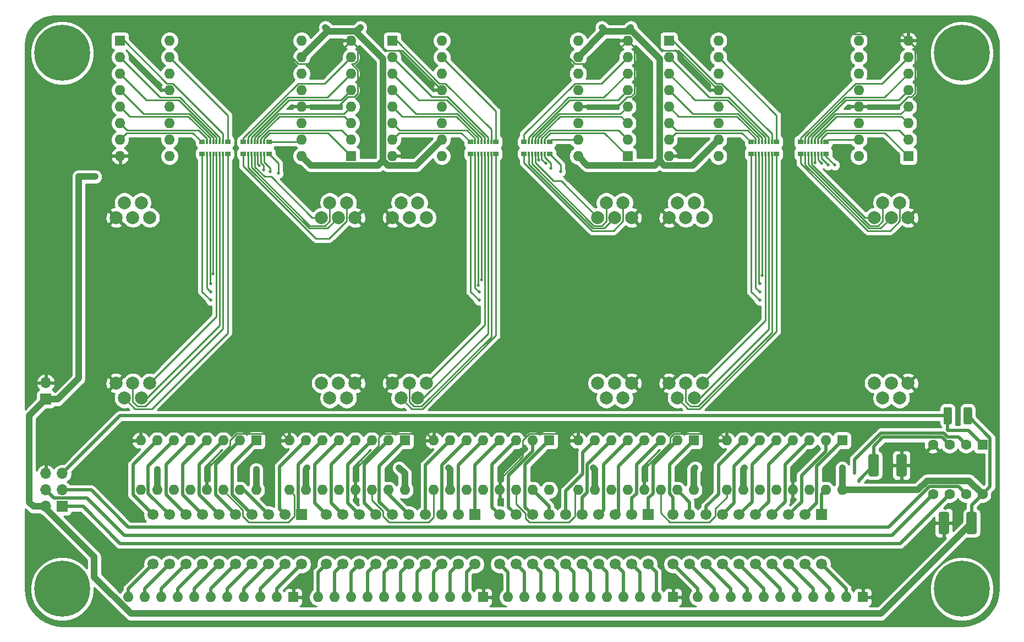
<source format=gbr>
%TF.GenerationSoftware,KiCad,Pcbnew,(5.1.8)-1*%
%TF.CreationDate,2021-01-13T10:35:39-05:00*%
%TF.ProjectId,LED_Panel,4c45445f-5061-46e6-956c-2e6b69636164,rev?*%
%TF.SameCoordinates,Original*%
%TF.FileFunction,Copper,L1,Top*%
%TF.FilePolarity,Positive*%
%FSLAX46Y46*%
G04 Gerber Fmt 4.6, Leading zero omitted, Abs format (unit mm)*
G04 Created by KiCad (PCBNEW (5.1.8)-1) date 2021-01-13 10:35:39*
%MOMM*%
%LPD*%
G01*
G04 APERTURE LIST*
%TA.AperFunction,ComponentPad*%
%ADD10O,1.600000X1.600000*%
%TD*%
%TA.AperFunction,ComponentPad*%
%ADD11R,1.600000X1.600000*%
%TD*%
%TA.AperFunction,WasherPad*%
%ADD12C,8.600000*%
%TD*%
%TA.AperFunction,WasherPad*%
%ADD13C,0.900000*%
%TD*%
%TA.AperFunction,ComponentPad*%
%ADD14C,1.700000*%
%TD*%
%TA.AperFunction,ComponentPad*%
%ADD15R,1.700000X1.700000*%
%TD*%
%TA.AperFunction,ComponentPad*%
%ADD16C,2.000000*%
%TD*%
%TA.AperFunction,ComponentPad*%
%ADD17O,1.700000X1.700000*%
%TD*%
%TA.AperFunction,SMDPad,CuDef*%
%ADD18R,0.863600X0.787400*%
%TD*%
%TA.AperFunction,SMDPad,CuDef*%
%ADD19R,0.355600X0.787400*%
%TD*%
%TA.AperFunction,ComponentPad*%
%ADD20C,1.600000*%
%TD*%
%TA.AperFunction,ViaPad*%
%ADD21C,0.500000*%
%TD*%
%TA.AperFunction,Conductor*%
%ADD22C,0.500000*%
%TD*%
%TA.AperFunction,Conductor*%
%ADD23C,0.254000*%
%TD*%
%TA.AperFunction,Conductor*%
%ADD24C,1.000000*%
%TD*%
%TA.AperFunction,Conductor*%
%ADD25C,0.100000*%
%TD*%
G04 APERTURE END LIST*
D10*
%TO.P,U8,16*%
%TO.N,+5V*%
X176530000Y-34925000D03*
%TO.P,U8,8*%
%TO.N,GND*%
X184150000Y-17145000D03*
%TO.P,U8,15*%
%TO.N,Net-(RN8-Pad1)*%
X176530000Y-32385000D03*
%TO.P,U8,7*%
%TO.N,Net-(RN8-Pad8)*%
X184150000Y-19685000D03*
%TO.P,U8,14*%
%TO.N,/DATA_1*%
X176530000Y-29845000D03*
%TO.P,U8,6*%
%TO.N,Net-(RN8-Pad7)*%
X184150000Y-22225000D03*
%TO.P,U8,13*%
%TO.N,GND*%
X176530000Y-27305000D03*
%TO.P,U8,5*%
%TO.N,Net-(RN8-Pad6)*%
X184150000Y-24765000D03*
%TO.P,U8,12*%
%TO.N,/LATCH*%
X176530000Y-24765000D03*
%TO.P,U8,4*%
%TO.N,Net-(RN8-Pad5)*%
X184150000Y-27305000D03*
%TO.P,U8,11*%
%TO.N,/CLK*%
X176530000Y-22225000D03*
%TO.P,U8,3*%
%TO.N,Net-(RN8-Pad4)*%
X184150000Y-29845000D03*
%TO.P,U8,10*%
%TO.N,+5V*%
X176530000Y-19685000D03*
%TO.P,U8,2*%
%TO.N,Net-(RN8-Pad3)*%
X184150000Y-32385000D03*
%TO.P,U8,9*%
%TO.N,/DATA_2*%
X176530000Y-17145000D03*
D11*
%TO.P,U8,1*%
%TO.N,Net-(RN8-Pad2)*%
X184150000Y-34925000D03*
%TD*%
D12*
%TO.P,REF\u002A\u002A,*%
%TO.N,*%
X278130000Y-101600000D03*
D13*
X281355000Y-101600000D03*
X280410419Y-103880419D03*
X278130000Y-104825000D03*
X275849581Y-103880419D03*
X274905000Y-101600000D03*
X275849581Y-99319581D03*
X278130000Y-98375000D03*
X280410419Y-99319581D03*
%TD*%
D12*
%TO.P,REF\u002A\u002A,*%
%TO.N,*%
X139700000Y-101600000D03*
D13*
X142925000Y-101600000D03*
X141980419Y-103880419D03*
X139700000Y-104825000D03*
X137419581Y-103880419D03*
X136475000Y-101600000D03*
X137419581Y-99319581D03*
X139700000Y-98375000D03*
X141980419Y-99319581D03*
%TD*%
D12*
%TO.P,REF\u002A\u002A,*%
%TO.N,*%
X278130000Y-19050000D03*
D13*
X281355000Y-19050000D03*
X280410419Y-21330419D03*
X278130000Y-22275000D03*
X275849581Y-21330419D03*
X274905000Y-19050000D03*
X275849581Y-16769581D03*
X278130000Y-15825000D03*
X280410419Y-16769581D03*
%TD*%
D12*
%TO.P,REF\u002A\u002A,*%
%TO.N,*%
X139700000Y-19050000D03*
D13*
X142925000Y-19050000D03*
X141980419Y-21330419D03*
X139700000Y-22275000D03*
X137419581Y-21330419D03*
X136475000Y-19050000D03*
X137419581Y-16769581D03*
X139700000Y-15825000D03*
X141980419Y-16769581D03*
%TD*%
%TO.P,C1,1*%
%TO.N,+5V*%
%TA.AperFunction,SMDPad,CuDef*%
G36*
G01*
X280420000Y-89989999D02*
X280420000Y-92890001D01*
G75*
G02*
X280170001Y-93140000I-249999J0D01*
G01*
X279094999Y-93140000D01*
G75*
G02*
X278845000Y-92890001I0J249999D01*
G01*
X278845000Y-89989999D01*
G75*
G02*
X279094999Y-89740000I249999J0D01*
G01*
X280170001Y-89740000D01*
G75*
G02*
X280420000Y-89989999I0J-249999D01*
G01*
G37*
%TD.AperFunction*%
%TO.P,C1,2*%
%TO.N,GND*%
%TA.AperFunction,SMDPad,CuDef*%
G36*
G01*
X276145000Y-89989999D02*
X276145000Y-92890001D01*
G75*
G02*
X275895001Y-93140000I-249999J0D01*
G01*
X274819999Y-93140000D01*
G75*
G02*
X274570000Y-92890001I0J249999D01*
G01*
X274570000Y-89989999D01*
G75*
G02*
X274819999Y-89740000I249999J0D01*
G01*
X275895001Y-89740000D01*
G75*
G02*
X276145000Y-89989999I0J-249999D01*
G01*
G37*
%TD.AperFunction*%
%TD*%
%TO.P,C2,2*%
%TO.N,GND*%
%TA.AperFunction,SMDPad,CuDef*%
G36*
G01*
X268050000Y-84000001D02*
X268050000Y-81099999D01*
G75*
G02*
X268299999Y-80850000I249999J0D01*
G01*
X269375001Y-80850000D01*
G75*
G02*
X269625000Y-81099999I0J-249999D01*
G01*
X269625000Y-84000001D01*
G75*
G02*
X269375001Y-84250000I-249999J0D01*
G01*
X268299999Y-84250000D01*
G75*
G02*
X268050000Y-84000001I0J249999D01*
G01*
G37*
%TD.AperFunction*%
%TO.P,C2,1*%
%TO.N,/LATCH*%
%TA.AperFunction,SMDPad,CuDef*%
G36*
G01*
X263775000Y-84000001D02*
X263775000Y-81099999D01*
G75*
G02*
X264024999Y-80850000I249999J0D01*
G01*
X265100001Y-80850000D01*
G75*
G02*
X265350000Y-81099999I0J-249999D01*
G01*
X265350000Y-84000001D01*
G75*
G02*
X265100001Y-84250000I-249999J0D01*
G01*
X264024999Y-84250000D01*
G75*
G02*
X263775000Y-84000001I0J249999D01*
G01*
G37*
%TD.AperFunction*%
%TD*%
D14*
%TO.P,D1,20*%
%TO.N,Net-(D1-Pad20)*%
X256540000Y-97790000D03*
%TO.P,D1,19*%
%TO.N,Net-(D1-Pad19)*%
X254000000Y-97790000D03*
%TO.P,D1,18*%
%TO.N,Net-(D1-Pad18)*%
X251460000Y-97790000D03*
%TO.P,D1,17*%
%TO.N,Net-(D1-Pad17)*%
X248920000Y-97790000D03*
%TO.P,D1,16*%
%TO.N,Net-(D1-Pad16)*%
X246380000Y-97790000D03*
%TO.P,D1,15*%
%TO.N,Net-(D1-Pad15)*%
X243840000Y-97790000D03*
%TO.P,D1,14*%
%TO.N,Net-(D1-Pad14)*%
X241300000Y-97790000D03*
%TO.P,D1,13*%
%TO.N,Net-(D1-Pad13)*%
X238760000Y-97790000D03*
%TO.P,D1,12*%
%TO.N,Net-(D1-Pad12)*%
X236220000Y-97790000D03*
%TO.P,D1,11*%
%TO.N,Net-(D1-Pad11)*%
X233680000Y-97790000D03*
%TO.P,D1,10*%
%TO.N,Net-(D1-Pad10)*%
X233680000Y-90170000D03*
%TO.P,D1,9*%
%TO.N,Net-(D1-Pad9)*%
X236220000Y-90170000D03*
%TO.P,D1,8*%
%TO.N,Net-(D1-Pad8)*%
X238760000Y-90170000D03*
%TO.P,D1,7*%
%TO.N,Net-(D1-Pad7)*%
X241300000Y-90170000D03*
%TO.P,D1,6*%
%TO.N,Net-(D1-Pad6)*%
X243840000Y-90170000D03*
%TO.P,D1,5*%
%TO.N,Net-(D1-Pad5)*%
X246380000Y-90170000D03*
%TO.P,D1,4*%
%TO.N,Net-(D1-Pad4)*%
X248920000Y-90170000D03*
%TO.P,D1,3*%
%TO.N,Net-(D1-Pad3)*%
X251460000Y-90170000D03*
%TO.P,D1,2*%
%TO.N,Net-(D1-Pad2)*%
X254000000Y-90170000D03*
D15*
%TO.P,D1,1*%
%TO.N,Net-(D1-Pad1)*%
X256540000Y-90170000D03*
%TD*%
%TO.P,D3,1*%
%TO.N,Net-(D3-Pad1)*%
X203200000Y-90170000D03*
D14*
%TO.P,D3,2*%
%TO.N,Net-(D3-Pad2)*%
X200660000Y-90170000D03*
%TO.P,D3,3*%
%TO.N,Net-(D3-Pad3)*%
X198120000Y-90170000D03*
%TO.P,D3,4*%
%TO.N,Net-(D3-Pad4)*%
X195580000Y-90170000D03*
%TO.P,D3,5*%
%TO.N,Net-(D3-Pad5)*%
X193040000Y-90170000D03*
%TO.P,D3,6*%
%TO.N,Net-(D3-Pad6)*%
X190500000Y-90170000D03*
%TO.P,D3,7*%
%TO.N,Net-(D3-Pad7)*%
X187960000Y-90170000D03*
%TO.P,D3,8*%
%TO.N,Net-(D3-Pad8)*%
X185420000Y-90170000D03*
%TO.P,D3,9*%
%TO.N,Net-(D3-Pad9)*%
X182880000Y-90170000D03*
%TO.P,D3,10*%
%TO.N,Net-(D3-Pad10)*%
X180340000Y-90170000D03*
%TO.P,D3,11*%
%TO.N,Net-(D3-Pad11)*%
X180340000Y-97790000D03*
%TO.P,D3,12*%
%TO.N,Net-(D3-Pad12)*%
X182880000Y-97790000D03*
%TO.P,D3,13*%
%TO.N,Net-(D3-Pad13)*%
X185420000Y-97790000D03*
%TO.P,D3,14*%
%TO.N,Net-(D3-Pad14)*%
X187960000Y-97790000D03*
%TO.P,D3,15*%
%TO.N,Net-(D3-Pad15)*%
X190500000Y-97790000D03*
%TO.P,D3,16*%
%TO.N,Net-(D3-Pad16)*%
X193040000Y-97790000D03*
%TO.P,D3,17*%
%TO.N,Net-(D3-Pad17)*%
X195580000Y-97790000D03*
%TO.P,D3,18*%
%TO.N,Net-(D3-Pad18)*%
X198120000Y-97790000D03*
%TO.P,D3,19*%
%TO.N,Net-(D3-Pad19)*%
X200660000Y-97790000D03*
%TO.P,D3,20*%
%TO.N,Net-(D3-Pad20)*%
X203200000Y-97790000D03*
%TD*%
D16*
%TO.P,D6,5*%
%TO.N,GND*%
X227315000Y-44400000D03*
%TO.P,D6,4*%
%TO.N,Net-(D6-Pad4)*%
X226015000Y-42100000D03*
%TO.P,D6,3*%
%TO.N,Net-(D6-Pad3)*%
X224715000Y-44400000D03*
%TO.P,D6,2*%
%TO.N,Net-(D6-Pad2)*%
X223415000Y-42100000D03*
%TO.P,D6,1*%
%TO.N,Net-(D6-Pad1)*%
X222115000Y-44400000D03*
%TO.P,D6,6*%
%TO.N,GND*%
X227315000Y-69900000D03*
%TO.P,D6,7*%
%TO.N,Net-(D6-Pad7)*%
X226015000Y-72200000D03*
%TO.P,D6,8*%
%TO.N,Net-(D6-Pad8)*%
X224715000Y-69900000D03*
%TO.P,D6,9*%
%TO.N,Net-(D6-Pad9)*%
X223415000Y-72200000D03*
%TO.P,D6,10*%
%TO.N,Net-(D6-Pad10)*%
X222115000Y-69900000D03*
%TO.P,D6,11*%
%TO.N,Net-(D6-Pad11)*%
X195715000Y-69900000D03*
%TO.P,D6,12*%
%TO.N,Net-(D6-Pad12)*%
X194415000Y-72200000D03*
%TO.P,D6,13*%
%TO.N,Net-(D6-Pad13)*%
X193115000Y-69900000D03*
%TO.P,D6,14*%
%TO.N,Net-(D6-Pad14)*%
X191815000Y-72200000D03*
%TO.P,D6,15*%
%TO.N,GND*%
X190515000Y-69900000D03*
%TO.P,D6,16*%
X190515000Y-44400000D03*
%TO.P,D6,17*%
%TO.N,Net-(D6-Pad17)*%
X191815000Y-42100000D03*
%TO.P,D6,18*%
%TO.N,Net-(D6-Pad18)*%
X193115000Y-44400000D03*
%TO.P,D6,19*%
%TO.N,Net-(D6-Pad19)*%
X194415000Y-42100000D03*
%TO.P,D6,20*%
%TO.N,Net-(D6-Pad20)*%
X195715000Y-44400000D03*
%TD*%
D15*
%TO.P,J1,1*%
%TO.N,/MISO_DATA*%
X139700000Y-88900000D03*
D17*
%TO.P,J1,2*%
%TO.N,+5V*%
X137160000Y-88900000D03*
%TO.P,J1,3*%
%TO.N,/SCK*%
X139700000Y-86360000D03*
%TO.P,J1,4*%
%TO.N,/MOSI_SDA*%
X137160000Y-86360000D03*
%TO.P,J1,5*%
%TO.N,/RST*%
X139700000Y-83820000D03*
%TO.P,J1,6*%
%TO.N,GND*%
X137160000Y-83820000D03*
%TD*%
D15*
%TO.P,J2,1*%
%TO.N,+5V*%
X137160000Y-72390000D03*
D17*
%TO.P,J2,2*%
%TO.N,GND*%
X137160000Y-69850000D03*
%TD*%
%TO.P,R1,1*%
%TO.N,/RST*%
%TA.AperFunction,SMDPad,CuDef*%
G36*
G01*
X275295000Y-76005000D02*
X275295000Y-73855000D01*
G75*
G02*
X275545000Y-73605000I250000J0D01*
G01*
X276345000Y-73605000D01*
G75*
G02*
X276595000Y-73855000I0J-250000D01*
G01*
X276595000Y-76005000D01*
G75*
G02*
X276345000Y-76255000I-250000J0D01*
G01*
X275545000Y-76255000D01*
G75*
G02*
X275295000Y-76005000I0J250000D01*
G01*
G37*
%TD.AperFunction*%
%TO.P,R1,2*%
%TO.N,+5V*%
%TA.AperFunction,SMDPad,CuDef*%
G36*
G01*
X278395000Y-76005000D02*
X278395000Y-73855000D01*
G75*
G02*
X278645000Y-73605000I250000J0D01*
G01*
X279445000Y-73605000D01*
G75*
G02*
X279695000Y-73855000I0J-250000D01*
G01*
X279695000Y-76005000D01*
G75*
G02*
X279445000Y-76255000I-250000J0D01*
G01*
X278645000Y-76255000D01*
G75*
G02*
X278395000Y-76005000I0J250000D01*
G01*
G37*
%TD.AperFunction*%
%TD*%
D11*
%TO.P,RN1,1*%
%TO.N,GND*%
X262890000Y-102870000D03*
D10*
%TO.P,RN1,2*%
%TO.N,Net-(D1-Pad20)*%
X260350000Y-102870000D03*
%TO.P,RN1,3*%
%TO.N,Net-(D1-Pad19)*%
X257810000Y-102870000D03*
%TO.P,RN1,4*%
%TO.N,Net-(D1-Pad18)*%
X255270000Y-102870000D03*
%TO.P,RN1,5*%
%TO.N,Net-(D1-Pad17)*%
X252730000Y-102870000D03*
%TO.P,RN1,6*%
%TO.N,Net-(D1-Pad16)*%
X250190000Y-102870000D03*
%TO.P,RN1,7*%
%TO.N,Net-(D1-Pad15)*%
X247650000Y-102870000D03*
%TO.P,RN1,8*%
%TO.N,Net-(D1-Pad14)*%
X245110000Y-102870000D03*
%TO.P,RN1,9*%
%TO.N,Net-(D1-Pad13)*%
X242570000Y-102870000D03*
%TO.P,RN1,10*%
%TO.N,Net-(D1-Pad12)*%
X240030000Y-102870000D03*
%TO.P,RN1,11*%
%TO.N,Net-(D1-Pad11)*%
X237490000Y-102870000D03*
%TD*%
%TO.P,RN4,11*%
%TO.N,Net-(D4-Pad11)*%
X149860000Y-102870000D03*
%TO.P,RN4,10*%
%TO.N,Net-(D4-Pad12)*%
X152400000Y-102870000D03*
%TO.P,RN4,9*%
%TO.N,Net-(D4-Pad13)*%
X154940000Y-102870000D03*
%TO.P,RN4,8*%
%TO.N,Net-(D4-Pad14)*%
X157480000Y-102870000D03*
%TO.P,RN4,7*%
%TO.N,Net-(D4-Pad15)*%
X160020000Y-102870000D03*
%TO.P,RN4,6*%
%TO.N,Net-(D4-Pad16)*%
X162560000Y-102870000D03*
%TO.P,RN4,5*%
%TO.N,Net-(D4-Pad17)*%
X165100000Y-102870000D03*
%TO.P,RN4,4*%
%TO.N,Net-(D4-Pad18)*%
X167640000Y-102870000D03*
%TO.P,RN4,3*%
%TO.N,Net-(D4-Pad19)*%
X170180000Y-102870000D03*
%TO.P,RN4,2*%
%TO.N,Net-(D4-Pad20)*%
X172720000Y-102870000D03*
D11*
%TO.P,RN4,1*%
%TO.N,GND*%
X175260000Y-102870000D03*
%TD*%
D18*
%TO.P,RN5,16*%
%TO.N,Net-(D5-Pad14)*%
X165176200Y-34569400D03*
D19*
%TO.P,RN5,15*%
%TO.N,Net-(D5-Pad13)*%
X164428678Y-34569400D03*
%TO.P,RN5,14*%
%TO.N,Net-(D5-Pad12)*%
X163935156Y-34569400D03*
%TO.P,RN5,13*%
%TO.N,Net-(D5-Pad11)*%
X163441634Y-34569400D03*
%TO.P,RN5,12*%
%TO.N,Net-(D5-Pad10)*%
X162948112Y-34569400D03*
%TO.P,RN5,11*%
%TO.N,Net-(D5-Pad9)*%
X162454590Y-34569400D03*
%TO.P,RN5,10*%
%TO.N,Net-(D5-Pad8)*%
X161961068Y-34569400D03*
D18*
%TO.P,RN5,9*%
%TO.N,Net-(D5-Pad7)*%
X161213800Y-34569400D03*
%TO.P,RN5,8*%
%TO.N,Net-(RN5-Pad8)*%
X161213800Y-32740600D03*
D19*
%TO.P,RN5,7*%
%TO.N,Net-(RN5-Pad7)*%
X161961068Y-32740600D03*
%TO.P,RN5,6*%
%TO.N,Net-(RN5-Pad6)*%
X162454590Y-32740600D03*
%TO.P,RN5,5*%
%TO.N,Net-(RN5-Pad5)*%
X162948112Y-32740600D03*
%TO.P,RN5,4*%
%TO.N,Net-(RN5-Pad4)*%
X163441634Y-32740600D03*
%TO.P,RN5,3*%
%TO.N,Net-(RN5-Pad3)*%
X163935156Y-32740600D03*
%TO.P,RN5,2*%
%TO.N,Net-(RN5-Pad2)*%
X164428678Y-32740600D03*
D18*
%TO.P,RN5,1*%
%TO.N,Net-(RN5-Pad1)*%
X165176200Y-32740600D03*
%TD*%
%TO.P,RN6,1*%
%TO.N,Net-(RN6-Pad1)*%
X206451200Y-32740600D03*
D19*
%TO.P,RN6,2*%
%TO.N,Net-(RN6-Pad2)*%
X205703678Y-32740600D03*
%TO.P,RN6,3*%
%TO.N,Net-(RN6-Pad3)*%
X205210156Y-32740600D03*
%TO.P,RN6,4*%
%TO.N,Net-(RN6-Pad4)*%
X204716634Y-32740600D03*
%TO.P,RN6,5*%
%TO.N,Net-(RN6-Pad5)*%
X204223112Y-32740600D03*
%TO.P,RN6,6*%
%TO.N,Net-(RN6-Pad6)*%
X203729590Y-32740600D03*
%TO.P,RN6,7*%
%TO.N,Net-(RN6-Pad7)*%
X203236068Y-32740600D03*
D18*
%TO.P,RN6,8*%
%TO.N,Net-(RN6-Pad8)*%
X202488800Y-32740600D03*
%TO.P,RN6,9*%
%TO.N,Net-(D6-Pad7)*%
X202488800Y-34569400D03*
D19*
%TO.P,RN6,10*%
%TO.N,Net-(D6-Pad8)*%
X203236068Y-34569400D03*
%TO.P,RN6,11*%
%TO.N,Net-(D6-Pad9)*%
X203729590Y-34569400D03*
%TO.P,RN6,12*%
%TO.N,Net-(D6-Pad10)*%
X204223112Y-34569400D03*
%TO.P,RN6,13*%
%TO.N,Net-(D6-Pad11)*%
X204716634Y-34569400D03*
%TO.P,RN6,14*%
%TO.N,Net-(D6-Pad12)*%
X205210156Y-34569400D03*
%TO.P,RN6,15*%
%TO.N,Net-(D6-Pad13)*%
X205703678Y-34569400D03*
D18*
%TO.P,RN6,16*%
%TO.N,Net-(D6-Pad14)*%
X206451200Y-34569400D03*
%TD*%
%TO.P,RN8,16*%
%TO.N,Net-(D5-Pad17)*%
X171526200Y-34569400D03*
D19*
%TO.P,RN8,15*%
%TO.N,Net-(D5-Pad18)*%
X170778678Y-34569400D03*
%TO.P,RN8,14*%
%TO.N,Net-(D5-Pad19)*%
X170285156Y-34569400D03*
%TO.P,RN8,13*%
%TO.N,Net-(D5-Pad20)*%
X169791634Y-34569400D03*
%TO.P,RN8,12*%
%TO.N,Net-(D5-Pad1)*%
X169298112Y-34569400D03*
%TO.P,RN8,11*%
%TO.N,Net-(D5-Pad2)*%
X168804590Y-34569400D03*
%TO.P,RN8,10*%
%TO.N,Net-(D5-Pad3)*%
X168311068Y-34569400D03*
D18*
%TO.P,RN8,9*%
%TO.N,Net-(D5-Pad4)*%
X167563800Y-34569400D03*
%TO.P,RN8,8*%
%TO.N,Net-(RN8-Pad8)*%
X167563800Y-32740600D03*
D19*
%TO.P,RN8,7*%
%TO.N,Net-(RN8-Pad7)*%
X168311068Y-32740600D03*
%TO.P,RN8,6*%
%TO.N,Net-(RN8-Pad6)*%
X168804590Y-32740600D03*
%TO.P,RN8,5*%
%TO.N,Net-(RN8-Pad5)*%
X169298112Y-32740600D03*
%TO.P,RN8,4*%
%TO.N,Net-(RN8-Pad4)*%
X169791634Y-32740600D03*
%TO.P,RN8,3*%
%TO.N,Net-(RN8-Pad3)*%
X170285156Y-32740600D03*
%TO.P,RN8,2*%
%TO.N,Net-(RN8-Pad2)*%
X170778678Y-32740600D03*
D18*
%TO.P,RN8,1*%
%TO.N,Net-(RN8-Pad1)*%
X171526200Y-32740600D03*
%TD*%
%TO.P,RN9,1*%
%TO.N,Net-(RN9-Pad1)*%
X214706200Y-32740600D03*
D19*
%TO.P,RN9,2*%
%TO.N,Net-(RN9-Pad2)*%
X213958678Y-32740600D03*
%TO.P,RN9,3*%
%TO.N,Net-(RN9-Pad3)*%
X213465156Y-32740600D03*
%TO.P,RN9,4*%
%TO.N,Net-(RN9-Pad4)*%
X212971634Y-32740600D03*
%TO.P,RN9,5*%
%TO.N,Net-(RN9-Pad5)*%
X212478112Y-32740600D03*
%TO.P,RN9,6*%
%TO.N,Net-(RN9-Pad6)*%
X211984590Y-32740600D03*
%TO.P,RN9,7*%
%TO.N,Net-(RN9-Pad7)*%
X211491068Y-32740600D03*
D18*
%TO.P,RN9,8*%
%TO.N,Net-(RN9-Pad8)*%
X210743800Y-32740600D03*
%TO.P,RN9,9*%
%TO.N,Net-(D6-Pad4)*%
X210743800Y-34569400D03*
D19*
%TO.P,RN9,10*%
%TO.N,Net-(D6-Pad3)*%
X211491068Y-34569400D03*
%TO.P,RN9,11*%
%TO.N,Net-(D6-Pad2)*%
X211984590Y-34569400D03*
%TO.P,RN9,12*%
%TO.N,Net-(D6-Pad1)*%
X212478112Y-34569400D03*
%TO.P,RN9,13*%
%TO.N,Net-(D6-Pad20)*%
X212971634Y-34569400D03*
%TO.P,RN9,14*%
%TO.N,Net-(D6-Pad19)*%
X213465156Y-34569400D03*
%TO.P,RN9,15*%
%TO.N,Net-(D6-Pad18)*%
X213958678Y-34569400D03*
D18*
%TO.P,RN9,16*%
%TO.N,Net-(D6-Pad17)*%
X214706200Y-34569400D03*
%TD*%
D11*
%TO.P,U2,1*%
%TO.N,Net-(D1-Pad2)*%
X259715000Y-78740000D03*
D10*
%TO.P,U2,9*%
%TO.N,Net-(U2-Pad9)*%
X241935000Y-86360000D03*
%TO.P,U2,2*%
%TO.N,Net-(D1-Pad3)*%
X257175000Y-78740000D03*
%TO.P,U2,10*%
%TO.N,+5V*%
X244475000Y-86360000D03*
%TO.P,U2,3*%
%TO.N,Net-(D1-Pad4)*%
X254635000Y-78740000D03*
%TO.P,U2,11*%
%TO.N,/CLK*%
X247015000Y-86360000D03*
%TO.P,U2,4*%
%TO.N,Net-(D1-Pad5)*%
X252095000Y-78740000D03*
%TO.P,U2,12*%
%TO.N,/LATCH*%
X249555000Y-86360000D03*
%TO.P,U2,5*%
%TO.N,Net-(D1-Pad6)*%
X249555000Y-78740000D03*
%TO.P,U2,13*%
%TO.N,GND*%
X252095000Y-86360000D03*
%TO.P,U2,6*%
%TO.N,Net-(D1-Pad7)*%
X247015000Y-78740000D03*
%TO.P,U2,14*%
%TO.N,/MISO_DATA*%
X254635000Y-86360000D03*
%TO.P,U2,7*%
%TO.N,Net-(D1-Pad8)*%
X244475000Y-78740000D03*
%TO.P,U2,15*%
%TO.N,Net-(D1-Pad1)*%
X257175000Y-86360000D03*
%TO.P,U2,8*%
%TO.N,GND*%
X241935000Y-78740000D03*
%TO.P,U2,16*%
%TO.N,+5V*%
X259715000Y-86360000D03*
%TD*%
D11*
%TO.P,U3,1*%
%TO.N,Net-(D1-Pad10)*%
X236855000Y-78740000D03*
D10*
%TO.P,U3,9*%
%TO.N,Net-(U3-Pad9)*%
X219075000Y-86360000D03*
%TO.P,U3,2*%
%TO.N,Net-(D2-Pad1)*%
X234315000Y-78740000D03*
%TO.P,U3,10*%
%TO.N,+5V*%
X221615000Y-86360000D03*
%TO.P,U3,3*%
%TO.N,Net-(D2-Pad2)*%
X231775000Y-78740000D03*
%TO.P,U3,11*%
%TO.N,/CLK*%
X224155000Y-86360000D03*
%TO.P,U3,4*%
%TO.N,Net-(D2-Pad3)*%
X229235000Y-78740000D03*
%TO.P,U3,12*%
%TO.N,/LATCH*%
X226695000Y-86360000D03*
%TO.P,U3,5*%
%TO.N,Net-(D2-Pad4)*%
X226695000Y-78740000D03*
%TO.P,U3,13*%
%TO.N,GND*%
X229235000Y-86360000D03*
%TO.P,U3,6*%
%TO.N,Net-(D2-Pad5)*%
X224155000Y-78740000D03*
%TO.P,U3,14*%
%TO.N,Net-(U2-Pad9)*%
X231775000Y-86360000D03*
%TO.P,U3,7*%
%TO.N,Net-(D2-Pad6)*%
X221615000Y-78740000D03*
%TO.P,U3,15*%
%TO.N,Net-(D1-Pad9)*%
X234315000Y-86360000D03*
%TO.P,U3,8*%
%TO.N,GND*%
X219075000Y-78740000D03*
%TO.P,U3,16*%
%TO.N,+5V*%
X236855000Y-86360000D03*
%TD*%
%TO.P,U5,16*%
%TO.N,+5V*%
X192405000Y-86360000D03*
%TO.P,U5,8*%
%TO.N,GND*%
X174625000Y-78740000D03*
%TO.P,U5,15*%
%TO.N,Net-(D3-Pad5)*%
X189865000Y-86360000D03*
%TO.P,U5,7*%
%TO.N,Net-(D4-Pad2)*%
X177165000Y-78740000D03*
%TO.P,U5,14*%
%TO.N,Net-(U4-Pad9)*%
X187325000Y-86360000D03*
%TO.P,U5,6*%
%TO.N,Net-(D4-Pad1)*%
X179705000Y-78740000D03*
%TO.P,U5,13*%
%TO.N,GND*%
X184785000Y-86360000D03*
%TO.P,U5,5*%
%TO.N,Net-(D3-Pad10)*%
X182245000Y-78740000D03*
%TO.P,U5,12*%
%TO.N,/LATCH*%
X182245000Y-86360000D03*
%TO.P,U5,4*%
%TO.N,Net-(D3-Pad9)*%
X184785000Y-78740000D03*
%TO.P,U5,11*%
%TO.N,/CLK*%
X179705000Y-86360000D03*
%TO.P,U5,3*%
%TO.N,Net-(D3-Pad8)*%
X187325000Y-78740000D03*
%TO.P,U5,10*%
%TO.N,+5V*%
X177165000Y-86360000D03*
%TO.P,U5,2*%
%TO.N,Net-(D3-Pad7)*%
X189865000Y-78740000D03*
%TO.P,U5,9*%
%TO.N,Net-(U5-Pad9)*%
X174625000Y-86360000D03*
D11*
%TO.P,U5,1*%
%TO.N,Net-(D3-Pad6)*%
X192405000Y-78740000D03*
%TD*%
%TO.P,U6,1*%
%TO.N,Net-(D4-Pad4)*%
X169545000Y-78740000D03*
D10*
%TO.P,U6,9*%
%TO.N,/DATA_0*%
X151765000Y-86360000D03*
%TO.P,U6,2*%
%TO.N,Net-(D4-Pad5)*%
X167005000Y-78740000D03*
%TO.P,U6,10*%
%TO.N,+5V*%
X154305000Y-86360000D03*
%TO.P,U6,3*%
%TO.N,Net-(D4-Pad6)*%
X164465000Y-78740000D03*
%TO.P,U6,11*%
%TO.N,/CLK*%
X156845000Y-86360000D03*
%TO.P,U6,4*%
%TO.N,Net-(D4-Pad7)*%
X161925000Y-78740000D03*
%TO.P,U6,12*%
%TO.N,/LATCH*%
X159385000Y-86360000D03*
%TO.P,U6,5*%
%TO.N,Net-(D4-Pad8)*%
X159385000Y-78740000D03*
%TO.P,U6,13*%
%TO.N,GND*%
X161925000Y-86360000D03*
%TO.P,U6,6*%
%TO.N,Net-(D4-Pad9)*%
X156845000Y-78740000D03*
%TO.P,U6,14*%
%TO.N,Net-(U5-Pad9)*%
X164465000Y-86360000D03*
%TO.P,U6,7*%
%TO.N,Net-(D4-Pad10)*%
X154305000Y-78740000D03*
%TO.P,U6,15*%
%TO.N,Net-(D4-Pad3)*%
X167005000Y-86360000D03*
%TO.P,U6,8*%
%TO.N,GND*%
X151765000Y-78740000D03*
%TO.P,U6,16*%
%TO.N,+5V*%
X169545000Y-86360000D03*
%TD*%
D11*
%TO.P,U7,1*%
%TO.N,Net-(RN5-Pad2)*%
X148590000Y-17145000D03*
D10*
%TO.P,U7,9*%
%TO.N,/DATA_1*%
X156210000Y-34925000D03*
%TO.P,U7,2*%
%TO.N,Net-(RN5-Pad3)*%
X148590000Y-19685000D03*
%TO.P,U7,10*%
%TO.N,+5V*%
X156210000Y-32385000D03*
%TO.P,U7,3*%
%TO.N,Net-(RN5-Pad4)*%
X148590000Y-22225000D03*
%TO.P,U7,11*%
%TO.N,/CLK*%
X156210000Y-29845000D03*
%TO.P,U7,4*%
%TO.N,Net-(RN5-Pad5)*%
X148590000Y-24765000D03*
%TO.P,U7,12*%
%TO.N,/LATCH*%
X156210000Y-27305000D03*
%TO.P,U7,5*%
%TO.N,Net-(RN5-Pad6)*%
X148590000Y-27305000D03*
%TO.P,U7,13*%
%TO.N,GND*%
X156210000Y-24765000D03*
%TO.P,U7,6*%
%TO.N,Net-(RN5-Pad7)*%
X148590000Y-29845000D03*
%TO.P,U7,14*%
%TO.N,/DATA_0*%
X156210000Y-22225000D03*
%TO.P,U7,7*%
%TO.N,Net-(RN5-Pad8)*%
X148590000Y-32385000D03*
%TO.P,U7,15*%
%TO.N,Net-(RN5-Pad1)*%
X156210000Y-19685000D03*
%TO.P,U7,8*%
%TO.N,GND*%
X148590000Y-34925000D03*
%TO.P,U7,16*%
%TO.N,+5V*%
X156210000Y-17145000D03*
%TD*%
D11*
%TO.P,U9,1*%
%TO.N,Net-(RN6-Pad2)*%
X190500000Y-17145000D03*
D10*
%TO.P,U9,9*%
%TO.N,/DATA_3*%
X198120000Y-34925000D03*
%TO.P,U9,2*%
%TO.N,Net-(RN6-Pad3)*%
X190500000Y-19685000D03*
%TO.P,U9,10*%
%TO.N,+5V*%
X198120000Y-32385000D03*
%TO.P,U9,3*%
%TO.N,Net-(RN6-Pad4)*%
X190500000Y-22225000D03*
%TO.P,U9,11*%
%TO.N,/CLK*%
X198120000Y-29845000D03*
%TO.P,U9,4*%
%TO.N,Net-(RN6-Pad5)*%
X190500000Y-24765000D03*
%TO.P,U9,12*%
%TO.N,/LATCH*%
X198120000Y-27305000D03*
%TO.P,U9,5*%
%TO.N,Net-(RN6-Pad6)*%
X190500000Y-27305000D03*
%TO.P,U9,13*%
%TO.N,GND*%
X198120000Y-24765000D03*
%TO.P,U9,6*%
%TO.N,Net-(RN6-Pad7)*%
X190500000Y-29845000D03*
%TO.P,U9,14*%
%TO.N,/DATA_2*%
X198120000Y-22225000D03*
%TO.P,U9,7*%
%TO.N,Net-(RN6-Pad8)*%
X190500000Y-32385000D03*
%TO.P,U9,15*%
%TO.N,Net-(RN6-Pad1)*%
X198120000Y-19685000D03*
%TO.P,U9,8*%
%TO.N,GND*%
X190500000Y-34925000D03*
%TO.P,U9,16*%
%TO.N,+5V*%
X198120000Y-17145000D03*
%TD*%
D11*
%TO.P,U10,1*%
%TO.N,Net-(RN9-Pad2)*%
X226695000Y-34925000D03*
D10*
%TO.P,U10,9*%
%TO.N,/DATA_4*%
X219075000Y-17145000D03*
%TO.P,U10,2*%
%TO.N,Net-(RN9-Pad3)*%
X226695000Y-32385000D03*
%TO.P,U10,10*%
%TO.N,+5V*%
X219075000Y-19685000D03*
%TO.P,U10,3*%
%TO.N,Net-(RN9-Pad4)*%
X226695000Y-29845000D03*
%TO.P,U10,11*%
%TO.N,/CLK*%
X219075000Y-22225000D03*
%TO.P,U10,4*%
%TO.N,Net-(RN9-Pad5)*%
X226695000Y-27305000D03*
%TO.P,U10,12*%
%TO.N,/LATCH*%
X219075000Y-24765000D03*
%TO.P,U10,5*%
%TO.N,Net-(RN9-Pad6)*%
X226695000Y-24765000D03*
%TO.P,U10,13*%
%TO.N,GND*%
X219075000Y-27305000D03*
%TO.P,U10,6*%
%TO.N,Net-(RN9-Pad7)*%
X226695000Y-22225000D03*
%TO.P,U10,14*%
%TO.N,/DATA_3*%
X219075000Y-29845000D03*
%TO.P,U10,7*%
%TO.N,Net-(RN9-Pad8)*%
X226695000Y-19685000D03*
%TO.P,U10,15*%
%TO.N,Net-(RN9-Pad1)*%
X219075000Y-32385000D03*
%TO.P,U10,8*%
%TO.N,GND*%
X226695000Y-17145000D03*
%TO.P,U10,16*%
%TO.N,+5V*%
X219075000Y-34925000D03*
%TD*%
%TO.P,U11,16*%
%TO.N,+5V*%
X240665000Y-17145000D03*
%TO.P,U11,8*%
%TO.N,GND*%
X233045000Y-34925000D03*
%TO.P,U11,15*%
%TO.N,Net-(RN7-Pad1)*%
X240665000Y-19685000D03*
%TO.P,U11,7*%
%TO.N,Net-(RN7-Pad8)*%
X233045000Y-32385000D03*
%TO.P,U11,14*%
%TO.N,/DATA_4*%
X240665000Y-22225000D03*
%TO.P,U11,6*%
%TO.N,Net-(RN7-Pad7)*%
X233045000Y-29845000D03*
%TO.P,U11,13*%
%TO.N,GND*%
X240665000Y-24765000D03*
%TO.P,U11,5*%
%TO.N,Net-(RN7-Pad6)*%
X233045000Y-27305000D03*
%TO.P,U11,12*%
%TO.N,/LATCH*%
X240665000Y-27305000D03*
%TO.P,U11,4*%
%TO.N,Net-(RN7-Pad5)*%
X233045000Y-24765000D03*
%TO.P,U11,11*%
%TO.N,/CLK*%
X240665000Y-29845000D03*
%TO.P,U11,3*%
%TO.N,Net-(RN7-Pad4)*%
X233045000Y-22225000D03*
%TO.P,U11,10*%
%TO.N,+5V*%
X240665000Y-32385000D03*
%TO.P,U11,2*%
%TO.N,Net-(RN7-Pad3)*%
X233045000Y-19685000D03*
%TO.P,U11,9*%
%TO.N,/DATA_5*%
X240665000Y-34925000D03*
D11*
%TO.P,U11,1*%
%TO.N,Net-(RN7-Pad2)*%
X233045000Y-17145000D03*
%TD*%
D10*
%TO.P,U12,16*%
%TO.N,+5V*%
X262255000Y-34925000D03*
%TO.P,U12,8*%
%TO.N,GND*%
X269875000Y-17145000D03*
%TO.P,U12,15*%
%TO.N,Net-(RN10-Pad1)*%
X262255000Y-32385000D03*
%TO.P,U12,7*%
%TO.N,Net-(RN10-Pad8)*%
X269875000Y-19685000D03*
%TO.P,U12,14*%
%TO.N,/DATA_5*%
X262255000Y-29845000D03*
%TO.P,U12,6*%
%TO.N,Net-(RN10-Pad7)*%
X269875000Y-22225000D03*
%TO.P,U12,13*%
%TO.N,GND*%
X262255000Y-27305000D03*
%TO.P,U12,5*%
%TO.N,Net-(RN10-Pad6)*%
X269875000Y-24765000D03*
%TO.P,U12,12*%
%TO.N,/LATCH*%
X262255000Y-24765000D03*
%TO.P,U12,4*%
%TO.N,Net-(RN10-Pad5)*%
X269875000Y-27305000D03*
%TO.P,U12,11*%
%TO.N,/CLK*%
X262255000Y-22225000D03*
%TO.P,U12,3*%
%TO.N,Net-(RN10-Pad4)*%
X269875000Y-29845000D03*
%TO.P,U12,10*%
%TO.N,+5V*%
X262255000Y-19685000D03*
%TO.P,U12,2*%
%TO.N,Net-(RN10-Pad3)*%
X269875000Y-32385000D03*
%TO.P,U12,9*%
%TO.N,N/C*%
X262255000Y-17145000D03*
D11*
%TO.P,U12,1*%
%TO.N,Net-(RN10-Pad2)*%
X269875000Y-34925000D03*
%TD*%
D15*
%TO.P,D2,1*%
%TO.N,Net-(D2-Pad1)*%
X229870000Y-90170000D03*
D14*
%TO.P,D2,2*%
%TO.N,Net-(D2-Pad2)*%
X227330000Y-90170000D03*
%TO.P,D2,3*%
%TO.N,Net-(D2-Pad3)*%
X224790000Y-90170000D03*
%TO.P,D2,4*%
%TO.N,Net-(D2-Pad4)*%
X222250000Y-90170000D03*
%TO.P,D2,5*%
%TO.N,Net-(D2-Pad5)*%
X219710000Y-90170000D03*
%TO.P,D2,6*%
%TO.N,Net-(D2-Pad6)*%
X217170000Y-90170000D03*
%TO.P,D2,7*%
%TO.N,Net-(D2-Pad7)*%
X214630000Y-90170000D03*
%TO.P,D2,8*%
%TO.N,Net-(D2-Pad8)*%
X212090000Y-90170000D03*
%TO.P,D2,9*%
%TO.N,Net-(D2-Pad9)*%
X209550000Y-90170000D03*
%TO.P,D2,10*%
%TO.N,Net-(D2-Pad10)*%
X207010000Y-90170000D03*
%TO.P,D2,11*%
%TO.N,Net-(D2-Pad11)*%
X207010000Y-97790000D03*
%TO.P,D2,12*%
%TO.N,Net-(D2-Pad12)*%
X209550000Y-97790000D03*
%TO.P,D2,13*%
%TO.N,Net-(D2-Pad13)*%
X212090000Y-97790000D03*
%TO.P,D2,14*%
%TO.N,Net-(D2-Pad14)*%
X214630000Y-97790000D03*
%TO.P,D2,15*%
%TO.N,Net-(D2-Pad15)*%
X217170000Y-97790000D03*
%TO.P,D2,16*%
%TO.N,Net-(D2-Pad16)*%
X219710000Y-97790000D03*
%TO.P,D2,17*%
%TO.N,Net-(D2-Pad17)*%
X222250000Y-97790000D03*
%TO.P,D2,18*%
%TO.N,Net-(D2-Pad18)*%
X224790000Y-97790000D03*
%TO.P,D2,19*%
%TO.N,Net-(D2-Pad19)*%
X227330000Y-97790000D03*
%TO.P,D2,20*%
%TO.N,Net-(D2-Pad20)*%
X229870000Y-97790000D03*
%TD*%
%TO.P,D4,20*%
%TO.N,Net-(D4-Pad20)*%
X176530000Y-97790000D03*
%TO.P,D4,19*%
%TO.N,Net-(D4-Pad19)*%
X173990000Y-97790000D03*
%TO.P,D4,18*%
%TO.N,Net-(D4-Pad18)*%
X171450000Y-97790000D03*
%TO.P,D4,17*%
%TO.N,Net-(D4-Pad17)*%
X168910000Y-97790000D03*
%TO.P,D4,16*%
%TO.N,Net-(D4-Pad16)*%
X166370000Y-97790000D03*
%TO.P,D4,15*%
%TO.N,Net-(D4-Pad15)*%
X163830000Y-97790000D03*
%TO.P,D4,14*%
%TO.N,Net-(D4-Pad14)*%
X161290000Y-97790000D03*
%TO.P,D4,13*%
%TO.N,Net-(D4-Pad13)*%
X158750000Y-97790000D03*
%TO.P,D4,12*%
%TO.N,Net-(D4-Pad12)*%
X156210000Y-97790000D03*
%TO.P,D4,11*%
%TO.N,Net-(D4-Pad11)*%
X153670000Y-97790000D03*
%TO.P,D4,10*%
%TO.N,Net-(D4-Pad10)*%
X153670000Y-90170000D03*
%TO.P,D4,9*%
%TO.N,Net-(D4-Pad9)*%
X156210000Y-90170000D03*
%TO.P,D4,8*%
%TO.N,Net-(D4-Pad8)*%
X158750000Y-90170000D03*
%TO.P,D4,7*%
%TO.N,Net-(D4-Pad7)*%
X161290000Y-90170000D03*
%TO.P,D4,6*%
%TO.N,Net-(D4-Pad6)*%
X163830000Y-90170000D03*
%TO.P,D4,5*%
%TO.N,Net-(D4-Pad5)*%
X166370000Y-90170000D03*
%TO.P,D4,4*%
%TO.N,Net-(D4-Pad4)*%
X168910000Y-90170000D03*
%TO.P,D4,3*%
%TO.N,Net-(D4-Pad3)*%
X171450000Y-90170000D03*
%TO.P,D4,2*%
%TO.N,Net-(D4-Pad2)*%
X173990000Y-90170000D03*
D15*
%TO.P,D4,1*%
%TO.N,Net-(D4-Pad1)*%
X176530000Y-90170000D03*
%TD*%
D16*
%TO.P,D5,5*%
%TO.N,GND*%
X184770000Y-44400000D03*
%TO.P,D5,4*%
%TO.N,Net-(D5-Pad4)*%
X183470000Y-42100000D03*
%TO.P,D5,3*%
%TO.N,Net-(D5-Pad3)*%
X182170000Y-44400000D03*
%TO.P,D5,2*%
%TO.N,Net-(D5-Pad2)*%
X180870000Y-42100000D03*
%TO.P,D5,1*%
%TO.N,Net-(D5-Pad1)*%
X179570000Y-44400000D03*
%TO.P,D5,6*%
%TO.N,GND*%
X184770000Y-69900000D03*
%TO.P,D5,7*%
%TO.N,Net-(D5-Pad7)*%
X183470000Y-72200000D03*
%TO.P,D5,8*%
%TO.N,Net-(D5-Pad8)*%
X182170000Y-69900000D03*
%TO.P,D5,9*%
%TO.N,Net-(D5-Pad9)*%
X180870000Y-72200000D03*
%TO.P,D5,10*%
%TO.N,Net-(D5-Pad10)*%
X179570000Y-69900000D03*
%TO.P,D5,11*%
%TO.N,Net-(D5-Pad11)*%
X153170000Y-69900000D03*
%TO.P,D5,12*%
%TO.N,Net-(D5-Pad12)*%
X151870000Y-72200000D03*
%TO.P,D5,13*%
%TO.N,Net-(D5-Pad13)*%
X150570000Y-69900000D03*
%TO.P,D5,14*%
%TO.N,Net-(D5-Pad14)*%
X149270000Y-72200000D03*
%TO.P,D5,15*%
%TO.N,GND*%
X147970000Y-69900000D03*
%TO.P,D5,16*%
X147970000Y-44400000D03*
%TO.P,D5,17*%
%TO.N,Net-(D5-Pad17)*%
X149270000Y-42100000D03*
%TO.P,D5,18*%
%TO.N,Net-(D5-Pad18)*%
X150570000Y-44400000D03*
%TO.P,D5,19*%
%TO.N,Net-(D5-Pad19)*%
X151870000Y-42100000D03*
%TO.P,D5,20*%
%TO.N,Net-(D5-Pad20)*%
X153170000Y-44400000D03*
%TD*%
%TO.P,D7,20*%
%TO.N,Net-(D7-Pad20)*%
X238260000Y-44400000D03*
%TO.P,D7,19*%
%TO.N,Net-(D7-Pad19)*%
X236960000Y-42100000D03*
%TO.P,D7,18*%
%TO.N,Net-(D7-Pad18)*%
X235660000Y-44400000D03*
%TO.P,D7,17*%
%TO.N,Net-(D7-Pad17)*%
X234360000Y-42100000D03*
%TO.P,D7,16*%
%TO.N,GND*%
X233060000Y-44400000D03*
%TO.P,D7,15*%
X233060000Y-69900000D03*
%TO.P,D7,14*%
%TO.N,Net-(D7-Pad14)*%
X234360000Y-72200000D03*
%TO.P,D7,13*%
%TO.N,Net-(D7-Pad13)*%
X235660000Y-69900000D03*
%TO.P,D7,12*%
%TO.N,Net-(D7-Pad12)*%
X236960000Y-72200000D03*
%TO.P,D7,11*%
%TO.N,Net-(D7-Pad11)*%
X238260000Y-69900000D03*
%TO.P,D7,10*%
%TO.N,Net-(D7-Pad10)*%
X264660000Y-69900000D03*
%TO.P,D7,9*%
%TO.N,Net-(D7-Pad9)*%
X265960000Y-72200000D03*
%TO.P,D7,8*%
%TO.N,Net-(D7-Pad8)*%
X267260000Y-69900000D03*
%TO.P,D7,7*%
%TO.N,Net-(D7-Pad7)*%
X268560000Y-72200000D03*
%TO.P,D7,6*%
%TO.N,GND*%
X269860000Y-69900000D03*
%TO.P,D7,1*%
%TO.N,Net-(D7-Pad1)*%
X264660000Y-44400000D03*
%TO.P,D7,2*%
%TO.N,Net-(D7-Pad2)*%
X265960000Y-42100000D03*
%TO.P,D7,3*%
%TO.N,Net-(D7-Pad3)*%
X267260000Y-44400000D03*
%TO.P,D7,4*%
%TO.N,Net-(D7-Pad4)*%
X268560000Y-42100000D03*
%TO.P,D7,5*%
%TO.N,GND*%
X269860000Y-44400000D03*
%TD*%
D11*
%TO.P,RN2,1*%
%TO.N,GND*%
X233680000Y-102870000D03*
D10*
%TO.P,RN2,2*%
%TO.N,Net-(D2-Pad20)*%
X231140000Y-102870000D03*
%TO.P,RN2,3*%
%TO.N,Net-(D2-Pad19)*%
X228600000Y-102870000D03*
%TO.P,RN2,4*%
%TO.N,Net-(D2-Pad18)*%
X226060000Y-102870000D03*
%TO.P,RN2,5*%
%TO.N,Net-(D2-Pad17)*%
X223520000Y-102870000D03*
%TO.P,RN2,6*%
%TO.N,Net-(D2-Pad16)*%
X220980000Y-102870000D03*
%TO.P,RN2,7*%
%TO.N,Net-(D2-Pad15)*%
X218440000Y-102870000D03*
%TO.P,RN2,8*%
%TO.N,Net-(D2-Pad14)*%
X215900000Y-102870000D03*
%TO.P,RN2,9*%
%TO.N,Net-(D2-Pad13)*%
X213360000Y-102870000D03*
%TO.P,RN2,10*%
%TO.N,Net-(D2-Pad12)*%
X210820000Y-102870000D03*
%TO.P,RN2,11*%
%TO.N,Net-(D2-Pad11)*%
X208280000Y-102870000D03*
%TD*%
%TO.P,RN3,11*%
%TO.N,Net-(D3-Pad11)*%
X179070000Y-102870000D03*
%TO.P,RN3,10*%
%TO.N,Net-(D3-Pad12)*%
X181610000Y-102870000D03*
%TO.P,RN3,9*%
%TO.N,Net-(D3-Pad13)*%
X184150000Y-102870000D03*
%TO.P,RN3,8*%
%TO.N,Net-(D3-Pad14)*%
X186690000Y-102870000D03*
%TO.P,RN3,7*%
%TO.N,Net-(D3-Pad15)*%
X189230000Y-102870000D03*
%TO.P,RN3,6*%
%TO.N,Net-(D3-Pad16)*%
X191770000Y-102870000D03*
%TO.P,RN3,5*%
%TO.N,Net-(D3-Pad17)*%
X194310000Y-102870000D03*
%TO.P,RN3,4*%
%TO.N,Net-(D3-Pad18)*%
X196850000Y-102870000D03*
%TO.P,RN3,3*%
%TO.N,Net-(D3-Pad19)*%
X199390000Y-102870000D03*
%TO.P,RN3,2*%
%TO.N,Net-(D3-Pad20)*%
X201930000Y-102870000D03*
D11*
%TO.P,RN3,1*%
%TO.N,GND*%
X204470000Y-102870000D03*
%TD*%
D18*
%TO.P,RN7,16*%
%TO.N,Net-(D7-Pad14)*%
X249631200Y-34569400D03*
D19*
%TO.P,RN7,15*%
%TO.N,Net-(D7-Pad13)*%
X248883678Y-34569400D03*
%TO.P,RN7,14*%
%TO.N,Net-(D7-Pad12)*%
X248390156Y-34569400D03*
%TO.P,RN7,13*%
%TO.N,Net-(D7-Pad11)*%
X247896634Y-34569400D03*
%TO.P,RN7,12*%
%TO.N,Net-(D7-Pad10)*%
X247403112Y-34569400D03*
%TO.P,RN7,11*%
%TO.N,Net-(D7-Pad9)*%
X246909590Y-34569400D03*
%TO.P,RN7,10*%
%TO.N,Net-(D7-Pad8)*%
X246416068Y-34569400D03*
D18*
%TO.P,RN7,9*%
%TO.N,Net-(D7-Pad7)*%
X245668800Y-34569400D03*
%TO.P,RN7,8*%
%TO.N,Net-(RN7-Pad8)*%
X245668800Y-32740600D03*
D19*
%TO.P,RN7,7*%
%TO.N,Net-(RN7-Pad7)*%
X246416068Y-32740600D03*
%TO.P,RN7,6*%
%TO.N,Net-(RN7-Pad6)*%
X246909590Y-32740600D03*
%TO.P,RN7,5*%
%TO.N,Net-(RN7-Pad5)*%
X247403112Y-32740600D03*
%TO.P,RN7,4*%
%TO.N,Net-(RN7-Pad4)*%
X247896634Y-32740600D03*
%TO.P,RN7,3*%
%TO.N,Net-(RN7-Pad3)*%
X248390156Y-32740600D03*
%TO.P,RN7,2*%
%TO.N,Net-(RN7-Pad2)*%
X248883678Y-32740600D03*
D18*
%TO.P,RN7,1*%
%TO.N,Net-(RN7-Pad1)*%
X249631200Y-32740600D03*
%TD*%
%TO.P,RN10,1*%
%TO.N,Net-(RN10-Pad1)*%
X257251200Y-32740600D03*
D19*
%TO.P,RN10,2*%
%TO.N,Net-(RN10-Pad2)*%
X256503678Y-32740600D03*
%TO.P,RN10,3*%
%TO.N,Net-(RN10-Pad3)*%
X256010156Y-32740600D03*
%TO.P,RN10,4*%
%TO.N,Net-(RN10-Pad4)*%
X255516634Y-32740600D03*
%TO.P,RN10,5*%
%TO.N,Net-(RN10-Pad5)*%
X255023112Y-32740600D03*
%TO.P,RN10,6*%
%TO.N,Net-(RN10-Pad6)*%
X254529590Y-32740600D03*
%TO.P,RN10,7*%
%TO.N,Net-(RN10-Pad7)*%
X254036068Y-32740600D03*
D18*
%TO.P,RN10,8*%
%TO.N,Net-(RN10-Pad8)*%
X253288800Y-32740600D03*
%TO.P,RN10,9*%
%TO.N,Net-(D7-Pad4)*%
X253288800Y-34569400D03*
D19*
%TO.P,RN10,10*%
%TO.N,Net-(D7-Pad3)*%
X254036068Y-34569400D03*
%TO.P,RN10,11*%
%TO.N,Net-(D7-Pad2)*%
X254529590Y-34569400D03*
%TO.P,RN10,12*%
%TO.N,Net-(D7-Pad1)*%
X255023112Y-34569400D03*
%TO.P,RN10,13*%
%TO.N,Net-(D7-Pad20)*%
X255516634Y-34569400D03*
%TO.P,RN10,14*%
%TO.N,Net-(D7-Pad19)*%
X256010156Y-34569400D03*
%TO.P,RN10,15*%
%TO.N,Net-(D7-Pad18)*%
X256503678Y-34569400D03*
D18*
%TO.P,RN10,16*%
%TO.N,Net-(D7-Pad17)*%
X257251200Y-34569400D03*
%TD*%
D11*
%TO.P,U1,1*%
%TO.N,/RST*%
X281305000Y-79375000D03*
D20*
%TO.P,U1,2*%
%TO.N,/CLK*%
X278765000Y-79375000D03*
%TO.P,U1,3*%
%TO.N,/LATCH*%
X276225000Y-79375000D03*
%TO.P,U1,4*%
%TO.N,GND*%
X273685000Y-79375000D03*
%TO.P,U1,5*%
%TO.N,/MOSI_SDA*%
X273685000Y-86995000D03*
%TO.P,U1,6*%
%TO.N,/MISO_DATA*%
X276225000Y-86995000D03*
%TO.P,U1,7*%
%TO.N,/SCK*%
X278765000Y-86995000D03*
%TO.P,U1,8*%
%TO.N,+5V*%
X281305000Y-86995000D03*
%TD*%
D11*
%TO.P,U4,1*%
%TO.N,Net-(D2-Pad8)*%
X214630000Y-78740000D03*
D10*
%TO.P,U4,9*%
%TO.N,Net-(U4-Pad9)*%
X196850000Y-86360000D03*
%TO.P,U4,2*%
%TO.N,Net-(D2-Pad9)*%
X212090000Y-78740000D03*
%TO.P,U4,10*%
%TO.N,+5V*%
X199390000Y-86360000D03*
%TO.P,U4,3*%
%TO.N,Net-(D2-Pad10)*%
X209550000Y-78740000D03*
%TO.P,U4,11*%
%TO.N,/CLK*%
X201930000Y-86360000D03*
%TO.P,U4,4*%
%TO.N,Net-(D3-Pad1)*%
X207010000Y-78740000D03*
%TO.P,U4,12*%
%TO.N,/LATCH*%
X204470000Y-86360000D03*
%TO.P,U4,5*%
%TO.N,Net-(D3-Pad2)*%
X204470000Y-78740000D03*
%TO.P,U4,13*%
%TO.N,GND*%
X207010000Y-86360000D03*
%TO.P,U4,6*%
%TO.N,Net-(D3-Pad3)*%
X201930000Y-78740000D03*
%TO.P,U4,14*%
%TO.N,Net-(U3-Pad9)*%
X209550000Y-86360000D03*
%TO.P,U4,7*%
%TO.N,Net-(D3-Pad4)*%
X199390000Y-78740000D03*
%TO.P,U4,15*%
%TO.N,Net-(D2-Pad7)*%
X212090000Y-86360000D03*
%TO.P,U4,8*%
%TO.N,GND*%
X196850000Y-78740000D03*
%TO.P,U4,16*%
%TO.N,+5V*%
X214630000Y-86360000D03*
%TD*%
D21*
%TO.N,/LATCH*%
X262255000Y-85090000D03*
%TO.N,GND*%
X174625000Y-16510000D03*
X252730000Y-19685000D03*
X230505000Y-17145000D03*
X216535000Y-16510000D03*
X187960000Y-17145000D03*
%TO.N,+5V*%
X144780000Y-38100000D03*
X227180989Y-15090989D03*
X222735989Y-15090989D03*
X185569011Y-15090989D03*
X180190989Y-15090989D03*
X154305000Y-83185000D03*
X169545000Y-83185000D03*
X259715000Y-82942990D03*
X244724999Y-82935001D03*
X221365001Y-82935001D03*
X199140001Y-82935001D03*
X191520001Y-82935001D03*
X177414999Y-82935001D03*
X237104999Y-82935001D03*
%TO.N,Net-(D5-Pad7)*%
X162560000Y-57150000D03*
%TO.N,Net-(D5-Pad8)*%
X162560000Y-55880000D03*
%TO.N,Net-(D5-Pad9)*%
X162560000Y-54610000D03*
%TO.N,Net-(D5-Pad10)*%
X162937634Y-53086000D03*
%TO.N,Net-(D5-Pad17)*%
X172974000Y-37592000D03*
%TO.N,Net-(D5-Pad18)*%
X171704000Y-37338000D03*
%TO.N,Net-(D5-Pad19)*%
X170688000Y-37084000D03*
%TO.N,Net-(D5-Pad20)*%
X169989500Y-36385500D03*
%TO.N,Net-(D6-Pad7)*%
X203835000Y-57150000D03*
%TO.N,Net-(D6-Pad8)*%
X203835000Y-55880000D03*
%TO.N,Net-(D6-Pad9)*%
X203708000Y-54864000D03*
%TO.N,Net-(D6-Pad10)*%
X204212634Y-53975000D03*
%TO.N,Net-(D6-Pad17)*%
X216408000Y-37338000D03*
%TO.N,Net-(D6-Pad18)*%
X214884000Y-36830000D03*
%TO.N,Net-(D6-Pad19)*%
X214122000Y-36068000D03*
%TO.N,Net-(D6-Pad20)*%
X212982112Y-35560000D03*
%TO.N,Net-(D7-Pad20)*%
X255527112Y-35953225D03*
%TO.N,Net-(D7-Pad19)*%
X256540000Y-36068000D03*
%TO.N,Net-(D7-Pad18)*%
X257556000Y-36322000D03*
%TO.N,Net-(D7-Pad17)*%
X258572000Y-36322000D03*
%TO.N,Net-(D7-Pad10)*%
X247392634Y-53340000D03*
%TO.N,Net-(D7-Pad9)*%
X247015000Y-54610000D03*
%TO.N,Net-(D7-Pad8)*%
X247015000Y-55880000D03*
%TO.N,Net-(D7-Pad7)*%
X247015000Y-57150000D03*
%TO.N,/MISO_DATA*%
X255270000Y-94615000D03*
%TO.N,/CLK*%
X261620000Y-83820000D03*
%TD*%
D22*
%TO.N,/LATCH*%
X262255000Y-84857500D02*
X264562500Y-82550000D01*
X262255000Y-85090000D02*
X262255000Y-84857500D01*
X264562500Y-82550000D02*
X264562500Y-79607500D01*
X275047999Y-78197999D02*
X276225000Y-79375000D01*
X265972001Y-78197999D02*
X275047999Y-78197999D01*
X264562500Y-79607500D02*
X265972001Y-78197999D01*
D23*
%TO.N,GND*%
X161925000Y-83107224D02*
X161925000Y-86360000D01*
X165519001Y-78666077D02*
X165519001Y-79513223D01*
X166499079Y-77685999D02*
X165519001Y-78666077D01*
X165519001Y-79513223D02*
X161925000Y-83107224D01*
X173570999Y-77685999D02*
X166499079Y-77685999D01*
X174625000Y-78740000D02*
X173570999Y-77685999D01*
X184785000Y-83107223D02*
X184785000Y-86360000D01*
X188379001Y-79513222D02*
X184785000Y-83107223D01*
X188379001Y-78320999D02*
X188379001Y-79513222D01*
X189014001Y-77685999D02*
X188379001Y-78320999D01*
X195795999Y-77685999D02*
X189014001Y-77685999D01*
X196850000Y-78740000D02*
X195795999Y-77685999D01*
X207010000Y-84760498D02*
X207010000Y-86360000D01*
X210604001Y-81166497D02*
X207010000Y-84760498D01*
X210604001Y-78666077D02*
X210604001Y-81166497D01*
X211584079Y-77685999D02*
X210604001Y-78666077D01*
X218020999Y-77685999D02*
X211584079Y-77685999D01*
X219075000Y-78740000D02*
X218020999Y-77685999D01*
X229235000Y-83107224D02*
X229235000Y-86360000D01*
X233260999Y-79081225D02*
X229235000Y-83107224D01*
X233260999Y-78234079D02*
X233260999Y-79081225D01*
X233809079Y-77685999D02*
X233260999Y-78234079D01*
X240880999Y-77685999D02*
X233809079Y-77685999D01*
X241935000Y-78740000D02*
X240880999Y-77685999D01*
X182158080Y-27305000D02*
X176530000Y-27305000D01*
X185204001Y-25270921D02*
X184655921Y-25819001D01*
X185204001Y-21719079D02*
X185204001Y-25270921D01*
X184655921Y-25819001D02*
X183644079Y-25819001D01*
X184223923Y-20739001D02*
X185204001Y-21719079D01*
X184655921Y-20739001D02*
X184223923Y-20739001D01*
X183644079Y-25819001D02*
X182158080Y-27305000D01*
X185204001Y-20190921D02*
X184655921Y-20739001D01*
X185204001Y-18199001D02*
X185204001Y-20190921D01*
X184150000Y-17145000D02*
X185204001Y-18199001D01*
X174625000Y-19339922D02*
X174625000Y-16510000D01*
X176024079Y-20739001D02*
X174625000Y-19339922D01*
X180555999Y-20739001D02*
X176024079Y-20739001D01*
X184150000Y-17145000D02*
X180555999Y-20739001D01*
X227749001Y-25270921D02*
X227749001Y-18199001D01*
X227749001Y-18199001D02*
X226695000Y-17145000D01*
X227200921Y-25819001D02*
X227749001Y-25270921D01*
X226621077Y-25819001D02*
X227200921Y-25819001D01*
X225135078Y-27305000D02*
X226621077Y-25819001D01*
X219075000Y-27305000D02*
X225135078Y-27305000D01*
X270929001Y-25270921D02*
X270929001Y-18199001D01*
X270929001Y-18199001D02*
X269875000Y-17145000D01*
X270380921Y-25819001D02*
X270929001Y-25270921D01*
X269801077Y-25819001D02*
X270380921Y-25819001D01*
X268315078Y-27305000D02*
X269801077Y-25819001D01*
X262255000Y-27305000D02*
X268315078Y-27305000D01*
X256324001Y-16090999D02*
X252730000Y-19685000D01*
X268820999Y-16090999D02*
X256324001Y-16090999D01*
X269875000Y-17145000D02*
X268820999Y-16090999D01*
X234530999Y-18630999D02*
X240665000Y-24765000D01*
X231990999Y-18630999D02*
X234530999Y-18630999D01*
X230505000Y-17145000D02*
X231990999Y-18630999D01*
X216535000Y-18704922D02*
X216535000Y-16510000D01*
X218569079Y-20739001D02*
X216535000Y-18704922D01*
X223100999Y-20739001D02*
X218569079Y-20739001D01*
X226695000Y-17145000D02*
X223100999Y-20739001D01*
X189445999Y-18630999D02*
X187960000Y-17145000D01*
X191985999Y-18630999D02*
X189445999Y-18630999D01*
X198120000Y-24765000D02*
X191985999Y-18630999D01*
D22*
%TO.N,+5V*%
X279632500Y-88667500D02*
X281305000Y-86995000D01*
X279632500Y-91440000D02*
X279632500Y-88667500D01*
X282482001Y-78367001D02*
X279045000Y-74930000D01*
X282482001Y-85817999D02*
X282482001Y-78367001D01*
X281305000Y-86995000D02*
X282482001Y-85817999D01*
D24*
X137160000Y-88900000D02*
X135255000Y-88900000D01*
X135255000Y-88900000D02*
X134620000Y-88265000D01*
X134620000Y-74930000D02*
X137160000Y-72390000D01*
X134620000Y-88265000D02*
X134620000Y-74930000D01*
X144780000Y-38100000D02*
X142240000Y-38100000D01*
X139010000Y-72390000D02*
X137160000Y-72390000D01*
X142240000Y-69160000D02*
X139010000Y-72390000D01*
X142240000Y-38100000D02*
X142240000Y-69160000D01*
X194152999Y-36352001D02*
X198120000Y-32385000D01*
X189072999Y-35609961D02*
X189815039Y-36352001D01*
X189072999Y-19956037D02*
X189072999Y-35609961D01*
X189815039Y-36352001D02*
X194152999Y-36352001D01*
X184834961Y-15717999D02*
X189072999Y-19956037D01*
X180497001Y-15717999D02*
X184834961Y-15717999D01*
X176530000Y-19685000D02*
X180497001Y-15717999D01*
X236697999Y-36352001D02*
X240665000Y-32385000D01*
X232360039Y-36352001D02*
X236697999Y-36352001D01*
X231617999Y-35609961D02*
X232360039Y-36352001D01*
X231617999Y-19956037D02*
X231617999Y-35609961D01*
X227379961Y-15717999D02*
X231617999Y-19956037D01*
X219075000Y-19685000D02*
X223042001Y-15717999D01*
X226553979Y-15717999D02*
X227180989Y-15090989D01*
X225902999Y-15717999D02*
X226553979Y-15717999D01*
X223042001Y-15717999D02*
X225902999Y-15717999D01*
X225902999Y-15717999D02*
X227379961Y-15717999D01*
X223042001Y-15397001D02*
X222735989Y-15090989D01*
X223042001Y-15717999D02*
X223042001Y-15397001D01*
X184942001Y-15717999D02*
X185569011Y-15090989D01*
X184834961Y-15717999D02*
X184942001Y-15717999D01*
X180497001Y-15397001D02*
X180190989Y-15090989D01*
X180497001Y-15717999D02*
X180497001Y-15397001D01*
X188330959Y-36352001D02*
X189072999Y-35609961D01*
X177957001Y-36352001D02*
X188330959Y-36352001D01*
X176530000Y-34925000D02*
X177957001Y-36352001D01*
X230875959Y-36352001D02*
X231617999Y-35609961D01*
X220502001Y-36352001D02*
X230875959Y-36352001D01*
X219075000Y-34925000D02*
X220502001Y-36352001D01*
X279250989Y-84940989D02*
X281305000Y-86995000D01*
X272756770Y-84940989D02*
X279250989Y-84940989D01*
X271337760Y-86360000D02*
X272756770Y-84940989D01*
X259715000Y-86360000D02*
X271337760Y-86360000D01*
X279632500Y-91440000D02*
X265662500Y-105410000D01*
X137160000Y-89188602D02*
X137160000Y-88900000D01*
X144627001Y-99748963D02*
X144627001Y-96655603D01*
X150288038Y-105410000D02*
X144627001Y-99748963D01*
X144627001Y-96655603D02*
X137160000Y-89188602D01*
X265662500Y-105410000D02*
X150288038Y-105410000D01*
X154305000Y-86360000D02*
X154305000Y-83185000D01*
X169545000Y-83185000D02*
X169545000Y-86360000D01*
X259715000Y-82942990D02*
X259715000Y-86360000D01*
X244475000Y-83185000D02*
X244724999Y-82935001D01*
X244475000Y-86360000D02*
X244475000Y-83185000D01*
X221615000Y-83185000D02*
X221365001Y-82935001D01*
X221615000Y-86360000D02*
X221615000Y-83185000D01*
X199390000Y-83185000D02*
X199140001Y-82935001D01*
X199390000Y-86360000D02*
X199390000Y-83185000D01*
X192405000Y-86360000D02*
X192405000Y-83820000D01*
X192405000Y-83820000D02*
X191520001Y-82935001D01*
X177165000Y-83185000D02*
X177414999Y-82935001D01*
X177165000Y-86360000D02*
X177165000Y-83185000D01*
X236855000Y-83185000D02*
X237104999Y-82935001D01*
X236855000Y-86360000D02*
X236855000Y-83185000D01*
D22*
%TO.N,Net-(D1-Pad20)*%
X260350000Y-101600000D02*
X256540000Y-97790000D01*
X260350000Y-102870000D02*
X260350000Y-101600000D01*
%TO.N,Net-(D1-Pad19)*%
X257810000Y-101600000D02*
X254000000Y-97790000D01*
X257810000Y-102870000D02*
X257810000Y-101600000D01*
%TO.N,Net-(D1-Pad18)*%
X255270000Y-101600000D02*
X251460000Y-97790000D01*
X255270000Y-102870000D02*
X255270000Y-101600000D01*
%TO.N,Net-(D1-Pad17)*%
X252730000Y-101600000D02*
X248920000Y-97790000D01*
X252730000Y-102870000D02*
X252730000Y-101600000D01*
%TO.N,Net-(D1-Pad16)*%
X250190000Y-101600000D02*
X246380000Y-97790000D01*
X250190000Y-102870000D02*
X250190000Y-101600000D01*
%TO.N,Net-(D1-Pad15)*%
X247650000Y-101600000D02*
X243840000Y-97790000D01*
X247650000Y-102870000D02*
X247650000Y-101600000D01*
%TO.N,Net-(D1-Pad14)*%
X245110000Y-101600000D02*
X241300000Y-97790000D01*
X245110000Y-102870000D02*
X245110000Y-101600000D01*
%TO.N,Net-(D1-Pad13)*%
X242570000Y-101600000D02*
X238760000Y-97790000D01*
X242570000Y-102870000D02*
X242570000Y-101600000D01*
%TO.N,Net-(D1-Pad12)*%
X240030000Y-101600000D02*
X236220000Y-97790000D01*
X240030000Y-102870000D02*
X240030000Y-101600000D01*
%TO.N,Net-(D1-Pad11)*%
X237490000Y-101600000D02*
X233680000Y-97790000D01*
X237490000Y-102870000D02*
X237490000Y-101600000D01*
%TO.N,Net-(D1-Pad10)*%
X233137999Y-86924961D02*
X233137999Y-82457001D01*
X233137999Y-82457001D02*
X236855000Y-78740000D01*
X233680000Y-87466962D02*
X233137999Y-86924961D01*
X233680000Y-90170000D02*
X233680000Y-87466962D01*
%TO.N,Net-(D1-Pad9)*%
X236220000Y-88265000D02*
X234315000Y-86360000D01*
X236220000Y-90170000D02*
X236220000Y-88265000D01*
%TO.N,Net-(D1-Pad8)*%
X238760000Y-90170000D02*
X238760000Y-88900000D01*
X238760000Y-88900000D02*
X240665000Y-86995000D01*
X240665000Y-82550000D02*
X244475000Y-78740000D01*
X240665000Y-86995000D02*
X240665000Y-82550000D01*
%TO.N,Net-(D1-Pad7)*%
X243112001Y-82642999D02*
X247015000Y-78740000D01*
X243112001Y-88357999D02*
X243112001Y-82642999D01*
X241300000Y-90170000D02*
X243112001Y-88357999D01*
%TO.N,Net-(D1-Pad6)*%
X245837999Y-82457001D02*
X249555000Y-78740000D01*
X245837999Y-88172001D02*
X245837999Y-82457001D01*
X243840000Y-90170000D02*
X245837999Y-88172001D01*
%TO.N,Net-(D1-Pad5)*%
X248377999Y-82457001D02*
X252095000Y-78740000D01*
X248377999Y-88172001D02*
X248377999Y-82457001D01*
X246380000Y-90170000D02*
X248377999Y-88172001D01*
%TO.N,Net-(D1-Pad4)*%
X250917999Y-82457001D02*
X254635000Y-78740000D01*
X250917999Y-88172001D02*
X250917999Y-82457001D01*
X248920000Y-90170000D02*
X250917999Y-88172001D01*
%TO.N,Net-(D1-Pad3)*%
X257175000Y-80393274D02*
X257175000Y-78740000D01*
X253457999Y-84110275D02*
X257175000Y-80393274D01*
X253457999Y-88172001D02*
X253457999Y-84110275D01*
X251460000Y-90170000D02*
X253457999Y-88172001D01*
%TO.N,Net-(D1-Pad2)*%
X255812001Y-82642999D02*
X259715000Y-78740000D01*
X255812001Y-88357999D02*
X255812001Y-82642999D01*
X254000000Y-90170000D02*
X255812001Y-88357999D01*
%TO.N,Net-(D1-Pad1)*%
X256540000Y-86995000D02*
X257175000Y-86360000D01*
X256540000Y-90170000D02*
X256540000Y-86995000D01*
%TO.N,Net-(D2-Pad4)*%
X222977999Y-82457001D02*
X226695000Y-78740000D01*
X222977999Y-89442001D02*
X222977999Y-82457001D01*
X222250000Y-90170000D02*
X222977999Y-89442001D01*
%TO.N,Net-(D2-Pad3)*%
X225332001Y-82642999D02*
X229235000Y-78740000D01*
X225332001Y-89627999D02*
X225332001Y-82642999D01*
X224790000Y-90170000D02*
X225332001Y-89627999D01*
%TO.N,Net-(D2-Pad2)*%
X228057999Y-82457001D02*
X231775000Y-78740000D01*
X228057999Y-86902001D02*
X228057999Y-82457001D01*
X227330000Y-87630000D02*
X228057999Y-86902001D01*
X227330000Y-90170000D02*
X227330000Y-87630000D01*
%TO.N,Net-(D2-Pad1)*%
X230597999Y-82457001D02*
X234315000Y-78740000D01*
X230597999Y-86902001D02*
X230597999Y-82457001D01*
X229870000Y-87630000D02*
X230597999Y-86902001D01*
X229870000Y-90170000D02*
X229870000Y-87630000D01*
%TO.N,Net-(D2-Pad7)*%
X214630000Y-88900000D02*
X212090000Y-86360000D01*
X214630000Y-90170000D02*
X214630000Y-88900000D01*
%TO.N,Net-(D2-Pad8)*%
X210912999Y-82457001D02*
X214630000Y-78740000D01*
X210912999Y-88992999D02*
X210912999Y-82457001D01*
X212090000Y-90170000D02*
X210912999Y-88992999D01*
%TO.N,Net-(D2-Pad9)*%
X212090000Y-80393274D02*
X212090000Y-78740000D01*
X208372999Y-84110275D02*
X212090000Y-80393274D01*
X208372999Y-88992999D02*
X208372999Y-84110275D01*
X209550000Y-90170000D02*
X208372999Y-88992999D01*
%TO.N,Net-(D2-Pad10)*%
X205832999Y-82457001D02*
X209550000Y-78740000D01*
X205832999Y-88992999D02*
X205832999Y-82457001D01*
X207010000Y-90170000D02*
X205832999Y-88992999D01*
%TO.N,Net-(D2-Pad11)*%
X208280000Y-99060000D02*
X207010000Y-97790000D01*
X208280000Y-102870000D02*
X208280000Y-99060000D01*
%TO.N,Net-(D2-Pad12)*%
X210820000Y-99060000D02*
X209550000Y-97790000D01*
X210820000Y-102870000D02*
X210820000Y-99060000D01*
%TO.N,Net-(D2-Pad13)*%
X213360000Y-99060000D02*
X212090000Y-97790000D01*
X213360000Y-102870000D02*
X213360000Y-99060000D01*
%TO.N,Net-(D2-Pad14)*%
X215900000Y-99060000D02*
X214630000Y-97790000D01*
X215900000Y-102870000D02*
X215900000Y-99060000D01*
%TO.N,Net-(D2-Pad17)*%
X223520000Y-99060000D02*
X222250000Y-97790000D01*
X223520000Y-102870000D02*
X223520000Y-99060000D01*
%TO.N,Net-(D2-Pad18)*%
X226060000Y-99060000D02*
X224790000Y-97790000D01*
X226060000Y-102870000D02*
X226060000Y-99060000D01*
%TO.N,Net-(D2-Pad19)*%
X228600000Y-99060000D02*
X227330000Y-97790000D01*
X228600000Y-102870000D02*
X228600000Y-99060000D01*
%TO.N,Net-(D2-Pad20)*%
X231140000Y-99060000D02*
X229870000Y-97790000D01*
X231140000Y-102870000D02*
X231140000Y-99060000D01*
%TO.N,Net-(D3-Pad1)*%
X203200000Y-82550000D02*
X207010000Y-78740000D01*
X203200000Y-90170000D02*
X203200000Y-82550000D01*
%TO.N,Net-(D3-Pad2)*%
X200660000Y-82550000D02*
X204470000Y-78740000D01*
X200660000Y-90170000D02*
X200660000Y-82550000D01*
%TO.N,Net-(D3-Pad3)*%
X198120000Y-82550000D02*
X201930000Y-78740000D01*
X198120000Y-90170000D02*
X198120000Y-82550000D01*
%TO.N,Net-(D3-Pad4)*%
X195580000Y-82550000D02*
X199390000Y-78740000D01*
X195580000Y-90170000D02*
X195580000Y-82550000D01*
%TO.N,Net-(D3-Pad5)*%
X189865000Y-86995000D02*
X189865000Y-86360000D01*
X193040000Y-90170000D02*
X189865000Y-86995000D01*
%TO.N,Net-(D3-Pad6)*%
X188502001Y-82642999D02*
X192405000Y-78740000D01*
X188502001Y-88172001D02*
X188502001Y-82642999D01*
X190500000Y-90170000D02*
X188502001Y-88172001D01*
%TO.N,Net-(D3-Pad7)*%
X186147999Y-82457001D02*
X189865000Y-78740000D01*
X186147999Y-88357999D02*
X186147999Y-82457001D01*
X187960000Y-90170000D02*
X186147999Y-88357999D01*
%TO.N,Net-(D3-Pad8)*%
X183607999Y-82457001D02*
X187325000Y-78740000D01*
X183607999Y-88357999D02*
X183607999Y-82457001D01*
X185420000Y-90170000D02*
X183607999Y-88357999D01*
%TO.N,Net-(D3-Pad9)*%
X181067999Y-82457001D02*
X184785000Y-78740000D01*
X181067999Y-88357999D02*
X181067999Y-82457001D01*
X182880000Y-90170000D02*
X181067999Y-88357999D01*
%TO.N,Net-(D3-Pad10)*%
X178527999Y-82457001D02*
X182245000Y-78740000D01*
X178527999Y-88357999D02*
X178527999Y-82457001D01*
X180340000Y-90170000D02*
X178527999Y-88357999D01*
%TO.N,Net-(D3-Pad11)*%
X179070000Y-99060000D02*
X180340000Y-97790000D01*
X179070000Y-102870000D02*
X179070000Y-99060000D01*
%TO.N,Net-(D3-Pad12)*%
X181610000Y-99060000D02*
X182880000Y-97790000D01*
X181610000Y-102870000D02*
X181610000Y-99060000D01*
%TO.N,Net-(D3-Pad13)*%
X184150000Y-99060000D02*
X185420000Y-97790000D01*
X184150000Y-102870000D02*
X184150000Y-99060000D01*
%TO.N,Net-(D3-Pad14)*%
X186690000Y-99060000D02*
X187960000Y-97790000D01*
X186690000Y-102870000D02*
X186690000Y-99060000D01*
%TO.N,Net-(D3-Pad15)*%
X189230000Y-99060000D02*
X190500000Y-97790000D01*
X189230000Y-102870000D02*
X189230000Y-99060000D01*
%TO.N,Net-(D3-Pad16)*%
X191770000Y-99060000D02*
X193040000Y-97790000D01*
X191770000Y-102870000D02*
X191770000Y-99060000D01*
%TO.N,Net-(D3-Pad17)*%
X194310000Y-99060000D02*
X195580000Y-97790000D01*
X194310000Y-102870000D02*
X194310000Y-99060000D01*
%TO.N,Net-(D3-Pad18)*%
X196850000Y-99060000D02*
X198120000Y-97790000D01*
X196850000Y-102870000D02*
X196850000Y-99060000D01*
%TO.N,Net-(D3-Pad19)*%
X199390000Y-99060000D02*
X200660000Y-97790000D01*
X199390000Y-102870000D02*
X199390000Y-99060000D01*
%TO.N,Net-(D3-Pad20)*%
X201930000Y-99060000D02*
X203200000Y-97790000D01*
X201930000Y-102870000D02*
X201930000Y-99060000D01*
%TO.N,Net-(D4-Pad20)*%
X172720000Y-101600000D02*
X176530000Y-97790000D01*
X172720000Y-102870000D02*
X172720000Y-101600000D01*
%TO.N,Net-(D4-Pad19)*%
X170180000Y-101600000D02*
X173990000Y-97790000D01*
X170180000Y-102870000D02*
X170180000Y-101600000D01*
%TO.N,Net-(D4-Pad18)*%
X167640000Y-101600000D02*
X171450000Y-97790000D01*
X167640000Y-102870000D02*
X167640000Y-101600000D01*
%TO.N,Net-(D4-Pad17)*%
X165100000Y-101600000D02*
X168910000Y-97790000D01*
X165100000Y-102870000D02*
X165100000Y-101600000D01*
%TO.N,Net-(D4-Pad14)*%
X157480000Y-101600000D02*
X161290000Y-97790000D01*
X157480000Y-102870000D02*
X157480000Y-101600000D01*
%TO.N,Net-(D4-Pad13)*%
X154940000Y-102870000D02*
X154940000Y-101600000D01*
X154940000Y-101600000D02*
X158750000Y-97790000D01*
%TO.N,Net-(D4-Pad12)*%
X152400000Y-101600000D02*
X156210000Y-97790000D01*
X152400000Y-102870000D02*
X152400000Y-101600000D01*
%TO.N,Net-(D4-Pad11)*%
X149860000Y-101600000D02*
X153670000Y-97790000D01*
X149860000Y-102870000D02*
X149860000Y-101600000D01*
%TO.N,Net-(D4-Pad10)*%
X150587999Y-82457001D02*
X154305000Y-78740000D01*
X150587999Y-87087999D02*
X150587999Y-82457001D01*
X153670000Y-90170000D02*
X150587999Y-87087999D01*
%TO.N,Net-(D4-Pad9)*%
X152942001Y-82642999D02*
X156845000Y-78740000D01*
X152942001Y-86902001D02*
X152942001Y-82642999D01*
X156210000Y-90170000D02*
X152942001Y-86902001D01*
%TO.N,Net-(D4-Pad8)*%
X155667999Y-87087999D02*
X155667999Y-82457001D01*
X155667999Y-82457001D02*
X159385000Y-78740000D01*
X158750000Y-90170000D02*
X155667999Y-87087999D01*
%TO.N,Net-(D4-Pad7)*%
X158207999Y-82457001D02*
X161925000Y-78740000D01*
X158207999Y-87087999D02*
X158207999Y-82457001D01*
X161290000Y-90170000D02*
X158207999Y-87087999D01*
%TO.N,Net-(D4-Pad1)*%
X175987999Y-82457001D02*
X179705000Y-78740000D01*
X175987999Y-89627999D02*
X175987999Y-82457001D01*
X176530000Y-90170000D02*
X175987999Y-89627999D01*
%TO.N,Net-(D4-Pad2)*%
X173140001Y-82764999D02*
X177165000Y-78740000D01*
X173140001Y-89320001D02*
X173140001Y-82764999D01*
X173990000Y-90170000D02*
X173140001Y-89320001D01*
%TO.N,Net-(D4-Pad3)*%
X167640000Y-86360000D02*
X167005000Y-86360000D01*
X171450000Y-90170000D02*
X167640000Y-86360000D01*
%TO.N,Net-(D4-Pad4)*%
X165827999Y-82457001D02*
X169545000Y-78740000D01*
X165827999Y-87087999D02*
X165827999Y-82457001D01*
X168910000Y-90170000D02*
X165827999Y-87087999D01*
D23*
%TO.N,Net-(D5-Pad1)*%
X178155787Y-44400000D02*
X171855787Y-38100000D01*
X179570000Y-44400000D02*
X178155787Y-44400000D01*
X171855787Y-38100000D02*
X170815000Y-38100000D01*
X169298112Y-36583112D02*
X169298112Y-34569400D01*
X170815000Y-38100000D02*
X169298112Y-36583112D01*
%TO.N,Net-(D5-Pad2)*%
X180870000Y-44955922D02*
X180870000Y-42100000D01*
X180171921Y-45654001D02*
X180870000Y-44955922D01*
X177830172Y-45654001D02*
X180171921Y-45654001D01*
X168804590Y-36628419D02*
X177830172Y-45654001D01*
X168804590Y-34569400D02*
X168804590Y-36628419D01*
%TO.N,Net-(D5-Pad3)*%
X180534989Y-46035011D02*
X182170000Y-44400000D01*
X177672353Y-46035011D02*
X180534989Y-46035011D01*
X168311068Y-36673726D02*
X177672353Y-46035011D01*
X168311068Y-34569400D02*
X168311068Y-36673726D01*
%TO.N,Net-(D5-Pad4)*%
X167563800Y-36465287D02*
X178723513Y-47625000D01*
X167563800Y-34569400D02*
X167563800Y-36465287D01*
X183470000Y-44955922D02*
X183470000Y-42100000D01*
X180800922Y-47625000D02*
X183470000Y-44955922D01*
X178723513Y-47625000D02*
X180800922Y-47625000D01*
%TO.N,Net-(D5-Pad7)*%
X161213800Y-55803800D02*
X162560000Y-57150000D01*
X161213800Y-34569400D02*
X161213800Y-55803800D01*
%TO.N,Net-(D5-Pad8)*%
X161961068Y-55281068D02*
X162560000Y-55880000D01*
X161961068Y-34569400D02*
X161961068Y-55281068D01*
%TO.N,Net-(D5-Pad9)*%
X162433633Y-54483633D02*
X162560000Y-54610000D01*
X162433633Y-34590357D02*
X162433633Y-54483633D01*
X162454590Y-34569400D02*
X162433633Y-34590357D01*
%TO.N,Net-(D5-Pad10)*%
X162937634Y-34579878D02*
X162948112Y-34569400D01*
X162937634Y-53086000D02*
X162937634Y-34579878D01*
%TO.N,Net-(D5-Pad11)*%
X163441634Y-59628366D02*
X153170000Y-69900000D01*
X163441634Y-34569400D02*
X163441634Y-59628366D01*
%TO.N,Net-(D5-Pad12)*%
X152725922Y-72200000D02*
X151870000Y-72200000D01*
X163935156Y-60990766D02*
X152725922Y-72200000D01*
X163935156Y-34569400D02*
X163935156Y-60990766D01*
%TO.N,Net-(D5-Pad13)*%
X150570000Y-72755922D02*
X150570000Y-69900000D01*
X151268079Y-73454001D02*
X150570000Y-72755922D01*
X152471921Y-73454001D02*
X151268079Y-73454001D01*
X164428678Y-61497244D02*
X152471921Y-73454001D01*
X164428678Y-34569400D02*
X164428678Y-61497244D01*
%TO.N,Net-(D5-Pad14)*%
X165176200Y-34569400D02*
X165176200Y-62153800D01*
X150905011Y-73835011D02*
X149270000Y-72200000D01*
X153494989Y-73835011D02*
X150905011Y-73835011D01*
X165176200Y-62153800D02*
X153494989Y-73835011D01*
%TO.N,Net-(D5-Pad17)*%
X172974000Y-36017200D02*
X172974000Y-37592000D01*
X171526200Y-34569400D02*
X172974000Y-36017200D01*
%TO.N,Net-(D5-Pad18)*%
X171704000Y-36815250D02*
X171704000Y-37338000D01*
X170778678Y-35889928D02*
X171704000Y-36815250D01*
X170778678Y-34569400D02*
X170778678Y-35889928D01*
%TO.N,Net-(D5-Pad19)*%
X170688000Y-36338078D02*
X170688000Y-37084000D01*
X170285156Y-35935234D02*
X170688000Y-36338078D01*
X170285156Y-34569400D02*
X170285156Y-35935234D01*
%TO.N,Net-(D5-Pad20)*%
X169791634Y-36187634D02*
X169989500Y-36385500D01*
X169791634Y-34569400D02*
X169791634Y-36187634D01*
%TO.N,Net-(D6-Pad4)*%
X224554901Y-46416021D02*
X226015000Y-44955922D01*
X221197441Y-46416021D02*
X224554901Y-46416021D01*
X226015000Y-44955922D02*
X226015000Y-42100000D01*
X210743800Y-35962380D02*
X221197441Y-46416021D01*
X210743800Y-34569400D02*
X210743800Y-35962380D01*
%TO.N,Net-(D6-Pad3)*%
X223079989Y-46035011D02*
X224715000Y-44400000D01*
X221355260Y-46035011D02*
X223079989Y-46035011D01*
X211491068Y-36170819D02*
X221355260Y-46035011D01*
X211491068Y-34569400D02*
X211491068Y-36170819D01*
%TO.N,Net-(D6-Pad2)*%
X223415000Y-44955922D02*
X223415000Y-42100000D01*
X222716921Y-45654001D02*
X223415000Y-44955922D01*
X221513079Y-45654001D02*
X222716921Y-45654001D01*
X211984590Y-36125512D02*
X221513079Y-45654001D01*
X211984590Y-34569400D02*
X211984590Y-36125512D01*
%TO.N,Net-(D6-Pad1)*%
X212478112Y-34569400D02*
X212478112Y-35948112D01*
X216450000Y-38735000D02*
X222115000Y-44400000D01*
X215265000Y-38735000D02*
X216450000Y-38735000D01*
X212478112Y-35948112D02*
X215265000Y-38735000D01*
%TO.N,Net-(D6-Pad7)*%
X202488800Y-55803800D02*
X203835000Y-57150000D01*
X202488800Y-34569400D02*
X202488800Y-55803800D01*
%TO.N,Net-(D6-Pad8)*%
X203203999Y-35249169D02*
X203203999Y-55248999D01*
X203236068Y-35217100D02*
X203203999Y-35249169D01*
X203203999Y-55248999D02*
X203835000Y-55880000D01*
X203236068Y-34569400D02*
X203236068Y-35217100D01*
%TO.N,Net-(D6-Pad9)*%
X203729590Y-34569400D02*
X203708633Y-34590357D01*
X203708000Y-34590990D02*
X203708000Y-54864000D01*
X203729590Y-34569400D02*
X203708000Y-34590990D01*
%TO.N,Net-(D6-Pad10)*%
X204216000Y-34576512D02*
X204223112Y-34569400D01*
X204223112Y-53964522D02*
X204212634Y-53975000D01*
X204223112Y-34569400D02*
X204223112Y-53964522D01*
%TO.N,Net-(D6-Pad11)*%
X204716634Y-60898366D02*
X204716634Y-34569400D01*
X195715000Y-69900000D02*
X204716634Y-60898366D01*
%TO.N,Net-(D6-Pad12)*%
X195270922Y-72200000D02*
X194415000Y-72200000D01*
X205210156Y-62260766D02*
X195270922Y-72200000D01*
X205210156Y-34569400D02*
X205210156Y-62260766D01*
%TO.N,Net-(D6-Pad13)*%
X193115000Y-72755922D02*
X193115000Y-69900000D01*
X193813079Y-73454001D02*
X193115000Y-72755922D01*
X205703678Y-62767244D02*
X195016921Y-73454001D01*
X195016921Y-73454001D02*
X193813079Y-73454001D01*
X205703678Y-34569400D02*
X205703678Y-62767244D01*
%TO.N,Net-(D6-Pad14)*%
X193450011Y-73835011D02*
X191815000Y-72200000D01*
X195174740Y-73835011D02*
X193450011Y-73835011D01*
X206451200Y-62558550D02*
X195174740Y-73835011D01*
X206451200Y-34569400D02*
X206451200Y-62558550D01*
%TO.N,Net-(D6-Pad17)*%
X216408000Y-36271200D02*
X216408000Y-37338000D01*
X214706200Y-34569400D02*
X216408000Y-36271200D01*
%TO.N,Net-(D6-Pad18)*%
X214884000Y-36029902D02*
X214884000Y-36830000D01*
X213958678Y-35104580D02*
X214884000Y-36029902D01*
X213958678Y-34569400D02*
X213958678Y-35104580D01*
%TO.N,Net-(D6-Pad19)*%
X213465156Y-34569400D02*
X213486113Y-34590357D01*
X213465156Y-35411156D02*
X214122000Y-36068000D01*
X213465156Y-34569400D02*
X213465156Y-35411156D01*
%TO.N,Net-(D6-Pad20)*%
X212971634Y-35549522D02*
X212982112Y-35560000D01*
X212971634Y-34569400D02*
X212971634Y-35549522D01*
%TO.N,Net-(D7-Pad20)*%
X255516634Y-35942747D02*
X255527112Y-35953225D01*
X255516634Y-34569400D02*
X255516634Y-35942747D01*
%TO.N,Net-(D7-Pad19)*%
X256010156Y-34569400D02*
X256055265Y-34614509D01*
X256010156Y-35538156D02*
X256540000Y-36068000D01*
X256010156Y-34569400D02*
X256010156Y-35538156D01*
%TO.N,Net-(D7-Pad18)*%
X256503678Y-34569400D02*
X256559266Y-34624988D01*
X256503678Y-35269678D02*
X257556000Y-36322000D01*
X256503678Y-34569400D02*
X256503678Y-35269678D01*
%TO.N,Net-(D7-Pad17)*%
X257251200Y-35001200D02*
X258572000Y-36322000D01*
X257251200Y-34569400D02*
X257251200Y-35001200D01*
%TO.N,Net-(D7-Pad14)*%
X237719740Y-73835011D02*
X235995011Y-73835011D01*
X235995011Y-73835011D02*
X234360000Y-72200000D01*
X249631200Y-61923550D02*
X237719740Y-73835011D01*
X249631200Y-34569400D02*
X249631200Y-61923550D01*
%TO.N,Net-(D7-Pad13)*%
X235660000Y-72755922D02*
X235660000Y-69900000D01*
X236358079Y-73454001D02*
X235660000Y-72755922D01*
X237561921Y-73454001D02*
X236358079Y-73454001D01*
X248883678Y-62132244D02*
X237561921Y-73454001D01*
X248883678Y-34569400D02*
X248883678Y-62132244D01*
%TO.N,Net-(D7-Pad12)*%
X237815922Y-72200000D02*
X236960000Y-72200000D01*
X248390156Y-61625766D02*
X237815922Y-72200000D01*
X248390156Y-34569400D02*
X248390156Y-61625766D01*
%TO.N,Net-(D7-Pad11)*%
X247896634Y-60263366D02*
X238260000Y-69900000D01*
X247896634Y-34569400D02*
X247896634Y-60263366D01*
%TO.N,Net-(D7-Pad10)*%
X247392634Y-34579878D02*
X247403112Y-34569400D01*
X247392634Y-53340000D02*
X247392634Y-34579878D01*
%TO.N,Net-(D7-Pad9)*%
X246888633Y-34590357D02*
X246888633Y-54483633D01*
X246888633Y-54483633D02*
X247015000Y-54610000D01*
X246909590Y-34569400D02*
X246888633Y-34590357D01*
%TO.N,Net-(D7-Pad8)*%
X246416068Y-55281068D02*
X247015000Y-55880000D01*
X246416068Y-34569400D02*
X246416068Y-55281068D01*
%TO.N,Net-(D7-Pad7)*%
X245668800Y-55803800D02*
X247015000Y-57150000D01*
X245668800Y-34569400D02*
X245668800Y-55803800D01*
%TO.N,Net-(D7-Pad4)*%
X267099901Y-46416021D02*
X268560000Y-44955922D01*
X268560000Y-44955922D02*
X268560000Y-42100000D01*
X263645321Y-46416021D02*
X267099901Y-46416021D01*
X253288800Y-36059500D02*
X263645321Y-46416021D01*
X253288800Y-34569400D02*
X253288800Y-36059500D01*
%TO.N,Net-(D7-Pad3)*%
X263803140Y-46035011D02*
X265624989Y-46035011D01*
X265624989Y-46035011D02*
X267260000Y-44400000D01*
X254036068Y-36267939D02*
X263803140Y-46035011D01*
X254036068Y-34569400D02*
X254036068Y-36267939D01*
%TO.N,Net-(D7-Pad2)*%
X265960000Y-44955922D02*
X265960000Y-42100000D01*
X263960959Y-45654001D02*
X265261921Y-45654001D01*
X254529590Y-36222632D02*
X263960959Y-45654001D01*
X265261921Y-45654001D02*
X265960000Y-44955922D01*
X254529590Y-34569400D02*
X254529590Y-36222632D01*
%TO.N,Net-(D7-Pad1)*%
X263245787Y-44400000D02*
X264660000Y-44400000D01*
X255023112Y-36177325D02*
X263245787Y-44400000D01*
X255023112Y-34569400D02*
X255023112Y-36177325D01*
D22*
%TO.N,/MISO_DATA*%
X139700000Y-88900000D02*
X142875000Y-88900000D01*
X142875000Y-88900000D02*
X148590000Y-94615000D01*
X268605000Y-94615000D02*
X276225000Y-86995000D01*
X255270000Y-94615000D02*
X268605000Y-94615000D01*
X148590000Y-94615000D02*
X255270000Y-94615000D01*
%TO.N,/SCK*%
X139700000Y-86360000D02*
X144145000Y-86360000D01*
X144145000Y-86360000D02*
X149860000Y-92075000D01*
X277587999Y-85817999D02*
X278765000Y-86995000D01*
X273120039Y-85817999D02*
X277587999Y-85817999D01*
X266863038Y-92075000D02*
X273120039Y-85817999D01*
X149860000Y-92075000D02*
X266863038Y-92075000D01*
%TO.N,/MOSI_SDA*%
X273685000Y-86995000D02*
X267335000Y-93345000D01*
X267335000Y-93345000D02*
X149225000Y-93345000D01*
X138387001Y-87587001D02*
X137160000Y-86360000D01*
X143467001Y-87587001D02*
X138387001Y-87587001D01*
X149225000Y-93345000D02*
X143467001Y-87587001D01*
%TO.N,/RST*%
X275945000Y-74930000D02*
X275945000Y-77190000D01*
X279120000Y-77190000D02*
X281305000Y-79375000D01*
X275945000Y-77190000D02*
X279120000Y-77190000D01*
X148590000Y-74930000D02*
X275945000Y-74930000D01*
X139700000Y-83820000D02*
X148590000Y-74930000D01*
D23*
%TO.N,Net-(RN5-Pad8)*%
X159804199Y-31330999D02*
X161213800Y-32740600D01*
X149644001Y-31330999D02*
X159804199Y-31330999D01*
X148590000Y-32385000D02*
X149644001Y-31330999D01*
%TO.N,Net-(RN5-Pad7)*%
X161961068Y-32205166D02*
X161961068Y-32740600D01*
X160705891Y-30949989D02*
X161961068Y-32205166D01*
X149694989Y-30949989D02*
X160705891Y-30949989D01*
X148590000Y-29845000D02*
X149694989Y-30949989D01*
%TO.N,Net-(RN5-Pad6)*%
X162454590Y-32159859D02*
X162454590Y-32740600D01*
X159085730Y-28790999D02*
X162454590Y-32159859D01*
X150075999Y-28790999D02*
X159085730Y-28790999D01*
X148590000Y-27305000D02*
X150075999Y-28790999D01*
%TO.N,Net-(RN5-Pad5)*%
X159243549Y-28409989D02*
X162948112Y-32114552D01*
X152234989Y-28409989D02*
X159243549Y-28409989D01*
X162948112Y-32114552D02*
X162948112Y-32740600D01*
X148590000Y-24765000D02*
X152234989Y-28409989D01*
%TO.N,Net-(RN5-Pad4)*%
X157623388Y-26250999D02*
X163441634Y-32069245D01*
X152615999Y-26250999D02*
X157623388Y-26250999D01*
X163441634Y-32069245D02*
X163441634Y-32740600D01*
X148590000Y-22225000D02*
X152615999Y-26250999D01*
%TO.N,Net-(RN5-Pad3)*%
X163935156Y-32023938D02*
X163935156Y-32740600D01*
X157781207Y-25869989D02*
X163935156Y-32023938D01*
X154774989Y-25869989D02*
X157781207Y-25869989D01*
X148590000Y-19685000D02*
X154774989Y-25869989D01*
%TO.N,Net-(RN5-Pad2)*%
X164428678Y-31423756D02*
X164428678Y-32740600D01*
X156715921Y-23710999D02*
X164428678Y-31423756D01*
X155790999Y-23710999D02*
X156715921Y-23710999D01*
X149225000Y-17145000D02*
X155790999Y-23710999D01*
X148590000Y-17145000D02*
X149225000Y-17145000D01*
%TO.N,Net-(RN5-Pad1)*%
X165176200Y-28651200D02*
X165176200Y-32740600D01*
X156210000Y-19685000D02*
X165176200Y-28651200D01*
%TO.N,Net-(RN6-Pad1)*%
X206451200Y-28016200D02*
X206451200Y-32740600D01*
X198120000Y-19685000D02*
X206451200Y-28016200D01*
%TO.N,Net-(RN6-Pad2)*%
X205703678Y-30788756D02*
X205703678Y-32740600D01*
X198625921Y-23710999D02*
X205703678Y-30788756D01*
X197700999Y-23710999D02*
X198625921Y-23710999D01*
X191135000Y-17145000D02*
X197700999Y-23710999D01*
X190500000Y-17145000D02*
X191135000Y-17145000D01*
%TO.N,Net-(RN6-Pad3)*%
X205210156Y-32023939D02*
X205210156Y-32740600D01*
X199005218Y-25819001D02*
X205210156Y-32023939D01*
X196634001Y-25819001D02*
X199005218Y-25819001D01*
X190500000Y-19685000D02*
X196634001Y-25819001D01*
%TO.N,Net-(RN6-Pad4)*%
X204716634Y-32069246D02*
X204716634Y-32740600D01*
X198898387Y-26250999D02*
X204716634Y-32069246D01*
X194525999Y-26250999D02*
X198898387Y-26250999D01*
X190500000Y-22225000D02*
X194525999Y-26250999D01*
%TO.N,Net-(RN6-Pad5)*%
X200518548Y-28409989D02*
X204223112Y-32114553D01*
X204223112Y-32114553D02*
X204223112Y-32740600D01*
X194144989Y-28409989D02*
X200518548Y-28409989D01*
X190500000Y-24765000D02*
X194144989Y-28409989D01*
%TO.N,Net-(RN6-Pad6)*%
X200360729Y-28790999D02*
X203729590Y-32159860D01*
X203729590Y-32159860D02*
X203729590Y-32740600D01*
X191985999Y-28790999D02*
X200360729Y-28790999D01*
X190500000Y-27305000D02*
X191985999Y-28790999D01*
%TO.N,Net-(RN6-Pad7)*%
X203236068Y-32205166D02*
X203236068Y-32740600D01*
X201980891Y-30949989D02*
X203236068Y-32205166D01*
X191604989Y-30949989D02*
X201980891Y-30949989D01*
X190500000Y-29845000D02*
X191604989Y-30949989D01*
%TO.N,Net-(RN6-Pad8)*%
X201079199Y-31330999D02*
X202488800Y-32740600D01*
X191554001Y-31330999D02*
X201079199Y-31330999D01*
X190500000Y-32385000D02*
X191554001Y-31330999D01*
%TO.N,Net-(RN8-Pad8)*%
X167563800Y-32171278D02*
X167563800Y-32740600D01*
X176024079Y-23710999D02*
X167563800Y-32171278D01*
X180124001Y-23710999D02*
X176024079Y-23710999D01*
X184150000Y-19685000D02*
X180124001Y-23710999D01*
%TO.N,Net-(RN8-Pad7)*%
X168311068Y-31978886D02*
X168311068Y-32740600D01*
X180505011Y-25869989D02*
X174419965Y-25869989D01*
X174419965Y-25869989D02*
X168311068Y-31978886D01*
X184150000Y-22225000D02*
X180505011Y-25869989D01*
%TO.N,Net-(RN8-Pad6)*%
X168804590Y-32024193D02*
X168804590Y-32740600D01*
X174577784Y-26250999D02*
X168804590Y-32024193D01*
X182664001Y-26250999D02*
X174577784Y-26250999D01*
X184150000Y-24765000D02*
X182664001Y-26250999D01*
%TO.N,Net-(RN8-Pad5)*%
X169298112Y-32069500D02*
X169298112Y-32740600D01*
X172957623Y-28409989D02*
X169298112Y-32069500D01*
X183045011Y-28409989D02*
X172957623Y-28409989D01*
X184150000Y-27305000D02*
X183045011Y-28409989D01*
%TO.N,Net-(RN8-Pad4)*%
X169791634Y-32114807D02*
X169791634Y-32740600D01*
X173115442Y-28790999D02*
X169791634Y-32114807D01*
X183095999Y-28790999D02*
X173115442Y-28790999D01*
X184150000Y-29845000D02*
X183095999Y-28790999D01*
%TO.N,Net-(RN8-Pad3)*%
X170223435Y-32678879D02*
X170285156Y-32740600D01*
X170223435Y-32221835D02*
X170223435Y-32678879D01*
X171495281Y-30949989D02*
X170223435Y-32221835D01*
X182714989Y-30949989D02*
X171495281Y-30949989D01*
X184150000Y-32385000D02*
X182714989Y-30949989D01*
%TO.N,Net-(RN8-Pad2)*%
X170778678Y-32205420D02*
X170778678Y-32740600D01*
X171653099Y-31330999D02*
X170778678Y-32205420D01*
X180555999Y-31330999D02*
X171653099Y-31330999D01*
X184150000Y-34925000D02*
X180555999Y-31330999D01*
%TO.N,Net-(RN8-Pad1)*%
X176174400Y-32740600D02*
X176530000Y-32385000D01*
X171526200Y-32740600D02*
X176174400Y-32740600D01*
%TO.N,Net-(RN9-Pad1)*%
X215061800Y-32385000D02*
X214706200Y-32740600D01*
X219075000Y-32385000D02*
X215061800Y-32385000D01*
%TO.N,Net-(RN9-Pad2)*%
X213958678Y-32205420D02*
X213958678Y-32740600D01*
X214833099Y-31330999D02*
X213958678Y-32205420D01*
X223100999Y-31330999D02*
X214833099Y-31330999D01*
X226695000Y-34925000D02*
X223100999Y-31330999D01*
%TO.N,Net-(RN9-Pad3)*%
X213465156Y-32160113D02*
X213465156Y-32740600D01*
X214675280Y-30949989D02*
X213465156Y-32160113D01*
X225259989Y-30949989D02*
X214675280Y-30949989D01*
X226695000Y-32385000D02*
X225259989Y-30949989D01*
%TO.N,Net-(RN9-Pad4)*%
X212971634Y-32114806D02*
X212971634Y-32740600D01*
X216295441Y-28790999D02*
X212971634Y-32114806D01*
X225640999Y-28790999D02*
X216295441Y-28790999D01*
X226695000Y-29845000D02*
X225640999Y-28790999D01*
%TO.N,Net-(RN9-Pad5)*%
X212478112Y-32069499D02*
X212478112Y-32740600D01*
X225590011Y-28409989D02*
X216137622Y-28409989D01*
X216137622Y-28409989D02*
X212478112Y-32069499D01*
X226695000Y-27305000D02*
X225590011Y-28409989D01*
%TO.N,Net-(RN9-Pad6)*%
X217757783Y-26250999D02*
X211984590Y-32024192D01*
X225209001Y-26250999D02*
X217757783Y-26250999D01*
X211984590Y-32024192D02*
X211984590Y-32740600D01*
X226695000Y-24765000D02*
X225209001Y-26250999D01*
%TO.N,Net-(RN9-Pad7)*%
X217599964Y-25869989D02*
X211455000Y-32014953D01*
X223050011Y-25869989D02*
X217599964Y-25869989D01*
X226695000Y-22225000D02*
X223050011Y-25869989D01*
X211455000Y-32704532D02*
X211491068Y-32740600D01*
X211455000Y-32014953D02*
X211455000Y-32704532D01*
%TO.N,Net-(RN9-Pad8)*%
X210743800Y-31536278D02*
X210743800Y-32740600D01*
X218569079Y-23710999D02*
X210743800Y-31536278D01*
X222669001Y-23710999D02*
X218569079Y-23710999D01*
X226695000Y-19685000D02*
X222669001Y-23710999D01*
D22*
%TO.N,/CLK*%
X261620000Y-81663274D02*
X261620000Y-83820000D01*
X265712284Y-77570990D02*
X261620000Y-81663274D01*
X275307715Y-77570989D02*
X265712284Y-77570990D01*
X275934725Y-78197999D02*
X275307715Y-77570989D01*
X277587999Y-78197999D02*
X275934725Y-78197999D01*
X278765000Y-79375000D02*
X277587999Y-78197999D01*
D23*
%TO.N,Net-(U5-Pad9)*%
X164465000Y-86437776D02*
X164465000Y-86360000D01*
X167474001Y-89446777D02*
X164465000Y-86437776D01*
X167474001Y-90367923D02*
X167474001Y-89446777D01*
X168380079Y-91274001D02*
X167474001Y-90367923D01*
X174519921Y-91274001D02*
X168380079Y-91274001D01*
X175424999Y-90368923D02*
X174519921Y-91274001D01*
X175424999Y-87159999D02*
X175424999Y-90368923D01*
X174625000Y-86360000D02*
X175424999Y-87159999D01*
D22*
%TO.N,Net-(D2-Pad5)*%
X220437999Y-82457001D02*
X224155000Y-78740000D01*
X220437999Y-86738963D02*
X220437999Y-82457001D01*
X219710000Y-87466962D02*
X220437999Y-86738963D01*
X219710000Y-90170000D02*
X219710000Y-87466962D01*
%TO.N,Net-(D2-Pad6)*%
X219810989Y-80544011D02*
X221615000Y-78740000D01*
X219810989Y-83882049D02*
X219810989Y-80544011D01*
X217170000Y-86523038D02*
X219810989Y-83882049D01*
X217170000Y-90170000D02*
X217170000Y-86523038D01*
%TO.N,Net-(D2-Pad15)*%
X218440000Y-99060000D02*
X217170000Y-97790000D01*
X218440000Y-102870000D02*
X218440000Y-99060000D01*
%TO.N,Net-(D2-Pad16)*%
X220980000Y-99060000D02*
X219710000Y-97790000D01*
X220980000Y-102870000D02*
X220980000Y-99060000D01*
%TO.N,Net-(D4-Pad16)*%
X162560000Y-101600000D02*
X166370000Y-97790000D01*
X162560000Y-102870000D02*
X162560000Y-101600000D01*
%TO.N,Net-(D4-Pad15)*%
X160020000Y-101600000D02*
X163830000Y-97790000D01*
X160020000Y-102870000D02*
X160020000Y-101600000D01*
%TO.N,Net-(D4-Pad6)*%
X160747999Y-82457001D02*
X164465000Y-78740000D01*
X160747999Y-87087999D02*
X160747999Y-82457001D01*
X163830000Y-90170000D02*
X160747999Y-87087999D01*
%TO.N,Net-(D4-Pad5)*%
X163287999Y-82457001D02*
X167005000Y-78740000D01*
X163287999Y-87087999D02*
X163287999Y-82457001D01*
X166370000Y-90170000D02*
X163287999Y-87087999D01*
D23*
%TO.N,Net-(RN7-Pad8)*%
X244259199Y-31330999D02*
X245668800Y-32740600D01*
X234099001Y-31330999D02*
X244259199Y-31330999D01*
X233045000Y-32385000D02*
X234099001Y-31330999D01*
%TO.N,Net-(RN7-Pad7)*%
X246416068Y-32205166D02*
X246416068Y-32740600D01*
X234149989Y-30949989D02*
X245160891Y-30949989D01*
X245160891Y-30949989D02*
X246416068Y-32205166D01*
X233045000Y-29845000D02*
X234149989Y-30949989D01*
%TO.N,Net-(RN7-Pad6)*%
X246909590Y-32159859D02*
X246909590Y-32740600D01*
X243540730Y-28790999D02*
X246909590Y-32159859D01*
X234530999Y-28790999D02*
X243540730Y-28790999D01*
X233045000Y-27305000D02*
X234530999Y-28790999D01*
%TO.N,Net-(RN7-Pad5)*%
X247403112Y-32114552D02*
X247403112Y-32740600D01*
X243698549Y-28409989D02*
X247403112Y-32114552D01*
X236689989Y-28409989D02*
X243698549Y-28409989D01*
X233045000Y-24765000D02*
X236689989Y-28409989D01*
%TO.N,Net-(RN7-Pad4)*%
X247896634Y-32069245D02*
X247896634Y-32740600D01*
X242078388Y-26250999D02*
X247896634Y-32069245D01*
X237070999Y-26250999D02*
X242078388Y-26250999D01*
X233045000Y-22225000D02*
X237070999Y-26250999D01*
%TO.N,Net-(RN7-Pad3)*%
X248390156Y-32023938D02*
X248390156Y-32740600D01*
X242236207Y-25869989D02*
X248390156Y-32023938D01*
X239229989Y-25869989D02*
X242236207Y-25869989D01*
X233045000Y-19685000D02*
X239229989Y-25869989D01*
%TO.N,Net-(RN7-Pad2)*%
X240245999Y-23710999D02*
X241170921Y-23710999D01*
X241170921Y-23710999D02*
X248883678Y-31423756D01*
X233680000Y-17145000D02*
X240245999Y-23710999D01*
X248883678Y-31423756D02*
X248883678Y-32740600D01*
X233045000Y-17145000D02*
X233680000Y-17145000D01*
%TO.N,Net-(RN7-Pad1)*%
X249631200Y-28651200D02*
X249631200Y-32740600D01*
X240665000Y-19685000D02*
X249631200Y-28651200D01*
%TO.N,Net-(RN10-Pad1)*%
X257606800Y-32385000D02*
X257251200Y-32740600D01*
X262255000Y-32385000D02*
X257606800Y-32385000D01*
%TO.N,Net-(RN10-Pad2)*%
X257378099Y-31330999D02*
X256503678Y-32205420D01*
X266280999Y-31330999D02*
X257378099Y-31330999D01*
X256503678Y-32205420D02*
X256503678Y-32740600D01*
X269875000Y-34925000D02*
X266280999Y-31330999D01*
%TO.N,Net-(RN10-Pad3)*%
X257220280Y-30949989D02*
X255948435Y-32221834D01*
X268439989Y-30949989D02*
X257220280Y-30949989D01*
X269875000Y-32385000D02*
X268439989Y-30949989D01*
X255948435Y-32678879D02*
X256010156Y-32740600D01*
X255948435Y-32221834D02*
X255948435Y-32678879D01*
%TO.N,Net-(RN10-Pad4)*%
X258840441Y-28790999D02*
X255516634Y-32114806D01*
X255516634Y-32114806D02*
X255516634Y-32740600D01*
X268820999Y-28790999D02*
X258840441Y-28790999D01*
X269875000Y-29845000D02*
X268820999Y-28790999D01*
%TO.N,Net-(RN10-Pad5)*%
X255023112Y-32069499D02*
X255023112Y-32740600D01*
X258682622Y-28409989D02*
X255023112Y-32069499D01*
X268770011Y-28409989D02*
X258682622Y-28409989D01*
X269875000Y-27305000D02*
X268770011Y-28409989D01*
%TO.N,Net-(RN10-Pad6)*%
X254529590Y-32024192D02*
X254529590Y-32740600D01*
X260302783Y-26250999D02*
X254529590Y-32024192D01*
X268389001Y-26250999D02*
X260302783Y-26250999D01*
X269875000Y-24765000D02*
X268389001Y-26250999D01*
%TO.N,Net-(RN10-Pad7)*%
X254036068Y-31978885D02*
X254036068Y-32740600D01*
X260144964Y-25869989D02*
X254036068Y-31978885D01*
X266230011Y-25869989D02*
X260144964Y-25869989D01*
X269875000Y-22225000D02*
X266230011Y-25869989D01*
%TO.N,Net-(RN10-Pad8)*%
X253288800Y-32171278D02*
X253288800Y-32740600D01*
X261749079Y-23710999D02*
X253288800Y-32171278D01*
X265849001Y-23710999D02*
X261749079Y-23710999D01*
X269875000Y-19685000D02*
X265849001Y-23710999D01*
%TO.N,Net-(U2-Pad9)*%
X241935000Y-87491370D02*
X241935000Y-86360000D01*
X240195999Y-89230371D02*
X241935000Y-87491370D01*
X240195999Y-90367923D02*
X240195999Y-89230371D01*
X239289921Y-91274001D02*
X240195999Y-90367923D01*
X233150079Y-91274001D02*
X239289921Y-91274001D01*
X231775000Y-89898922D02*
X233150079Y-91274001D01*
X231775000Y-86360000D02*
X231775000Y-89898922D01*
%TO.N,Net-(U3-Pad9)*%
X218605999Y-86829001D02*
X219075000Y-86360000D01*
X218605999Y-90367923D02*
X218605999Y-86829001D01*
X217699921Y-91274001D02*
X218605999Y-90367923D01*
X211560079Y-91274001D02*
X217699921Y-91274001D01*
X210985999Y-90699921D02*
X211560079Y-91274001D01*
X209550000Y-88536078D02*
X210985999Y-89972077D01*
X210985999Y-89972077D02*
X210985999Y-90699921D01*
X209550000Y-86360000D02*
X209550000Y-88536078D01*
%TO.N,Net-(U4-Pad9)*%
X187325000Y-87901078D02*
X187325000Y-86360000D01*
X189064001Y-89640079D02*
X187325000Y-87901078D01*
X189064001Y-90367923D02*
X189064001Y-89640079D01*
X189970079Y-91274001D02*
X189064001Y-90367923D01*
X196109921Y-91274001D02*
X189970079Y-91274001D01*
X196850000Y-90533922D02*
X196109921Y-91274001D01*
X196850000Y-86360000D02*
X196850000Y-90533922D01*
%TD*%
%TO.N,GND*%
X280182249Y-13432437D02*
X280939774Y-13639672D01*
X281648625Y-13977777D01*
X282286404Y-14436067D01*
X282832946Y-15000055D01*
X283270977Y-15651913D01*
X283586651Y-16371038D01*
X283771206Y-17139768D01*
X283820000Y-17804207D01*
X283820001Y-101574061D01*
X283747931Y-102489793D01*
X283539570Y-103357678D01*
X283198009Y-104182280D01*
X282731655Y-104943299D01*
X282151994Y-105621994D01*
X281473299Y-106201655D01*
X280712275Y-106668011D01*
X279887678Y-107009570D01*
X279019791Y-107217932D01*
X278104074Y-107290000D01*
X139725926Y-107290000D01*
X138810207Y-107217931D01*
X137942322Y-107009570D01*
X137117720Y-106668009D01*
X136356701Y-106201655D01*
X135678006Y-105621994D01*
X135098345Y-104943299D01*
X134631989Y-104182275D01*
X134290430Y-103357678D01*
X134082068Y-102489791D01*
X134010000Y-101574074D01*
X134010000Y-89260131D01*
X134413008Y-89663140D01*
X134448551Y-89706449D01*
X134590202Y-89822699D01*
X134621377Y-89848284D01*
X134818553Y-89953676D01*
X135032501Y-90018577D01*
X135255000Y-90040491D01*
X135310752Y-90035000D01*
X136194893Y-90035000D01*
X136213368Y-90053475D01*
X136456589Y-90215990D01*
X136671117Y-90304850D01*
X143492002Y-97125736D01*
X143492001Y-98412857D01*
X142845879Y-97766735D01*
X142037599Y-97226660D01*
X141139486Y-96854650D01*
X140186055Y-96665000D01*
X139213945Y-96665000D01*
X138260514Y-96854650D01*
X137362401Y-97226660D01*
X136554121Y-97766735D01*
X135866735Y-98454121D01*
X135326660Y-99262401D01*
X134954650Y-100160514D01*
X134765000Y-101113945D01*
X134765000Y-102086055D01*
X134954650Y-103039486D01*
X135326660Y-103937599D01*
X135866735Y-104745879D01*
X136554121Y-105433265D01*
X137362401Y-105973340D01*
X138260514Y-106345350D01*
X139213945Y-106535000D01*
X140186055Y-106535000D01*
X141139486Y-106345350D01*
X142037599Y-105973340D01*
X142845879Y-105433265D01*
X143533265Y-104745879D01*
X144073340Y-103937599D01*
X144445350Y-103039486D01*
X144635000Y-102086055D01*
X144635000Y-101362093D01*
X149446047Y-106173141D01*
X149481589Y-106216449D01*
X149654415Y-106358284D01*
X149851591Y-106463676D01*
X150065539Y-106528577D01*
X150232286Y-106545000D01*
X150232295Y-106545000D01*
X150288037Y-106550490D01*
X150343779Y-106545000D01*
X265606749Y-106545000D01*
X265662500Y-106550491D01*
X265718251Y-106545000D01*
X265718252Y-106545000D01*
X265884999Y-106528577D01*
X266098947Y-106463676D01*
X266296123Y-106358284D01*
X266468949Y-106216449D01*
X266504496Y-106173135D01*
X271563686Y-101113945D01*
X273195000Y-101113945D01*
X273195000Y-102086055D01*
X273384650Y-103039486D01*
X273756660Y-103937599D01*
X274296735Y-104745879D01*
X274984121Y-105433265D01*
X275792401Y-105973340D01*
X276690514Y-106345350D01*
X277643945Y-106535000D01*
X278616055Y-106535000D01*
X279569486Y-106345350D01*
X280467599Y-105973340D01*
X281275879Y-105433265D01*
X281963265Y-104745879D01*
X282503340Y-103937599D01*
X282875350Y-103039486D01*
X283065000Y-102086055D01*
X283065000Y-101113945D01*
X282875350Y-100160514D01*
X282503340Y-99262401D01*
X281963265Y-98454121D01*
X281275879Y-97766735D01*
X280467599Y-97226660D01*
X279569486Y-96854650D01*
X278616055Y-96665000D01*
X277643945Y-96665000D01*
X276690514Y-96854650D01*
X275792401Y-97226660D01*
X274984121Y-97766735D01*
X274296735Y-98454121D01*
X273756660Y-99262401D01*
X273384650Y-100160514D01*
X273195000Y-101113945D01*
X271563686Y-101113945D01*
X278917816Y-93759816D01*
X278921745Y-93761008D01*
X279094999Y-93778072D01*
X280170001Y-93778072D01*
X280343255Y-93761008D01*
X280509851Y-93710472D01*
X280663387Y-93628405D01*
X280797962Y-93517962D01*
X280908405Y-93383387D01*
X280990472Y-93229851D01*
X281041008Y-93063255D01*
X281058072Y-92890001D01*
X281058072Y-89989999D01*
X281041008Y-89816745D01*
X280990472Y-89650149D01*
X280908405Y-89496613D01*
X280797962Y-89362038D01*
X280663387Y-89251595D01*
X280517500Y-89173616D01*
X280517500Y-89034078D01*
X281128561Y-88423017D01*
X281163665Y-88430000D01*
X281446335Y-88430000D01*
X281723574Y-88374853D01*
X281984727Y-88266680D01*
X282219759Y-88109637D01*
X282419637Y-87909759D01*
X282576680Y-87674727D01*
X282684853Y-87413574D01*
X282740000Y-87136335D01*
X282740000Y-86853665D01*
X282733017Y-86818561D01*
X283077051Y-86474528D01*
X283110818Y-86446816D01*
X283138534Y-86413045D01*
X283221412Y-86312058D01*
X283244732Y-86268429D01*
X283303590Y-86158312D01*
X283354196Y-85991489D01*
X283367001Y-85861476D01*
X283367001Y-85861468D01*
X283371282Y-85817999D01*
X283367001Y-85774530D01*
X283367001Y-78410466D01*
X283371282Y-78367000D01*
X283367001Y-78323534D01*
X283367001Y-78323524D01*
X283354196Y-78193511D01*
X283303590Y-78026688D01*
X283221412Y-77872942D01*
X283197211Y-77843453D01*
X283138533Y-77771954D01*
X283138531Y-77771952D01*
X283110818Y-77738184D01*
X283077050Y-77710471D01*
X280333072Y-74966494D01*
X280333072Y-73855000D01*
X280316008Y-73681746D01*
X280265472Y-73515150D01*
X280183405Y-73361614D01*
X280072962Y-73227038D01*
X279938386Y-73116595D01*
X279784850Y-73034528D01*
X279618254Y-72983992D01*
X279445000Y-72966928D01*
X278645000Y-72966928D01*
X278471746Y-72983992D01*
X278305150Y-73034528D01*
X278151614Y-73116595D01*
X278017038Y-73227038D01*
X277906595Y-73361614D01*
X277824528Y-73515150D01*
X277773992Y-73681746D01*
X277756928Y-73855000D01*
X277756928Y-76005000D01*
X277773992Y-76178254D01*
X277812440Y-76305000D01*
X277177560Y-76305000D01*
X277216008Y-76178254D01*
X277233072Y-76005000D01*
X277233072Y-73855000D01*
X277216008Y-73681746D01*
X277165472Y-73515150D01*
X277083405Y-73361614D01*
X276972962Y-73227038D01*
X276838386Y-73116595D01*
X276684850Y-73034528D01*
X276518254Y-72983992D01*
X276345000Y-72966928D01*
X275545000Y-72966928D01*
X275371746Y-72983992D01*
X275205150Y-73034528D01*
X275051614Y-73116595D01*
X274917038Y-73227038D01*
X274806595Y-73361614D01*
X274724528Y-73515150D01*
X274673992Y-73681746D01*
X274656928Y-73855000D01*
X274656928Y-74045000D01*
X238587381Y-74045000D01*
X242893414Y-69738967D01*
X263025000Y-69738967D01*
X263025000Y-70061033D01*
X263087832Y-70376912D01*
X263211082Y-70674463D01*
X263390013Y-70942252D01*
X263617748Y-71169987D01*
X263885537Y-71348918D01*
X264183088Y-71472168D01*
X264468270Y-71528894D01*
X264387832Y-71723088D01*
X264325000Y-72038967D01*
X264325000Y-72361033D01*
X264387832Y-72676912D01*
X264511082Y-72974463D01*
X264690013Y-73242252D01*
X264917748Y-73469987D01*
X265185537Y-73648918D01*
X265483088Y-73772168D01*
X265798967Y-73835000D01*
X266121033Y-73835000D01*
X266436912Y-73772168D01*
X266734463Y-73648918D01*
X267002252Y-73469987D01*
X267229987Y-73242252D01*
X267260000Y-73197334D01*
X267290013Y-73242252D01*
X267517748Y-73469987D01*
X267785537Y-73648918D01*
X268083088Y-73772168D01*
X268398967Y-73835000D01*
X268721033Y-73835000D01*
X269036912Y-73772168D01*
X269334463Y-73648918D01*
X269602252Y-73469987D01*
X269829987Y-73242252D01*
X270008918Y-72974463D01*
X270132168Y-72676912D01*
X270195000Y-72361033D01*
X270195000Y-72038967D01*
X270132168Y-71723088D01*
X270049815Y-71524272D01*
X270241675Y-71497961D01*
X270546088Y-71392795D01*
X270720044Y-71299814D01*
X270815808Y-71035413D01*
X269860000Y-70079605D01*
X269845858Y-70093748D01*
X269666253Y-69914143D01*
X269680395Y-69900000D01*
X270039605Y-69900000D01*
X270995413Y-70855808D01*
X271259814Y-70760044D01*
X271400704Y-70470429D01*
X271482384Y-70158892D01*
X271501718Y-69837405D01*
X271457961Y-69518325D01*
X271352795Y-69213912D01*
X271259814Y-69039956D01*
X270995413Y-68944192D01*
X270039605Y-69900000D01*
X269680395Y-69900000D01*
X268724587Y-68944192D01*
X268614411Y-68984097D01*
X268529987Y-68857748D01*
X268436826Y-68764587D01*
X268904192Y-68764587D01*
X269860000Y-69720395D01*
X270815808Y-68764587D01*
X270720044Y-68500186D01*
X270430429Y-68359296D01*
X270118892Y-68277616D01*
X269797405Y-68258282D01*
X269478325Y-68302039D01*
X269173912Y-68407205D01*
X268999956Y-68500186D01*
X268904192Y-68764587D01*
X268436826Y-68764587D01*
X268302252Y-68630013D01*
X268034463Y-68451082D01*
X267736912Y-68327832D01*
X267421033Y-68265000D01*
X267098967Y-68265000D01*
X266783088Y-68327832D01*
X266485537Y-68451082D01*
X266217748Y-68630013D01*
X265990013Y-68857748D01*
X265960000Y-68902666D01*
X265929987Y-68857748D01*
X265702252Y-68630013D01*
X265434463Y-68451082D01*
X265136912Y-68327832D01*
X264821033Y-68265000D01*
X264498967Y-68265000D01*
X264183088Y-68327832D01*
X263885537Y-68451082D01*
X263617748Y-68630013D01*
X263390013Y-68857748D01*
X263211082Y-69125537D01*
X263087832Y-69423088D01*
X263025000Y-69738967D01*
X242893414Y-69738967D01*
X250143552Y-62488829D01*
X250172622Y-62464972D01*
X250205212Y-62425261D01*
X250267845Y-62348943D01*
X250338601Y-62216566D01*
X250338602Y-62216565D01*
X250382174Y-62072928D01*
X250393200Y-61960976D01*
X250393200Y-61960973D01*
X250396886Y-61923550D01*
X250393200Y-61886127D01*
X250393200Y-35506623D01*
X250417494Y-35493637D01*
X250514185Y-35414285D01*
X250593537Y-35317594D01*
X250652502Y-35207280D01*
X250688812Y-35087582D01*
X250701072Y-34963100D01*
X250701072Y-34175700D01*
X250688812Y-34051218D01*
X250652502Y-33931520D01*
X250593537Y-33821206D01*
X250514185Y-33724515D01*
X250429480Y-33655000D01*
X250514185Y-33585485D01*
X250593537Y-33488794D01*
X250652502Y-33378480D01*
X250688812Y-33258782D01*
X250701072Y-33134300D01*
X250701072Y-32346900D01*
X252218928Y-32346900D01*
X252218928Y-33134300D01*
X252231188Y-33258782D01*
X252267498Y-33378480D01*
X252326463Y-33488794D01*
X252405815Y-33585485D01*
X252490520Y-33655000D01*
X252405815Y-33724515D01*
X252326463Y-33821206D01*
X252267498Y-33931520D01*
X252231188Y-34051218D01*
X252218928Y-34175700D01*
X252218928Y-34963100D01*
X252231188Y-35087582D01*
X252267498Y-35207280D01*
X252326463Y-35317594D01*
X252405815Y-35414285D01*
X252502506Y-35493637D01*
X252526801Y-35506623D01*
X252526801Y-36022067D01*
X252523114Y-36059500D01*
X252537827Y-36208878D01*
X252581399Y-36352515D01*
X252652155Y-36484892D01*
X252714578Y-36560954D01*
X252747379Y-36600922D01*
X252776449Y-36624779D01*
X263080042Y-46928373D01*
X263103899Y-46957443D01*
X263219929Y-47052666D01*
X263352306Y-47123423D01*
X263495943Y-47166995D01*
X263607895Y-47178021D01*
X263607897Y-47178021D01*
X263645320Y-47181707D01*
X263682743Y-47178021D01*
X267062478Y-47178021D01*
X267099901Y-47181707D01*
X267137324Y-47178021D01*
X267137327Y-47178021D01*
X267249279Y-47166995D01*
X267392916Y-47123423D01*
X267525293Y-47052666D01*
X267641323Y-46957443D01*
X267665185Y-46928367D01*
X268945125Y-45648428D01*
X268999956Y-45799814D01*
X269289571Y-45940704D01*
X269601108Y-46022384D01*
X269922595Y-46041718D01*
X270241675Y-45997961D01*
X270546088Y-45892795D01*
X270720044Y-45799814D01*
X270815808Y-45535413D01*
X269860000Y-44579605D01*
X269845858Y-44593748D01*
X269666253Y-44414143D01*
X269680395Y-44400000D01*
X270039605Y-44400000D01*
X270995413Y-45355808D01*
X271259814Y-45260044D01*
X271400704Y-44970429D01*
X271482384Y-44658892D01*
X271501718Y-44337405D01*
X271457961Y-44018325D01*
X271352795Y-43713912D01*
X271259814Y-43539956D01*
X270995413Y-43444192D01*
X270039605Y-44400000D01*
X269680395Y-44400000D01*
X269666253Y-44385858D01*
X269845858Y-44206253D01*
X269860000Y-44220395D01*
X270815808Y-43264587D01*
X270720044Y-43000186D01*
X270430429Y-42859296D01*
X270118892Y-42777616D01*
X270050731Y-42773517D01*
X270132168Y-42576912D01*
X270195000Y-42261033D01*
X270195000Y-41938967D01*
X270132168Y-41623088D01*
X270008918Y-41325537D01*
X269829987Y-41057748D01*
X269602252Y-40830013D01*
X269334463Y-40651082D01*
X269036912Y-40527832D01*
X268721033Y-40465000D01*
X268398967Y-40465000D01*
X268083088Y-40527832D01*
X267785537Y-40651082D01*
X267517748Y-40830013D01*
X267290013Y-41057748D01*
X267260000Y-41102666D01*
X267229987Y-41057748D01*
X267002252Y-40830013D01*
X266734463Y-40651082D01*
X266436912Y-40527832D01*
X266121033Y-40465000D01*
X265798967Y-40465000D01*
X265483088Y-40527832D01*
X265185537Y-40651082D01*
X264917748Y-40830013D01*
X264690013Y-41057748D01*
X264511082Y-41325537D01*
X264387832Y-41623088D01*
X264325000Y-41938967D01*
X264325000Y-42261033D01*
X264387832Y-42576912D01*
X264468270Y-42771106D01*
X264183088Y-42827832D01*
X263885537Y-42951082D01*
X263617748Y-43130013D01*
X263390013Y-43357748D01*
X263346415Y-43422998D01*
X256829443Y-36906026D01*
X256871165Y-36888744D01*
X256991845Y-37009424D01*
X257136795Y-37106277D01*
X257297855Y-37172990D01*
X257468835Y-37207000D01*
X257643165Y-37207000D01*
X257814145Y-37172990D01*
X257975205Y-37106277D01*
X258064000Y-37046946D01*
X258152795Y-37106277D01*
X258313855Y-37172990D01*
X258484835Y-37207000D01*
X258659165Y-37207000D01*
X258830145Y-37172990D01*
X258991205Y-37106277D01*
X259136155Y-37009424D01*
X259259424Y-36886155D01*
X259356277Y-36741205D01*
X259422990Y-36580145D01*
X259457000Y-36409165D01*
X259457000Y-36234835D01*
X259422990Y-36063855D01*
X259356277Y-35902795D01*
X259259424Y-35757845D01*
X259136155Y-35634576D01*
X258991205Y-35537723D01*
X258830145Y-35471010D01*
X258790818Y-35463187D01*
X258318352Y-34990721D01*
X258321072Y-34963100D01*
X258321072Y-34175700D01*
X258308812Y-34051218D01*
X258272502Y-33931520D01*
X258213537Y-33821206D01*
X258134185Y-33724515D01*
X258049480Y-33655000D01*
X258134185Y-33585485D01*
X258213537Y-33488794D01*
X258272502Y-33378480D01*
X258308812Y-33258782D01*
X258319821Y-33147000D01*
X261038293Y-33147000D01*
X261140363Y-33299759D01*
X261340241Y-33499637D01*
X261572759Y-33655000D01*
X261340241Y-33810363D01*
X261140363Y-34010241D01*
X260983320Y-34245273D01*
X260875147Y-34506426D01*
X260820000Y-34783665D01*
X260820000Y-35066335D01*
X260875147Y-35343574D01*
X260983320Y-35604727D01*
X261140363Y-35839759D01*
X261340241Y-36039637D01*
X261575273Y-36196680D01*
X261836426Y-36304853D01*
X262113665Y-36360000D01*
X262396335Y-36360000D01*
X262673574Y-36304853D01*
X262934727Y-36196680D01*
X263169759Y-36039637D01*
X263369637Y-35839759D01*
X263526680Y-35604727D01*
X263634853Y-35343574D01*
X263690000Y-35066335D01*
X263690000Y-34783665D01*
X263634853Y-34506426D01*
X263526680Y-34245273D01*
X263369637Y-34010241D01*
X263169759Y-33810363D01*
X262937241Y-33655000D01*
X263169759Y-33499637D01*
X263369637Y-33299759D01*
X263526680Y-33064727D01*
X263634853Y-32803574D01*
X263690000Y-32526335D01*
X263690000Y-32243665D01*
X263660030Y-32092999D01*
X265965369Y-32092999D01*
X268436928Y-34564559D01*
X268436928Y-35725000D01*
X268449188Y-35849482D01*
X268485498Y-35969180D01*
X268544463Y-36079494D01*
X268623815Y-36176185D01*
X268720506Y-36255537D01*
X268830820Y-36314502D01*
X268950518Y-36350812D01*
X269075000Y-36363072D01*
X270675000Y-36363072D01*
X270799482Y-36350812D01*
X270919180Y-36314502D01*
X271029494Y-36255537D01*
X271126185Y-36176185D01*
X271205537Y-36079494D01*
X271264502Y-35969180D01*
X271300812Y-35849482D01*
X271313072Y-35725000D01*
X271313072Y-34125000D01*
X271300812Y-34000518D01*
X271264502Y-33880820D01*
X271205537Y-33770506D01*
X271126185Y-33673815D01*
X271029494Y-33594463D01*
X270919180Y-33535498D01*
X270799482Y-33499188D01*
X270791039Y-33498357D01*
X270989637Y-33299759D01*
X271146680Y-33064727D01*
X271254853Y-32803574D01*
X271310000Y-32526335D01*
X271310000Y-32243665D01*
X271254853Y-31966426D01*
X271146680Y-31705273D01*
X270989637Y-31470241D01*
X270789759Y-31270363D01*
X270557241Y-31115000D01*
X270789759Y-30959637D01*
X270989637Y-30759759D01*
X271146680Y-30524727D01*
X271254853Y-30263574D01*
X271310000Y-29986335D01*
X271310000Y-29703665D01*
X271254853Y-29426426D01*
X271146680Y-29165273D01*
X270989637Y-28930241D01*
X270789759Y-28730363D01*
X270557241Y-28575000D01*
X270789759Y-28419637D01*
X270989637Y-28219759D01*
X271146680Y-27984727D01*
X271254853Y-27723574D01*
X271310000Y-27446335D01*
X271310000Y-27163665D01*
X271254853Y-26886426D01*
X271146680Y-26625273D01*
X270989637Y-26390241D01*
X270789759Y-26190363D01*
X270557241Y-26035000D01*
X270789759Y-25879637D01*
X270989637Y-25679759D01*
X271146680Y-25444727D01*
X271254853Y-25183574D01*
X271310000Y-24906335D01*
X271310000Y-24623665D01*
X271254853Y-24346426D01*
X271146680Y-24085273D01*
X270989637Y-23850241D01*
X270789759Y-23650363D01*
X270557241Y-23495000D01*
X270789759Y-23339637D01*
X270989637Y-23139759D01*
X271146680Y-22904727D01*
X271254853Y-22643574D01*
X271310000Y-22366335D01*
X271310000Y-22083665D01*
X271254853Y-21806426D01*
X271146680Y-21545273D01*
X270989637Y-21310241D01*
X270789759Y-21110363D01*
X270557241Y-20955000D01*
X270789759Y-20799637D01*
X270989637Y-20599759D01*
X271146680Y-20364727D01*
X271254853Y-20103574D01*
X271310000Y-19826335D01*
X271310000Y-19543665D01*
X271254853Y-19266426D01*
X271146680Y-19005273D01*
X270989637Y-18770241D01*
X270789759Y-18570363D01*
X270780154Y-18563945D01*
X273195000Y-18563945D01*
X273195000Y-19536055D01*
X273384650Y-20489486D01*
X273756660Y-21387599D01*
X274296735Y-22195879D01*
X274984121Y-22883265D01*
X275792401Y-23423340D01*
X276690514Y-23795350D01*
X277643945Y-23985000D01*
X278616055Y-23985000D01*
X279569486Y-23795350D01*
X280467599Y-23423340D01*
X281275879Y-22883265D01*
X281963265Y-22195879D01*
X282503340Y-21387599D01*
X282875350Y-20489486D01*
X283065000Y-19536055D01*
X283065000Y-18563945D01*
X282875350Y-17610514D01*
X282503340Y-16712401D01*
X281963265Y-15904121D01*
X281275879Y-15216735D01*
X280467599Y-14676660D01*
X279569486Y-14304650D01*
X278616055Y-14115000D01*
X277643945Y-14115000D01*
X276690514Y-14304650D01*
X275792401Y-14676660D01*
X274984121Y-15216735D01*
X274296735Y-15904121D01*
X273756660Y-16712401D01*
X273384650Y-17610514D01*
X273195000Y-18563945D01*
X270780154Y-18563945D01*
X270554727Y-18413320D01*
X270544135Y-18408933D01*
X270730131Y-18297385D01*
X270938519Y-18108414D01*
X271106037Y-17882420D01*
X271226246Y-17628087D01*
X271266904Y-17494039D01*
X271144915Y-17272000D01*
X270002000Y-17272000D01*
X270002000Y-17292000D01*
X269748000Y-17292000D01*
X269748000Y-17272000D01*
X268605085Y-17272000D01*
X268483096Y-17494039D01*
X268523754Y-17628087D01*
X268643963Y-17882420D01*
X268811481Y-18108414D01*
X269019869Y-18297385D01*
X269205865Y-18408933D01*
X269195273Y-18413320D01*
X268960241Y-18570363D01*
X268760363Y-18770241D01*
X268603320Y-19005273D01*
X268495147Y-19266426D01*
X268440000Y-19543665D01*
X268440000Y-19826335D01*
X268475843Y-20006526D01*
X265533371Y-22948999D01*
X263497098Y-22948999D01*
X263526680Y-22904727D01*
X263634853Y-22643574D01*
X263690000Y-22366335D01*
X263690000Y-22083665D01*
X263634853Y-21806426D01*
X263526680Y-21545273D01*
X263369637Y-21310241D01*
X263169759Y-21110363D01*
X262937241Y-20955000D01*
X263169759Y-20799637D01*
X263369637Y-20599759D01*
X263526680Y-20364727D01*
X263634853Y-20103574D01*
X263690000Y-19826335D01*
X263690000Y-19543665D01*
X263634853Y-19266426D01*
X263526680Y-19005273D01*
X263369637Y-18770241D01*
X263169759Y-18570363D01*
X262937241Y-18415000D01*
X263169759Y-18259637D01*
X263369637Y-18059759D01*
X263526680Y-17824727D01*
X263634853Y-17563574D01*
X263690000Y-17286335D01*
X263690000Y-17003665D01*
X263648685Y-16795961D01*
X268483096Y-16795961D01*
X268605085Y-17018000D01*
X269748000Y-17018000D01*
X269748000Y-15874376D01*
X270002000Y-15874376D01*
X270002000Y-17018000D01*
X271144915Y-17018000D01*
X271266904Y-16795961D01*
X271226246Y-16661913D01*
X271106037Y-16407580D01*
X270938519Y-16181586D01*
X270730131Y-15992615D01*
X270488881Y-15847930D01*
X270224040Y-15753091D01*
X270002000Y-15874376D01*
X269748000Y-15874376D01*
X269525960Y-15753091D01*
X269261119Y-15847930D01*
X269019869Y-15992615D01*
X268811481Y-16181586D01*
X268643963Y-16407580D01*
X268523754Y-16661913D01*
X268483096Y-16795961D01*
X263648685Y-16795961D01*
X263634853Y-16726426D01*
X263526680Y-16465273D01*
X263369637Y-16230241D01*
X263169759Y-16030363D01*
X262934727Y-15873320D01*
X262673574Y-15765147D01*
X262396335Y-15710000D01*
X262113665Y-15710000D01*
X261836426Y-15765147D01*
X261575273Y-15873320D01*
X261340241Y-16030363D01*
X261140363Y-16230241D01*
X260983320Y-16465273D01*
X260875147Y-16726426D01*
X260820000Y-17003665D01*
X260820000Y-17286335D01*
X260875147Y-17563574D01*
X260983320Y-17824727D01*
X261140363Y-18059759D01*
X261340241Y-18259637D01*
X261572759Y-18415000D01*
X261340241Y-18570363D01*
X261140363Y-18770241D01*
X260983320Y-19005273D01*
X260875147Y-19266426D01*
X260820000Y-19543665D01*
X260820000Y-19826335D01*
X260875147Y-20103574D01*
X260983320Y-20364727D01*
X261140363Y-20599759D01*
X261340241Y-20799637D01*
X261572759Y-20955000D01*
X261340241Y-21110363D01*
X261140363Y-21310241D01*
X260983320Y-21545273D01*
X260875147Y-21806426D01*
X260820000Y-22083665D01*
X260820000Y-22366335D01*
X260875147Y-22643574D01*
X260983320Y-22904727D01*
X261140363Y-23139759D01*
X261190765Y-23190161D01*
X261183800Y-23198647D01*
X252776454Y-31605994D01*
X252747378Y-31629856D01*
X252698501Y-31689414D01*
X252652614Y-31745327D01*
X252612820Y-31757398D01*
X252502506Y-31816363D01*
X252405815Y-31895715D01*
X252326463Y-31992406D01*
X252267498Y-32102720D01*
X252231188Y-32222418D01*
X252218928Y-32346900D01*
X250701072Y-32346900D01*
X250688812Y-32222418D01*
X250652502Y-32102720D01*
X250593537Y-31992406D01*
X250514185Y-31895715D01*
X250417494Y-31816363D01*
X250393200Y-31803377D01*
X250393200Y-28688623D01*
X250396886Y-28651200D01*
X250390019Y-28581479D01*
X250382174Y-28501822D01*
X250338602Y-28358185D01*
X250296088Y-28278647D01*
X250267845Y-28225807D01*
X250233057Y-28183419D01*
X250172622Y-28109778D01*
X250143547Y-28085917D01*
X242064157Y-20006527D01*
X242100000Y-19826335D01*
X242100000Y-19543665D01*
X242044853Y-19266426D01*
X241936680Y-19005273D01*
X241779637Y-18770241D01*
X241579759Y-18570363D01*
X241347241Y-18415000D01*
X241579759Y-18259637D01*
X241779637Y-18059759D01*
X241936680Y-17824727D01*
X242044853Y-17563574D01*
X242100000Y-17286335D01*
X242100000Y-17003665D01*
X242044853Y-16726426D01*
X241936680Y-16465273D01*
X241779637Y-16230241D01*
X241579759Y-16030363D01*
X241344727Y-15873320D01*
X241083574Y-15765147D01*
X240806335Y-15710000D01*
X240523665Y-15710000D01*
X240246426Y-15765147D01*
X239985273Y-15873320D01*
X239750241Y-16030363D01*
X239550363Y-16230241D01*
X239393320Y-16465273D01*
X239285147Y-16726426D01*
X239230000Y-17003665D01*
X239230000Y-17286335D01*
X239285147Y-17563574D01*
X239393320Y-17824727D01*
X239550363Y-18059759D01*
X239750241Y-18259637D01*
X239982759Y-18415000D01*
X239750241Y-18570363D01*
X239550363Y-18770241D01*
X239393320Y-19005273D01*
X239285147Y-19266426D01*
X239230000Y-19543665D01*
X239230000Y-19826335D01*
X239285147Y-20103574D01*
X239393320Y-20364727D01*
X239550363Y-20599759D01*
X239750241Y-20799637D01*
X239982759Y-20955000D01*
X239750241Y-21110363D01*
X239550363Y-21310241D01*
X239393320Y-21545273D01*
X239324368Y-21711737D01*
X234483072Y-16870442D01*
X234483072Y-16345000D01*
X234470812Y-16220518D01*
X234434502Y-16100820D01*
X234375537Y-15990506D01*
X234296185Y-15893815D01*
X234199494Y-15814463D01*
X234089180Y-15755498D01*
X233969482Y-15719188D01*
X233845000Y-15706928D01*
X232245000Y-15706928D01*
X232120518Y-15719188D01*
X232000820Y-15755498D01*
X231890506Y-15814463D01*
X231793815Y-15893815D01*
X231714463Y-15990506D01*
X231655498Y-16100820D01*
X231619188Y-16220518D01*
X231606928Y-16345000D01*
X231606928Y-17945000D01*
X231619188Y-18069482D01*
X231655498Y-18189180D01*
X231714463Y-18299494D01*
X231793815Y-18396185D01*
X231890506Y-18475537D01*
X232000820Y-18534502D01*
X232120518Y-18570812D01*
X232128961Y-18571643D01*
X231983849Y-18716755D01*
X228317481Y-15050388D01*
X228299566Y-14868491D01*
X228234665Y-14654543D01*
X228129272Y-14457367D01*
X227987437Y-14284541D01*
X227814611Y-14142706D01*
X227617435Y-14037313D01*
X227403487Y-13972412D01*
X227180988Y-13950498D01*
X226958490Y-13972412D01*
X226744542Y-14037313D01*
X226547367Y-14142706D01*
X226417846Y-14249001D01*
X226083848Y-14582999D01*
X223839247Y-14582999D01*
X223805136Y-14555005D01*
X223499132Y-14249001D01*
X223369611Y-14142706D01*
X223172435Y-14037313D01*
X222958487Y-13972412D01*
X222735989Y-13950498D01*
X222513491Y-13972412D01*
X222299543Y-14037313D01*
X222102367Y-14142706D01*
X221929541Y-14284541D01*
X221787706Y-14457367D01*
X221682313Y-14654543D01*
X221617412Y-14868491D01*
X221595498Y-15090989D01*
X221617412Y-15313487D01*
X221669540Y-15485328D01*
X220447117Y-16707751D01*
X220346680Y-16465273D01*
X220189637Y-16230241D01*
X219989759Y-16030363D01*
X219754727Y-15873320D01*
X219493574Y-15765147D01*
X219216335Y-15710000D01*
X218933665Y-15710000D01*
X218656426Y-15765147D01*
X218395273Y-15873320D01*
X218160241Y-16030363D01*
X217960363Y-16230241D01*
X217803320Y-16465273D01*
X217695147Y-16726426D01*
X217640000Y-17003665D01*
X217640000Y-17286335D01*
X217695147Y-17563574D01*
X217803320Y-17824727D01*
X217960363Y-18059759D01*
X218160241Y-18259637D01*
X218392759Y-18415000D01*
X218160241Y-18570363D01*
X217960363Y-18770241D01*
X217803320Y-19005273D01*
X217695147Y-19266426D01*
X217640000Y-19543665D01*
X217640000Y-19826335D01*
X217695147Y-20103574D01*
X217803320Y-20364727D01*
X217960363Y-20599759D01*
X218160241Y-20799637D01*
X218392759Y-20955000D01*
X218160241Y-21110363D01*
X217960363Y-21310241D01*
X217803320Y-21545273D01*
X217695147Y-21806426D01*
X217640000Y-22083665D01*
X217640000Y-22366335D01*
X217695147Y-22643574D01*
X217803320Y-22904727D01*
X217960363Y-23139759D01*
X218010765Y-23190161D01*
X218003795Y-23198653D01*
X210231454Y-30970994D01*
X210202378Y-30994856D01*
X210146783Y-31062600D01*
X210107155Y-31110886D01*
X210096542Y-31130742D01*
X210036398Y-31243264D01*
X209992826Y-31386901D01*
X209985396Y-31462341D01*
X209978114Y-31536278D01*
X209981800Y-31573702D01*
X209981800Y-31803377D01*
X209957506Y-31816363D01*
X209860815Y-31895715D01*
X209781463Y-31992406D01*
X209722498Y-32102720D01*
X209686188Y-32222418D01*
X209673928Y-32346900D01*
X209673928Y-33134300D01*
X209686188Y-33258782D01*
X209722498Y-33378480D01*
X209781463Y-33488794D01*
X209860815Y-33585485D01*
X209945520Y-33655000D01*
X209860815Y-33724515D01*
X209781463Y-33821206D01*
X209722498Y-33931520D01*
X209686188Y-34051218D01*
X209673928Y-34175700D01*
X209673928Y-34963100D01*
X209686188Y-35087582D01*
X209722498Y-35207280D01*
X209781463Y-35317594D01*
X209860815Y-35414285D01*
X209957506Y-35493637D01*
X209981801Y-35506623D01*
X209981801Y-35924947D01*
X209978114Y-35962380D01*
X209992827Y-36111758D01*
X210036399Y-36255395D01*
X210107155Y-36387772D01*
X210178521Y-36474731D01*
X210202379Y-36503802D01*
X210231449Y-36527659D01*
X220632162Y-46928373D01*
X220656019Y-46957443D01*
X220685089Y-46981300D01*
X220772048Y-47052666D01*
X220829881Y-47083578D01*
X220904426Y-47123423D01*
X221048063Y-47166995D01*
X221160015Y-47178021D01*
X221160018Y-47178021D01*
X221197441Y-47181707D01*
X221234864Y-47178021D01*
X224517478Y-47178021D01*
X224554901Y-47181707D01*
X224592324Y-47178021D01*
X224592327Y-47178021D01*
X224704279Y-47166995D01*
X224847916Y-47123423D01*
X224980293Y-47052666D01*
X225096323Y-46957443D01*
X225120185Y-46928367D01*
X226400125Y-45648428D01*
X226454956Y-45799814D01*
X226744571Y-45940704D01*
X227056108Y-46022384D01*
X227377595Y-46041718D01*
X227696675Y-45997961D01*
X228001088Y-45892795D01*
X228175044Y-45799814D01*
X228270808Y-45535413D01*
X232104192Y-45535413D01*
X232199956Y-45799814D01*
X232489571Y-45940704D01*
X232801108Y-46022384D01*
X233122595Y-46041718D01*
X233441675Y-45997961D01*
X233746088Y-45892795D01*
X233920044Y-45799814D01*
X234015808Y-45535413D01*
X233060000Y-44579605D01*
X232104192Y-45535413D01*
X228270808Y-45535413D01*
X227315000Y-44579605D01*
X227300858Y-44593748D01*
X227121253Y-44414143D01*
X227135395Y-44400000D01*
X227494605Y-44400000D01*
X228450413Y-45355808D01*
X228714814Y-45260044D01*
X228855704Y-44970429D01*
X228937384Y-44658892D01*
X228949189Y-44462595D01*
X231418282Y-44462595D01*
X231462039Y-44781675D01*
X231567205Y-45086088D01*
X231660186Y-45260044D01*
X231924587Y-45355808D01*
X232880395Y-44400000D01*
X231924587Y-43444192D01*
X231660186Y-43539956D01*
X231519296Y-43829571D01*
X231437616Y-44141108D01*
X231418282Y-44462595D01*
X228949189Y-44462595D01*
X228956718Y-44337405D01*
X228912961Y-44018325D01*
X228807795Y-43713912D01*
X228714814Y-43539956D01*
X228450413Y-43444192D01*
X227494605Y-44400000D01*
X227135395Y-44400000D01*
X227121253Y-44385858D01*
X227300858Y-44206253D01*
X227315000Y-44220395D01*
X228270808Y-43264587D01*
X232104192Y-43264587D01*
X233060000Y-44220395D01*
X233074143Y-44206253D01*
X233253748Y-44385858D01*
X233239605Y-44400000D01*
X234195413Y-45355808D01*
X234305589Y-45315903D01*
X234390013Y-45442252D01*
X234617748Y-45669987D01*
X234885537Y-45848918D01*
X235183088Y-45972168D01*
X235498967Y-46035000D01*
X235821033Y-46035000D01*
X236136912Y-45972168D01*
X236434463Y-45848918D01*
X236702252Y-45669987D01*
X236929987Y-45442252D01*
X236960000Y-45397334D01*
X236990013Y-45442252D01*
X237217748Y-45669987D01*
X237485537Y-45848918D01*
X237783088Y-45972168D01*
X238098967Y-46035000D01*
X238421033Y-46035000D01*
X238736912Y-45972168D01*
X239034463Y-45848918D01*
X239302252Y-45669987D01*
X239529987Y-45442252D01*
X239708918Y-45174463D01*
X239832168Y-44876912D01*
X239895000Y-44561033D01*
X239895000Y-44238967D01*
X239832168Y-43923088D01*
X239708918Y-43625537D01*
X239529987Y-43357748D01*
X239302252Y-43130013D01*
X239034463Y-42951082D01*
X238736912Y-42827832D01*
X238451730Y-42771106D01*
X238532168Y-42576912D01*
X238595000Y-42261033D01*
X238595000Y-41938967D01*
X238532168Y-41623088D01*
X238408918Y-41325537D01*
X238229987Y-41057748D01*
X238002252Y-40830013D01*
X237734463Y-40651082D01*
X237436912Y-40527832D01*
X237121033Y-40465000D01*
X236798967Y-40465000D01*
X236483088Y-40527832D01*
X236185537Y-40651082D01*
X235917748Y-40830013D01*
X235690013Y-41057748D01*
X235660000Y-41102666D01*
X235629987Y-41057748D01*
X235402252Y-40830013D01*
X235134463Y-40651082D01*
X234836912Y-40527832D01*
X234521033Y-40465000D01*
X234198967Y-40465000D01*
X233883088Y-40527832D01*
X233585537Y-40651082D01*
X233317748Y-40830013D01*
X233090013Y-41057748D01*
X232911082Y-41325537D01*
X232787832Y-41623088D01*
X232725000Y-41938967D01*
X232725000Y-42261033D01*
X232787832Y-42576912D01*
X232870185Y-42775728D01*
X232678325Y-42802039D01*
X232373912Y-42907205D01*
X232199956Y-43000186D01*
X232104192Y-43264587D01*
X228270808Y-43264587D01*
X228175044Y-43000186D01*
X227885429Y-42859296D01*
X227573892Y-42777616D01*
X227505731Y-42773517D01*
X227587168Y-42576912D01*
X227650000Y-42261033D01*
X227650000Y-41938967D01*
X227587168Y-41623088D01*
X227463918Y-41325537D01*
X227284987Y-41057748D01*
X227057252Y-40830013D01*
X226789463Y-40651082D01*
X226491912Y-40527832D01*
X226176033Y-40465000D01*
X225853967Y-40465000D01*
X225538088Y-40527832D01*
X225240537Y-40651082D01*
X224972748Y-40830013D01*
X224745013Y-41057748D01*
X224715000Y-41102666D01*
X224684987Y-41057748D01*
X224457252Y-40830013D01*
X224189463Y-40651082D01*
X223891912Y-40527832D01*
X223576033Y-40465000D01*
X223253967Y-40465000D01*
X222938088Y-40527832D01*
X222640537Y-40651082D01*
X222372748Y-40830013D01*
X222145013Y-41057748D01*
X221966082Y-41325537D01*
X221842832Y-41623088D01*
X221780000Y-41938967D01*
X221780000Y-42261033D01*
X221842832Y-42576912D01*
X221923270Y-42771106D01*
X221638088Y-42827832D01*
X221625625Y-42832994D01*
X217015284Y-38222654D01*
X216991422Y-38193578D01*
X216875392Y-38098355D01*
X216868511Y-38094677D01*
X216972155Y-38025424D01*
X217095424Y-37902155D01*
X217192277Y-37757205D01*
X217258990Y-37596145D01*
X217293000Y-37425165D01*
X217293000Y-37250835D01*
X217258990Y-37079855D01*
X217192277Y-36918795D01*
X217170000Y-36885455D01*
X217170000Y-36308623D01*
X217173686Y-36271200D01*
X217170000Y-36233774D01*
X217158974Y-36121822D01*
X217115402Y-35978185D01*
X217068228Y-35889928D01*
X217044645Y-35845807D01*
X217009857Y-35803419D01*
X216949422Y-35729778D01*
X216920347Y-35705917D01*
X215776072Y-34561642D01*
X215776072Y-34175700D01*
X215763812Y-34051218D01*
X215727502Y-33931520D01*
X215668537Y-33821206D01*
X215589185Y-33724515D01*
X215504480Y-33655000D01*
X215589185Y-33585485D01*
X215668537Y-33488794D01*
X215727502Y-33378480D01*
X215763812Y-33258782D01*
X215774821Y-33147000D01*
X217858293Y-33147000D01*
X217960363Y-33299759D01*
X218160241Y-33499637D01*
X218392759Y-33655000D01*
X218160241Y-33810363D01*
X217960363Y-34010241D01*
X217803320Y-34245273D01*
X217695147Y-34506426D01*
X217640000Y-34783665D01*
X217640000Y-35066335D01*
X217695147Y-35343574D01*
X217803320Y-35604727D01*
X217960363Y-35839759D01*
X218160241Y-36039637D01*
X218395273Y-36196680D01*
X218656426Y-36304853D01*
X218897718Y-36352850D01*
X219660009Y-37115141D01*
X219695552Y-37158450D01*
X219868378Y-37300285D01*
X220065554Y-37405677D01*
X220217913Y-37451895D01*
X220279501Y-37470578D01*
X220300494Y-37472645D01*
X220446249Y-37487001D01*
X220446256Y-37487001D01*
X220502000Y-37492491D01*
X220557744Y-37487001D01*
X230820208Y-37487001D01*
X230875959Y-37492492D01*
X230931710Y-37487001D01*
X230931711Y-37487001D01*
X231098458Y-37470578D01*
X231312406Y-37405677D01*
X231509582Y-37300285D01*
X231617999Y-37211309D01*
X231726416Y-37300285D01*
X231877664Y-37381128D01*
X231923592Y-37405677D01*
X232137540Y-37470578D01*
X232360038Y-37492492D01*
X232415790Y-37487001D01*
X236642248Y-37487001D01*
X236697999Y-37492492D01*
X236753750Y-37487001D01*
X236753751Y-37487001D01*
X236920498Y-37470578D01*
X237134446Y-37405677D01*
X237331622Y-37300285D01*
X237504448Y-37158450D01*
X237539995Y-37115136D01*
X239292883Y-35362249D01*
X239393320Y-35604727D01*
X239550363Y-35839759D01*
X239750241Y-36039637D01*
X239985273Y-36196680D01*
X240246426Y-36304853D01*
X240523665Y-36360000D01*
X240806335Y-36360000D01*
X241083574Y-36304853D01*
X241344727Y-36196680D01*
X241579759Y-36039637D01*
X241779637Y-35839759D01*
X241936680Y-35604727D01*
X242044853Y-35343574D01*
X242100000Y-35066335D01*
X242100000Y-34783665D01*
X242044853Y-34506426D01*
X241936680Y-34245273D01*
X241779637Y-34010241D01*
X241579759Y-33810363D01*
X241347241Y-33655000D01*
X241579759Y-33499637D01*
X241779637Y-33299759D01*
X241936680Y-33064727D01*
X242044853Y-32803574D01*
X242100000Y-32526335D01*
X242100000Y-32243665D01*
X242070030Y-32092999D01*
X243943569Y-32092999D01*
X244598928Y-32748359D01*
X244598928Y-33134300D01*
X244611188Y-33258782D01*
X244647498Y-33378480D01*
X244706463Y-33488794D01*
X244785815Y-33585485D01*
X244870520Y-33655000D01*
X244785815Y-33724515D01*
X244706463Y-33821206D01*
X244647498Y-33931520D01*
X244611188Y-34051218D01*
X244598928Y-34175700D01*
X244598928Y-34963100D01*
X244611188Y-35087582D01*
X244647498Y-35207280D01*
X244706463Y-35317594D01*
X244785815Y-35414285D01*
X244882506Y-35493637D01*
X244906800Y-35506623D01*
X244906801Y-55766367D01*
X244903114Y-55803800D01*
X244917827Y-55953178D01*
X244961399Y-56096815D01*
X245032155Y-56229192D01*
X245089454Y-56299010D01*
X245127379Y-56345222D01*
X245156449Y-56369079D01*
X246156187Y-57368818D01*
X246164010Y-57408145D01*
X246230723Y-57569205D01*
X246327576Y-57714155D01*
X246450845Y-57837424D01*
X246595795Y-57934277D01*
X246756855Y-58000990D01*
X246927835Y-58035000D01*
X247102165Y-58035000D01*
X247134635Y-58028541D01*
X247134635Y-59947734D01*
X238749375Y-68332995D01*
X238736912Y-68327832D01*
X238421033Y-68265000D01*
X238098967Y-68265000D01*
X237783088Y-68327832D01*
X237485537Y-68451082D01*
X237217748Y-68630013D01*
X236990013Y-68857748D01*
X236960000Y-68902666D01*
X236929987Y-68857748D01*
X236702252Y-68630013D01*
X236434463Y-68451082D01*
X236136912Y-68327832D01*
X235821033Y-68265000D01*
X235498967Y-68265000D01*
X235183088Y-68327832D01*
X234885537Y-68451082D01*
X234617748Y-68630013D01*
X234390013Y-68857748D01*
X234305589Y-68984097D01*
X234195413Y-68944192D01*
X233239605Y-69900000D01*
X233253748Y-69914143D01*
X233074143Y-70093748D01*
X233060000Y-70079605D01*
X232104192Y-71035413D01*
X232199956Y-71299814D01*
X232489571Y-71440704D01*
X232801108Y-71522384D01*
X232869269Y-71526483D01*
X232787832Y-71723088D01*
X232725000Y-72038967D01*
X232725000Y-72361033D01*
X232787832Y-72676912D01*
X232911082Y-72974463D01*
X233090013Y-73242252D01*
X233317748Y-73469987D01*
X233585537Y-73648918D01*
X233883088Y-73772168D01*
X234198967Y-73835000D01*
X234521033Y-73835000D01*
X234836912Y-73772168D01*
X234849375Y-73767005D01*
X235127370Y-74045000D01*
X196042381Y-74045000D01*
X200348414Y-69738967D01*
X220480000Y-69738967D01*
X220480000Y-70061033D01*
X220542832Y-70376912D01*
X220666082Y-70674463D01*
X220845013Y-70942252D01*
X221072748Y-71169987D01*
X221340537Y-71348918D01*
X221638088Y-71472168D01*
X221923270Y-71528894D01*
X221842832Y-71723088D01*
X221780000Y-72038967D01*
X221780000Y-72361033D01*
X221842832Y-72676912D01*
X221966082Y-72974463D01*
X222145013Y-73242252D01*
X222372748Y-73469987D01*
X222640537Y-73648918D01*
X222938088Y-73772168D01*
X223253967Y-73835000D01*
X223576033Y-73835000D01*
X223891912Y-73772168D01*
X224189463Y-73648918D01*
X224457252Y-73469987D01*
X224684987Y-73242252D01*
X224715000Y-73197334D01*
X224745013Y-73242252D01*
X224972748Y-73469987D01*
X225240537Y-73648918D01*
X225538088Y-73772168D01*
X225853967Y-73835000D01*
X226176033Y-73835000D01*
X226491912Y-73772168D01*
X226789463Y-73648918D01*
X227057252Y-73469987D01*
X227284987Y-73242252D01*
X227463918Y-72974463D01*
X227587168Y-72676912D01*
X227650000Y-72361033D01*
X227650000Y-72038967D01*
X227587168Y-71723088D01*
X227504815Y-71524272D01*
X227696675Y-71497961D01*
X228001088Y-71392795D01*
X228175044Y-71299814D01*
X228270808Y-71035413D01*
X227315000Y-70079605D01*
X227300858Y-70093748D01*
X227121253Y-69914143D01*
X227135395Y-69900000D01*
X227494605Y-69900000D01*
X228450413Y-70855808D01*
X228714814Y-70760044D01*
X228855704Y-70470429D01*
X228937384Y-70158892D01*
X228949189Y-69962595D01*
X231418282Y-69962595D01*
X231462039Y-70281675D01*
X231567205Y-70586088D01*
X231660186Y-70760044D01*
X231924587Y-70855808D01*
X232880395Y-69900000D01*
X231924587Y-68944192D01*
X231660186Y-69039956D01*
X231519296Y-69329571D01*
X231437616Y-69641108D01*
X231418282Y-69962595D01*
X228949189Y-69962595D01*
X228956718Y-69837405D01*
X228912961Y-69518325D01*
X228807795Y-69213912D01*
X228714814Y-69039956D01*
X228450413Y-68944192D01*
X227494605Y-69900000D01*
X227135395Y-69900000D01*
X226179587Y-68944192D01*
X226069411Y-68984097D01*
X225984987Y-68857748D01*
X225891826Y-68764587D01*
X226359192Y-68764587D01*
X227315000Y-69720395D01*
X228270808Y-68764587D01*
X232104192Y-68764587D01*
X233060000Y-69720395D01*
X234015808Y-68764587D01*
X233920044Y-68500186D01*
X233630429Y-68359296D01*
X233318892Y-68277616D01*
X232997405Y-68258282D01*
X232678325Y-68302039D01*
X232373912Y-68407205D01*
X232199956Y-68500186D01*
X232104192Y-68764587D01*
X228270808Y-68764587D01*
X228175044Y-68500186D01*
X227885429Y-68359296D01*
X227573892Y-68277616D01*
X227252405Y-68258282D01*
X226933325Y-68302039D01*
X226628912Y-68407205D01*
X226454956Y-68500186D01*
X226359192Y-68764587D01*
X225891826Y-68764587D01*
X225757252Y-68630013D01*
X225489463Y-68451082D01*
X225191912Y-68327832D01*
X224876033Y-68265000D01*
X224553967Y-68265000D01*
X224238088Y-68327832D01*
X223940537Y-68451082D01*
X223672748Y-68630013D01*
X223445013Y-68857748D01*
X223415000Y-68902666D01*
X223384987Y-68857748D01*
X223157252Y-68630013D01*
X222889463Y-68451082D01*
X222591912Y-68327832D01*
X222276033Y-68265000D01*
X221953967Y-68265000D01*
X221638088Y-68327832D01*
X221340537Y-68451082D01*
X221072748Y-68630013D01*
X220845013Y-68857748D01*
X220666082Y-69125537D01*
X220542832Y-69423088D01*
X220480000Y-69738967D01*
X200348414Y-69738967D01*
X206963552Y-63123829D01*
X206992622Y-63099972D01*
X207087845Y-62983942D01*
X207158602Y-62851565D01*
X207202174Y-62707928D01*
X207213200Y-62595976D01*
X207213200Y-62595974D01*
X207216886Y-62558551D01*
X207213200Y-62521128D01*
X207213200Y-35506623D01*
X207237494Y-35493637D01*
X207334185Y-35414285D01*
X207413537Y-35317594D01*
X207472502Y-35207280D01*
X207508812Y-35087582D01*
X207521072Y-34963100D01*
X207521072Y-34175700D01*
X207508812Y-34051218D01*
X207472502Y-33931520D01*
X207413537Y-33821206D01*
X207334185Y-33724515D01*
X207249480Y-33655000D01*
X207334185Y-33585485D01*
X207413537Y-33488794D01*
X207472502Y-33378480D01*
X207508812Y-33258782D01*
X207521072Y-33134300D01*
X207521072Y-32346900D01*
X207508812Y-32222418D01*
X207472502Y-32102720D01*
X207413537Y-31992406D01*
X207334185Y-31895715D01*
X207237494Y-31816363D01*
X207213200Y-31803377D01*
X207213200Y-28053622D01*
X207216886Y-28016199D01*
X207209755Y-27943798D01*
X207202174Y-27866822D01*
X207158602Y-27723185D01*
X207087845Y-27590808D01*
X206992622Y-27474778D01*
X206963553Y-27450922D01*
X199519157Y-20006527D01*
X199555000Y-19826335D01*
X199555000Y-19543665D01*
X199499853Y-19266426D01*
X199391680Y-19005273D01*
X199234637Y-18770241D01*
X199034759Y-18570363D01*
X198802241Y-18415000D01*
X199034759Y-18259637D01*
X199234637Y-18059759D01*
X199391680Y-17824727D01*
X199499853Y-17563574D01*
X199555000Y-17286335D01*
X199555000Y-17003665D01*
X199499853Y-16726426D01*
X199391680Y-16465273D01*
X199234637Y-16230241D01*
X199034759Y-16030363D01*
X198799727Y-15873320D01*
X198538574Y-15765147D01*
X198261335Y-15710000D01*
X197978665Y-15710000D01*
X197701426Y-15765147D01*
X197440273Y-15873320D01*
X197205241Y-16030363D01*
X197005363Y-16230241D01*
X196848320Y-16465273D01*
X196740147Y-16726426D01*
X196685000Y-17003665D01*
X196685000Y-17286335D01*
X196740147Y-17563574D01*
X196848320Y-17824727D01*
X197005363Y-18059759D01*
X197205241Y-18259637D01*
X197437759Y-18415000D01*
X197205241Y-18570363D01*
X197005363Y-18770241D01*
X196848320Y-19005273D01*
X196740147Y-19266426D01*
X196685000Y-19543665D01*
X196685000Y-19826335D01*
X196740147Y-20103574D01*
X196848320Y-20364727D01*
X197005363Y-20599759D01*
X197205241Y-20799637D01*
X197437759Y-20955000D01*
X197205241Y-21110363D01*
X197005363Y-21310241D01*
X196848320Y-21545273D01*
X196779368Y-21711737D01*
X191938072Y-16870442D01*
X191938072Y-16345000D01*
X191925812Y-16220518D01*
X191889502Y-16100820D01*
X191830537Y-15990506D01*
X191751185Y-15893815D01*
X191654494Y-15814463D01*
X191544180Y-15755498D01*
X191424482Y-15719188D01*
X191300000Y-15706928D01*
X189700000Y-15706928D01*
X189575518Y-15719188D01*
X189455820Y-15755498D01*
X189345506Y-15814463D01*
X189248815Y-15893815D01*
X189169463Y-15990506D01*
X189110498Y-16100820D01*
X189074188Y-16220518D01*
X189061928Y-16345000D01*
X189061928Y-17945000D01*
X189074188Y-18069482D01*
X189110498Y-18189180D01*
X189169463Y-18299494D01*
X189248815Y-18396185D01*
X189345506Y-18475537D01*
X189455820Y-18534502D01*
X189575518Y-18570812D01*
X189583961Y-18571643D01*
X189438849Y-18716755D01*
X186485475Y-15763382D01*
X186517294Y-15724611D01*
X186622687Y-15527436D01*
X186687588Y-15313488D01*
X186709502Y-15090990D01*
X186687588Y-14868491D01*
X186622687Y-14654543D01*
X186517294Y-14457367D01*
X186375459Y-14284541D01*
X186202633Y-14142706D01*
X186005457Y-14037313D01*
X185791509Y-13972412D01*
X185569010Y-13950498D01*
X185346512Y-13972412D01*
X185132564Y-14037313D01*
X184935389Y-14142706D01*
X184805868Y-14249001D01*
X184471870Y-14582999D01*
X181294247Y-14582999D01*
X181260136Y-14555005D01*
X180954132Y-14249001D01*
X180824611Y-14142706D01*
X180627435Y-14037313D01*
X180413487Y-13972412D01*
X180190989Y-13950498D01*
X179968491Y-13972412D01*
X179754543Y-14037313D01*
X179557367Y-14142706D01*
X179384541Y-14284541D01*
X179242706Y-14457367D01*
X179137313Y-14654543D01*
X179072412Y-14868491D01*
X179050498Y-15090989D01*
X179072412Y-15313487D01*
X179124540Y-15485328D01*
X177902117Y-16707751D01*
X177801680Y-16465273D01*
X177644637Y-16230241D01*
X177444759Y-16030363D01*
X177209727Y-15873320D01*
X176948574Y-15765147D01*
X176671335Y-15710000D01*
X176388665Y-15710000D01*
X176111426Y-15765147D01*
X175850273Y-15873320D01*
X175615241Y-16030363D01*
X175415363Y-16230241D01*
X175258320Y-16465273D01*
X175150147Y-16726426D01*
X175095000Y-17003665D01*
X175095000Y-17286335D01*
X175150147Y-17563574D01*
X175258320Y-17824727D01*
X175415363Y-18059759D01*
X175615241Y-18259637D01*
X175847759Y-18415000D01*
X175615241Y-18570363D01*
X175415363Y-18770241D01*
X175258320Y-19005273D01*
X175150147Y-19266426D01*
X175095000Y-19543665D01*
X175095000Y-19826335D01*
X175150147Y-20103574D01*
X175258320Y-20364727D01*
X175415363Y-20599759D01*
X175615241Y-20799637D01*
X175847759Y-20955000D01*
X175615241Y-21110363D01*
X175415363Y-21310241D01*
X175258320Y-21545273D01*
X175150147Y-21806426D01*
X175095000Y-22083665D01*
X175095000Y-22366335D01*
X175150147Y-22643574D01*
X175258320Y-22904727D01*
X175415363Y-23139759D01*
X175465765Y-23190161D01*
X175458800Y-23198647D01*
X167051454Y-31605994D01*
X167022378Y-31629856D01*
X166973501Y-31689414D01*
X166927614Y-31745327D01*
X166887820Y-31757398D01*
X166777506Y-31816363D01*
X166680815Y-31895715D01*
X166601463Y-31992406D01*
X166542498Y-32102720D01*
X166506188Y-32222418D01*
X166493928Y-32346900D01*
X166493928Y-33134300D01*
X166506188Y-33258782D01*
X166542498Y-33378480D01*
X166601463Y-33488794D01*
X166680815Y-33585485D01*
X166765520Y-33655000D01*
X166680815Y-33724515D01*
X166601463Y-33821206D01*
X166542498Y-33931520D01*
X166506188Y-34051218D01*
X166493928Y-34175700D01*
X166493928Y-34963100D01*
X166506188Y-35087582D01*
X166542498Y-35207280D01*
X166601463Y-35317594D01*
X166680815Y-35414285D01*
X166777506Y-35493637D01*
X166801800Y-35506623D01*
X166801801Y-36427854D01*
X166798114Y-36465287D01*
X166812827Y-36614665D01*
X166856399Y-36758302D01*
X166927155Y-36890679D01*
X166978301Y-36953000D01*
X167022379Y-37006709D01*
X167051449Y-37030566D01*
X178158234Y-48137352D01*
X178182091Y-48166422D01*
X178298121Y-48261645D01*
X178430498Y-48332402D01*
X178574135Y-48375974D01*
X178686087Y-48387000D01*
X178686096Y-48387000D01*
X178723512Y-48390685D01*
X178760928Y-48387000D01*
X180763499Y-48387000D01*
X180800922Y-48390686D01*
X180838345Y-48387000D01*
X180838348Y-48387000D01*
X180950300Y-48375974D01*
X181093937Y-48332402D01*
X181226314Y-48261645D01*
X181342344Y-48166422D01*
X181366206Y-48137346D01*
X183855125Y-45648428D01*
X183909956Y-45799814D01*
X184199571Y-45940704D01*
X184511108Y-46022384D01*
X184832595Y-46041718D01*
X185151675Y-45997961D01*
X185456088Y-45892795D01*
X185630044Y-45799814D01*
X185725808Y-45535413D01*
X189559192Y-45535413D01*
X189654956Y-45799814D01*
X189944571Y-45940704D01*
X190256108Y-46022384D01*
X190577595Y-46041718D01*
X190896675Y-45997961D01*
X191201088Y-45892795D01*
X191375044Y-45799814D01*
X191470808Y-45535413D01*
X190515000Y-44579605D01*
X189559192Y-45535413D01*
X185725808Y-45535413D01*
X184770000Y-44579605D01*
X184755858Y-44593748D01*
X184576253Y-44414143D01*
X184590395Y-44400000D01*
X184949605Y-44400000D01*
X185905413Y-45355808D01*
X186169814Y-45260044D01*
X186310704Y-44970429D01*
X186392384Y-44658892D01*
X186404189Y-44462595D01*
X188873282Y-44462595D01*
X188917039Y-44781675D01*
X189022205Y-45086088D01*
X189115186Y-45260044D01*
X189379587Y-45355808D01*
X190335395Y-44400000D01*
X189379587Y-43444192D01*
X189115186Y-43539956D01*
X188974296Y-43829571D01*
X188892616Y-44141108D01*
X188873282Y-44462595D01*
X186404189Y-44462595D01*
X186411718Y-44337405D01*
X186367961Y-44018325D01*
X186262795Y-43713912D01*
X186169814Y-43539956D01*
X185905413Y-43444192D01*
X184949605Y-44400000D01*
X184590395Y-44400000D01*
X184576253Y-44385858D01*
X184755858Y-44206253D01*
X184770000Y-44220395D01*
X185725808Y-43264587D01*
X189559192Y-43264587D01*
X190515000Y-44220395D01*
X190529143Y-44206253D01*
X190708748Y-44385858D01*
X190694605Y-44400000D01*
X191650413Y-45355808D01*
X191760589Y-45315903D01*
X191845013Y-45442252D01*
X192072748Y-45669987D01*
X192340537Y-45848918D01*
X192638088Y-45972168D01*
X192953967Y-46035000D01*
X193276033Y-46035000D01*
X193591912Y-45972168D01*
X193889463Y-45848918D01*
X194157252Y-45669987D01*
X194384987Y-45442252D01*
X194415000Y-45397334D01*
X194445013Y-45442252D01*
X194672748Y-45669987D01*
X194940537Y-45848918D01*
X195238088Y-45972168D01*
X195553967Y-46035000D01*
X195876033Y-46035000D01*
X196191912Y-45972168D01*
X196489463Y-45848918D01*
X196757252Y-45669987D01*
X196984987Y-45442252D01*
X197163918Y-45174463D01*
X197287168Y-44876912D01*
X197350000Y-44561033D01*
X197350000Y-44238967D01*
X197287168Y-43923088D01*
X197163918Y-43625537D01*
X196984987Y-43357748D01*
X196757252Y-43130013D01*
X196489463Y-42951082D01*
X196191912Y-42827832D01*
X195906730Y-42771106D01*
X195987168Y-42576912D01*
X196050000Y-42261033D01*
X196050000Y-41938967D01*
X195987168Y-41623088D01*
X195863918Y-41325537D01*
X195684987Y-41057748D01*
X195457252Y-40830013D01*
X195189463Y-40651082D01*
X194891912Y-40527832D01*
X194576033Y-40465000D01*
X194253967Y-40465000D01*
X193938088Y-40527832D01*
X193640537Y-40651082D01*
X193372748Y-40830013D01*
X193145013Y-41057748D01*
X193115000Y-41102666D01*
X193084987Y-41057748D01*
X192857252Y-40830013D01*
X192589463Y-40651082D01*
X192291912Y-40527832D01*
X191976033Y-40465000D01*
X191653967Y-40465000D01*
X191338088Y-40527832D01*
X191040537Y-40651082D01*
X190772748Y-40830013D01*
X190545013Y-41057748D01*
X190366082Y-41325537D01*
X190242832Y-41623088D01*
X190180000Y-41938967D01*
X190180000Y-42261033D01*
X190242832Y-42576912D01*
X190325185Y-42775728D01*
X190133325Y-42802039D01*
X189828912Y-42907205D01*
X189654956Y-43000186D01*
X189559192Y-43264587D01*
X185725808Y-43264587D01*
X185630044Y-43000186D01*
X185340429Y-42859296D01*
X185028892Y-42777616D01*
X184960731Y-42773517D01*
X185042168Y-42576912D01*
X185105000Y-42261033D01*
X185105000Y-41938967D01*
X185042168Y-41623088D01*
X184918918Y-41325537D01*
X184739987Y-41057748D01*
X184512252Y-40830013D01*
X184244463Y-40651082D01*
X183946912Y-40527832D01*
X183631033Y-40465000D01*
X183308967Y-40465000D01*
X182993088Y-40527832D01*
X182695537Y-40651082D01*
X182427748Y-40830013D01*
X182200013Y-41057748D01*
X182170000Y-41102666D01*
X182139987Y-41057748D01*
X181912252Y-40830013D01*
X181644463Y-40651082D01*
X181346912Y-40527832D01*
X181031033Y-40465000D01*
X180708967Y-40465000D01*
X180393088Y-40527832D01*
X180095537Y-40651082D01*
X179827748Y-40830013D01*
X179600013Y-41057748D01*
X179421082Y-41325537D01*
X179297832Y-41623088D01*
X179235000Y-41938967D01*
X179235000Y-42261033D01*
X179297832Y-42576912D01*
X179378270Y-42771106D01*
X179093088Y-42827832D01*
X178795537Y-42951082D01*
X178527748Y-43130013D01*
X178300013Y-43357748D01*
X178256415Y-43422997D01*
X173263443Y-38430026D01*
X173393205Y-38376277D01*
X173538155Y-38279424D01*
X173661424Y-38156155D01*
X173758277Y-38011205D01*
X173824990Y-37850145D01*
X173859000Y-37679165D01*
X173859000Y-37504835D01*
X173824990Y-37333855D01*
X173758277Y-37172795D01*
X173736000Y-37139455D01*
X173736000Y-36054622D01*
X173739686Y-36017199D01*
X173735925Y-35979010D01*
X173724974Y-35867822D01*
X173681402Y-35724185D01*
X173673488Y-35709378D01*
X173648388Y-35662420D01*
X173610645Y-35591808D01*
X173515422Y-35475778D01*
X173486353Y-35451922D01*
X172596072Y-34561642D01*
X172596072Y-34175700D01*
X172583812Y-34051218D01*
X172547502Y-33931520D01*
X172488537Y-33821206D01*
X172409185Y-33724515D01*
X172324480Y-33655000D01*
X172409185Y-33585485D01*
X172477207Y-33502600D01*
X175619675Y-33502600D01*
X175847759Y-33655000D01*
X175615241Y-33810363D01*
X175415363Y-34010241D01*
X175258320Y-34245273D01*
X175150147Y-34506426D01*
X175095000Y-34783665D01*
X175095000Y-35066335D01*
X175150147Y-35343574D01*
X175258320Y-35604727D01*
X175415363Y-35839759D01*
X175615241Y-36039637D01*
X175850273Y-36196680D01*
X176111426Y-36304853D01*
X176352718Y-36352850D01*
X177115009Y-37115141D01*
X177150552Y-37158450D01*
X177323378Y-37300285D01*
X177520554Y-37405677D01*
X177672913Y-37451895D01*
X177734501Y-37470578D01*
X177755494Y-37472645D01*
X177901249Y-37487001D01*
X177901256Y-37487001D01*
X177957000Y-37492491D01*
X178012744Y-37487001D01*
X188275208Y-37487001D01*
X188330959Y-37492492D01*
X188386710Y-37487001D01*
X188386711Y-37487001D01*
X188553458Y-37470578D01*
X188767406Y-37405677D01*
X188964582Y-37300285D01*
X189072999Y-37211309D01*
X189181416Y-37300285D01*
X189332664Y-37381128D01*
X189378592Y-37405677D01*
X189592540Y-37470578D01*
X189815038Y-37492492D01*
X189870790Y-37487001D01*
X194097248Y-37487001D01*
X194152999Y-37492492D01*
X194208750Y-37487001D01*
X194208751Y-37487001D01*
X194375498Y-37470578D01*
X194589446Y-37405677D01*
X194786622Y-37300285D01*
X194959448Y-37158450D01*
X194994995Y-37115136D01*
X196747883Y-35362249D01*
X196848320Y-35604727D01*
X197005363Y-35839759D01*
X197205241Y-36039637D01*
X197440273Y-36196680D01*
X197701426Y-36304853D01*
X197978665Y-36360000D01*
X198261335Y-36360000D01*
X198538574Y-36304853D01*
X198799727Y-36196680D01*
X199034759Y-36039637D01*
X199234637Y-35839759D01*
X199391680Y-35604727D01*
X199499853Y-35343574D01*
X199555000Y-35066335D01*
X199555000Y-34783665D01*
X199499853Y-34506426D01*
X199391680Y-34245273D01*
X199234637Y-34010241D01*
X199034759Y-33810363D01*
X198802241Y-33655000D01*
X199034759Y-33499637D01*
X199234637Y-33299759D01*
X199391680Y-33064727D01*
X199499853Y-32803574D01*
X199555000Y-32526335D01*
X199555000Y-32243665D01*
X199525030Y-32092999D01*
X200763569Y-32092999D01*
X201418928Y-32748359D01*
X201418928Y-33134300D01*
X201431188Y-33258782D01*
X201467498Y-33378480D01*
X201526463Y-33488794D01*
X201605815Y-33585485D01*
X201690520Y-33655000D01*
X201605815Y-33724515D01*
X201526463Y-33821206D01*
X201467498Y-33931520D01*
X201431188Y-34051218D01*
X201418928Y-34175700D01*
X201418928Y-34963100D01*
X201431188Y-35087582D01*
X201467498Y-35207280D01*
X201526463Y-35317594D01*
X201605815Y-35414285D01*
X201702506Y-35493637D01*
X201726800Y-35506623D01*
X201726801Y-55766367D01*
X201723114Y-55803800D01*
X201737827Y-55953178D01*
X201781399Y-56096815D01*
X201852155Y-56229192D01*
X201909454Y-56299010D01*
X201947379Y-56345222D01*
X201976449Y-56369079D01*
X202976187Y-57368818D01*
X202984010Y-57408145D01*
X203050723Y-57569205D01*
X203147576Y-57714155D01*
X203270845Y-57837424D01*
X203415795Y-57934277D01*
X203576855Y-58000990D01*
X203747835Y-58035000D01*
X203922165Y-58035000D01*
X203954634Y-58028541D01*
X203954634Y-60582735D01*
X196204375Y-68332995D01*
X196191912Y-68327832D01*
X195876033Y-68265000D01*
X195553967Y-68265000D01*
X195238088Y-68327832D01*
X194940537Y-68451082D01*
X194672748Y-68630013D01*
X194445013Y-68857748D01*
X194415000Y-68902666D01*
X194384987Y-68857748D01*
X194157252Y-68630013D01*
X193889463Y-68451082D01*
X193591912Y-68327832D01*
X193276033Y-68265000D01*
X192953967Y-68265000D01*
X192638088Y-68327832D01*
X192340537Y-68451082D01*
X192072748Y-68630013D01*
X191845013Y-68857748D01*
X191760589Y-68984097D01*
X191650413Y-68944192D01*
X190694605Y-69900000D01*
X190708748Y-69914143D01*
X190529143Y-70093748D01*
X190515000Y-70079605D01*
X189559192Y-71035413D01*
X189654956Y-71299814D01*
X189944571Y-71440704D01*
X190256108Y-71522384D01*
X190324269Y-71526483D01*
X190242832Y-71723088D01*
X190180000Y-72038967D01*
X190180000Y-72361033D01*
X190242832Y-72676912D01*
X190366082Y-72974463D01*
X190545013Y-73242252D01*
X190772748Y-73469987D01*
X191040537Y-73648918D01*
X191338088Y-73772168D01*
X191653967Y-73835000D01*
X191976033Y-73835000D01*
X192291912Y-73772168D01*
X192304375Y-73767005D01*
X192582370Y-74045000D01*
X154362630Y-74045000D01*
X158668663Y-69738967D01*
X177935000Y-69738967D01*
X177935000Y-70061033D01*
X177997832Y-70376912D01*
X178121082Y-70674463D01*
X178300013Y-70942252D01*
X178527748Y-71169987D01*
X178795537Y-71348918D01*
X179093088Y-71472168D01*
X179378270Y-71528894D01*
X179297832Y-71723088D01*
X179235000Y-72038967D01*
X179235000Y-72361033D01*
X179297832Y-72676912D01*
X179421082Y-72974463D01*
X179600013Y-73242252D01*
X179827748Y-73469987D01*
X180095537Y-73648918D01*
X180393088Y-73772168D01*
X180708967Y-73835000D01*
X181031033Y-73835000D01*
X181346912Y-73772168D01*
X181644463Y-73648918D01*
X181912252Y-73469987D01*
X182139987Y-73242252D01*
X182170000Y-73197334D01*
X182200013Y-73242252D01*
X182427748Y-73469987D01*
X182695537Y-73648918D01*
X182993088Y-73772168D01*
X183308967Y-73835000D01*
X183631033Y-73835000D01*
X183946912Y-73772168D01*
X184244463Y-73648918D01*
X184512252Y-73469987D01*
X184739987Y-73242252D01*
X184918918Y-72974463D01*
X185042168Y-72676912D01*
X185105000Y-72361033D01*
X185105000Y-72038967D01*
X185042168Y-71723088D01*
X184959815Y-71524272D01*
X185151675Y-71497961D01*
X185456088Y-71392795D01*
X185630044Y-71299814D01*
X185725808Y-71035413D01*
X184770000Y-70079605D01*
X184755858Y-70093748D01*
X184576253Y-69914143D01*
X184590395Y-69900000D01*
X184949605Y-69900000D01*
X185905413Y-70855808D01*
X186169814Y-70760044D01*
X186310704Y-70470429D01*
X186392384Y-70158892D01*
X186404189Y-69962595D01*
X188873282Y-69962595D01*
X188917039Y-70281675D01*
X189022205Y-70586088D01*
X189115186Y-70760044D01*
X189379587Y-70855808D01*
X190335395Y-69900000D01*
X189379587Y-68944192D01*
X189115186Y-69039956D01*
X188974296Y-69329571D01*
X188892616Y-69641108D01*
X188873282Y-69962595D01*
X186404189Y-69962595D01*
X186411718Y-69837405D01*
X186367961Y-69518325D01*
X186262795Y-69213912D01*
X186169814Y-69039956D01*
X185905413Y-68944192D01*
X184949605Y-69900000D01*
X184590395Y-69900000D01*
X183634587Y-68944192D01*
X183524411Y-68984097D01*
X183439987Y-68857748D01*
X183346826Y-68764587D01*
X183814192Y-68764587D01*
X184770000Y-69720395D01*
X185725808Y-68764587D01*
X189559192Y-68764587D01*
X190515000Y-69720395D01*
X191470808Y-68764587D01*
X191375044Y-68500186D01*
X191085429Y-68359296D01*
X190773892Y-68277616D01*
X190452405Y-68258282D01*
X190133325Y-68302039D01*
X189828912Y-68407205D01*
X189654956Y-68500186D01*
X189559192Y-68764587D01*
X185725808Y-68764587D01*
X185630044Y-68500186D01*
X185340429Y-68359296D01*
X185028892Y-68277616D01*
X184707405Y-68258282D01*
X184388325Y-68302039D01*
X184083912Y-68407205D01*
X183909956Y-68500186D01*
X183814192Y-68764587D01*
X183346826Y-68764587D01*
X183212252Y-68630013D01*
X182944463Y-68451082D01*
X182646912Y-68327832D01*
X182331033Y-68265000D01*
X182008967Y-68265000D01*
X181693088Y-68327832D01*
X181395537Y-68451082D01*
X181127748Y-68630013D01*
X180900013Y-68857748D01*
X180870000Y-68902666D01*
X180839987Y-68857748D01*
X180612252Y-68630013D01*
X180344463Y-68451082D01*
X180046912Y-68327832D01*
X179731033Y-68265000D01*
X179408967Y-68265000D01*
X179093088Y-68327832D01*
X178795537Y-68451082D01*
X178527748Y-68630013D01*
X178300013Y-68857748D01*
X178121082Y-69125537D01*
X177997832Y-69423088D01*
X177935000Y-69738967D01*
X158668663Y-69738967D01*
X165688552Y-62719079D01*
X165717622Y-62695222D01*
X165812845Y-62579192D01*
X165883602Y-62446815D01*
X165927174Y-62303178D01*
X165938200Y-62191226D01*
X165938200Y-62191224D01*
X165941886Y-62153801D01*
X165938200Y-62116378D01*
X165938200Y-35506623D01*
X165962494Y-35493637D01*
X166059185Y-35414285D01*
X166138537Y-35317594D01*
X166197502Y-35207280D01*
X166233812Y-35087582D01*
X166246072Y-34963100D01*
X166246072Y-34175700D01*
X166233812Y-34051218D01*
X166197502Y-33931520D01*
X166138537Y-33821206D01*
X166059185Y-33724515D01*
X165974480Y-33655000D01*
X166059185Y-33585485D01*
X166138537Y-33488794D01*
X166197502Y-33378480D01*
X166233812Y-33258782D01*
X166246072Y-33134300D01*
X166246072Y-32346900D01*
X166233812Y-32222418D01*
X166197502Y-32102720D01*
X166138537Y-31992406D01*
X166059185Y-31895715D01*
X165962494Y-31816363D01*
X165938200Y-31803377D01*
X165938200Y-28688623D01*
X165941886Y-28651200D01*
X165935019Y-28581479D01*
X165927174Y-28501822D01*
X165883602Y-28358185D01*
X165841088Y-28278647D01*
X165812845Y-28225807D01*
X165778057Y-28183419D01*
X165717622Y-28109778D01*
X165688547Y-28085917D01*
X157609157Y-20006527D01*
X157645000Y-19826335D01*
X157645000Y-19543665D01*
X157589853Y-19266426D01*
X157481680Y-19005273D01*
X157324637Y-18770241D01*
X157124759Y-18570363D01*
X156892241Y-18415000D01*
X157124759Y-18259637D01*
X157324637Y-18059759D01*
X157481680Y-17824727D01*
X157589853Y-17563574D01*
X157645000Y-17286335D01*
X157645000Y-17003665D01*
X157589853Y-16726426D01*
X157481680Y-16465273D01*
X157324637Y-16230241D01*
X157124759Y-16030363D01*
X156889727Y-15873320D01*
X156628574Y-15765147D01*
X156351335Y-15710000D01*
X156068665Y-15710000D01*
X155791426Y-15765147D01*
X155530273Y-15873320D01*
X155295241Y-16030363D01*
X155095363Y-16230241D01*
X154938320Y-16465273D01*
X154830147Y-16726426D01*
X154775000Y-17003665D01*
X154775000Y-17286335D01*
X154830147Y-17563574D01*
X154938320Y-17824727D01*
X155095363Y-18059759D01*
X155295241Y-18259637D01*
X155527759Y-18415000D01*
X155295241Y-18570363D01*
X155095363Y-18770241D01*
X154938320Y-19005273D01*
X154830147Y-19266426D01*
X154775000Y-19543665D01*
X154775000Y-19826335D01*
X154830147Y-20103574D01*
X154938320Y-20364727D01*
X155095363Y-20599759D01*
X155295241Y-20799637D01*
X155527759Y-20955000D01*
X155295241Y-21110363D01*
X155095363Y-21310241D01*
X154938320Y-21545273D01*
X154869368Y-21711737D01*
X150028072Y-16870442D01*
X150028072Y-16345000D01*
X150015812Y-16220518D01*
X149979502Y-16100820D01*
X149920537Y-15990506D01*
X149841185Y-15893815D01*
X149744494Y-15814463D01*
X149634180Y-15755498D01*
X149514482Y-15719188D01*
X149390000Y-15706928D01*
X147790000Y-15706928D01*
X147665518Y-15719188D01*
X147545820Y-15755498D01*
X147435506Y-15814463D01*
X147338815Y-15893815D01*
X147259463Y-15990506D01*
X147200498Y-16100820D01*
X147164188Y-16220518D01*
X147151928Y-16345000D01*
X147151928Y-17945000D01*
X147164188Y-18069482D01*
X147200498Y-18189180D01*
X147259463Y-18299494D01*
X147338815Y-18396185D01*
X147435506Y-18475537D01*
X147545820Y-18534502D01*
X147665518Y-18570812D01*
X147673961Y-18571643D01*
X147475363Y-18770241D01*
X147318320Y-19005273D01*
X147210147Y-19266426D01*
X147155000Y-19543665D01*
X147155000Y-19826335D01*
X147210147Y-20103574D01*
X147318320Y-20364727D01*
X147475363Y-20599759D01*
X147675241Y-20799637D01*
X147907759Y-20955000D01*
X147675241Y-21110363D01*
X147475363Y-21310241D01*
X147318320Y-21545273D01*
X147210147Y-21806426D01*
X147155000Y-22083665D01*
X147155000Y-22366335D01*
X147210147Y-22643574D01*
X147318320Y-22904727D01*
X147475363Y-23139759D01*
X147675241Y-23339637D01*
X147907759Y-23495000D01*
X147675241Y-23650363D01*
X147475363Y-23850241D01*
X147318320Y-24085273D01*
X147210147Y-24346426D01*
X147155000Y-24623665D01*
X147155000Y-24906335D01*
X147210147Y-25183574D01*
X147318320Y-25444727D01*
X147475363Y-25679759D01*
X147675241Y-25879637D01*
X147907759Y-26035000D01*
X147675241Y-26190363D01*
X147475363Y-26390241D01*
X147318320Y-26625273D01*
X147210147Y-26886426D01*
X147155000Y-27163665D01*
X147155000Y-27446335D01*
X147210147Y-27723574D01*
X147318320Y-27984727D01*
X147475363Y-28219759D01*
X147675241Y-28419637D01*
X147907759Y-28575000D01*
X147675241Y-28730363D01*
X147475363Y-28930241D01*
X147318320Y-29165273D01*
X147210147Y-29426426D01*
X147155000Y-29703665D01*
X147155000Y-29986335D01*
X147210147Y-30263574D01*
X147318320Y-30524727D01*
X147475363Y-30759759D01*
X147675241Y-30959637D01*
X147907759Y-31115000D01*
X147675241Y-31270363D01*
X147475363Y-31470241D01*
X147318320Y-31705273D01*
X147210147Y-31966426D01*
X147155000Y-32243665D01*
X147155000Y-32526335D01*
X147210147Y-32803574D01*
X147318320Y-33064727D01*
X147475363Y-33299759D01*
X147675241Y-33499637D01*
X147910273Y-33656680D01*
X147920865Y-33661067D01*
X147734869Y-33772615D01*
X147526481Y-33961586D01*
X147358963Y-34187580D01*
X147238754Y-34441913D01*
X147198096Y-34575961D01*
X147320085Y-34798000D01*
X148463000Y-34798000D01*
X148463000Y-34778000D01*
X148717000Y-34778000D01*
X148717000Y-34798000D01*
X149859915Y-34798000D01*
X149981904Y-34575961D01*
X149941246Y-34441913D01*
X149821037Y-34187580D01*
X149653519Y-33961586D01*
X149445131Y-33772615D01*
X149259135Y-33661067D01*
X149269727Y-33656680D01*
X149504759Y-33499637D01*
X149704637Y-33299759D01*
X149861680Y-33064727D01*
X149969853Y-32803574D01*
X150025000Y-32526335D01*
X150025000Y-32243665D01*
X149995030Y-32092999D01*
X154804970Y-32092999D01*
X154775000Y-32243665D01*
X154775000Y-32526335D01*
X154830147Y-32803574D01*
X154938320Y-33064727D01*
X155095363Y-33299759D01*
X155295241Y-33499637D01*
X155527759Y-33655000D01*
X155295241Y-33810363D01*
X155095363Y-34010241D01*
X154938320Y-34245273D01*
X154830147Y-34506426D01*
X154775000Y-34783665D01*
X154775000Y-35066335D01*
X154830147Y-35343574D01*
X154938320Y-35604727D01*
X155095363Y-35839759D01*
X155295241Y-36039637D01*
X155530273Y-36196680D01*
X155791426Y-36304853D01*
X156068665Y-36360000D01*
X156351335Y-36360000D01*
X156628574Y-36304853D01*
X156889727Y-36196680D01*
X157124759Y-36039637D01*
X157324637Y-35839759D01*
X157481680Y-35604727D01*
X157589853Y-35343574D01*
X157645000Y-35066335D01*
X157645000Y-34783665D01*
X157589853Y-34506426D01*
X157481680Y-34245273D01*
X157324637Y-34010241D01*
X157124759Y-33810363D01*
X156892241Y-33655000D01*
X157124759Y-33499637D01*
X157324637Y-33299759D01*
X157481680Y-33064727D01*
X157589853Y-32803574D01*
X157645000Y-32526335D01*
X157645000Y-32243665D01*
X157615030Y-32092999D01*
X159488569Y-32092999D01*
X160143928Y-32748359D01*
X160143928Y-33134300D01*
X160156188Y-33258782D01*
X160192498Y-33378480D01*
X160251463Y-33488794D01*
X160330815Y-33585485D01*
X160415520Y-33655000D01*
X160330815Y-33724515D01*
X160251463Y-33821206D01*
X160192498Y-33931520D01*
X160156188Y-34051218D01*
X160143928Y-34175700D01*
X160143928Y-34963100D01*
X160156188Y-35087582D01*
X160192498Y-35207280D01*
X160251463Y-35317594D01*
X160330815Y-35414285D01*
X160427506Y-35493637D01*
X160451800Y-35506623D01*
X160451801Y-55766367D01*
X160448114Y-55803800D01*
X160462827Y-55953178D01*
X160506399Y-56096815D01*
X160577155Y-56229192D01*
X160634454Y-56299010D01*
X160672379Y-56345222D01*
X160701449Y-56369079D01*
X161701187Y-57368818D01*
X161709010Y-57408145D01*
X161775723Y-57569205D01*
X161872576Y-57714155D01*
X161995845Y-57837424D01*
X162140795Y-57934277D01*
X162301855Y-58000990D01*
X162472835Y-58035000D01*
X162647165Y-58035000D01*
X162679635Y-58028541D01*
X162679635Y-59312734D01*
X153659375Y-68332995D01*
X153646912Y-68327832D01*
X153331033Y-68265000D01*
X153008967Y-68265000D01*
X152693088Y-68327832D01*
X152395537Y-68451082D01*
X152127748Y-68630013D01*
X151900013Y-68857748D01*
X151870000Y-68902666D01*
X151839987Y-68857748D01*
X151612252Y-68630013D01*
X151344463Y-68451082D01*
X151046912Y-68327832D01*
X150731033Y-68265000D01*
X150408967Y-68265000D01*
X150093088Y-68327832D01*
X149795537Y-68451082D01*
X149527748Y-68630013D01*
X149300013Y-68857748D01*
X149215589Y-68984097D01*
X149105413Y-68944192D01*
X148149605Y-69900000D01*
X148163748Y-69914143D01*
X147984143Y-70093748D01*
X147970000Y-70079605D01*
X147014192Y-71035413D01*
X147109956Y-71299814D01*
X147399571Y-71440704D01*
X147711108Y-71522384D01*
X147779269Y-71526483D01*
X147697832Y-71723088D01*
X147635000Y-72038967D01*
X147635000Y-72361033D01*
X147697832Y-72676912D01*
X147821082Y-72974463D01*
X148000013Y-73242252D01*
X148227748Y-73469987D01*
X148495537Y-73648918D01*
X148793088Y-73772168D01*
X149108967Y-73835000D01*
X149431033Y-73835000D01*
X149746912Y-73772168D01*
X149759375Y-73767005D01*
X150037370Y-74045000D01*
X148633469Y-74045000D01*
X148590000Y-74040719D01*
X148546531Y-74045000D01*
X148546523Y-74045000D01*
X148416510Y-74057805D01*
X148249686Y-74108411D01*
X148095941Y-74190589D01*
X147994953Y-74273468D01*
X147994951Y-74273470D01*
X147961183Y-74301183D01*
X147933470Y-74334951D01*
X139918961Y-82349461D01*
X139846260Y-82335000D01*
X139553740Y-82335000D01*
X139266842Y-82392068D01*
X138996589Y-82504010D01*
X138753368Y-82666525D01*
X138546525Y-82873368D01*
X138428900Y-83049406D01*
X138257588Y-82819731D01*
X138041355Y-82624822D01*
X137791252Y-82475843D01*
X137516891Y-82378519D01*
X137287000Y-82499186D01*
X137287000Y-83693000D01*
X137307000Y-83693000D01*
X137307000Y-83947000D01*
X137287000Y-83947000D01*
X137287000Y-83967000D01*
X137033000Y-83967000D01*
X137033000Y-83947000D01*
X137013000Y-83947000D01*
X137013000Y-83693000D01*
X137033000Y-83693000D01*
X137033000Y-82499186D01*
X136803109Y-82378519D01*
X136528748Y-82475843D01*
X136278645Y-82624822D01*
X136062412Y-82819731D01*
X135888359Y-83053080D01*
X135763175Y-83315901D01*
X135755000Y-83342853D01*
X135755000Y-75400131D01*
X137277060Y-73878072D01*
X138010000Y-73878072D01*
X138134482Y-73865812D01*
X138254180Y-73829502D01*
X138364494Y-73770537D01*
X138461185Y-73691185D01*
X138540537Y-73594494D01*
X138577683Y-73525000D01*
X138954249Y-73525000D01*
X139010000Y-73530491D01*
X139065751Y-73525000D01*
X139065752Y-73525000D01*
X139232499Y-73508577D01*
X139446447Y-73443676D01*
X139643623Y-73338284D01*
X139816449Y-73196449D01*
X139851996Y-73153135D01*
X143003141Y-70001991D01*
X143046449Y-69966449D01*
X143049611Y-69962595D01*
X146328282Y-69962595D01*
X146372039Y-70281675D01*
X146477205Y-70586088D01*
X146570186Y-70760044D01*
X146834587Y-70855808D01*
X147790395Y-69900000D01*
X146834587Y-68944192D01*
X146570186Y-69039956D01*
X146429296Y-69329571D01*
X146347616Y-69641108D01*
X146328282Y-69962595D01*
X143049611Y-69962595D01*
X143188284Y-69793623D01*
X143293676Y-69596447D01*
X143358577Y-69382499D01*
X143375000Y-69215752D01*
X143380491Y-69160000D01*
X143375000Y-69104248D01*
X143375000Y-68764587D01*
X147014192Y-68764587D01*
X147970000Y-69720395D01*
X148925808Y-68764587D01*
X148830044Y-68500186D01*
X148540429Y-68359296D01*
X148228892Y-68277616D01*
X147907405Y-68258282D01*
X147588325Y-68302039D01*
X147283912Y-68407205D01*
X147109956Y-68500186D01*
X147014192Y-68764587D01*
X143375000Y-68764587D01*
X143375000Y-45535413D01*
X147014192Y-45535413D01*
X147109956Y-45799814D01*
X147399571Y-45940704D01*
X147711108Y-46022384D01*
X148032595Y-46041718D01*
X148351675Y-45997961D01*
X148656088Y-45892795D01*
X148830044Y-45799814D01*
X148925808Y-45535413D01*
X147970000Y-44579605D01*
X147014192Y-45535413D01*
X143375000Y-45535413D01*
X143375000Y-44462595D01*
X146328282Y-44462595D01*
X146372039Y-44781675D01*
X146477205Y-45086088D01*
X146570186Y-45260044D01*
X146834587Y-45355808D01*
X147790395Y-44400000D01*
X146834587Y-43444192D01*
X146570186Y-43539956D01*
X146429296Y-43829571D01*
X146347616Y-44141108D01*
X146328282Y-44462595D01*
X143375000Y-44462595D01*
X143375000Y-43264587D01*
X147014192Y-43264587D01*
X147970000Y-44220395D01*
X147984143Y-44206253D01*
X148163748Y-44385858D01*
X148149605Y-44400000D01*
X149105413Y-45355808D01*
X149215589Y-45315903D01*
X149300013Y-45442252D01*
X149527748Y-45669987D01*
X149795537Y-45848918D01*
X150093088Y-45972168D01*
X150408967Y-46035000D01*
X150731033Y-46035000D01*
X151046912Y-45972168D01*
X151344463Y-45848918D01*
X151612252Y-45669987D01*
X151839987Y-45442252D01*
X151870000Y-45397334D01*
X151900013Y-45442252D01*
X152127748Y-45669987D01*
X152395537Y-45848918D01*
X152693088Y-45972168D01*
X153008967Y-46035000D01*
X153331033Y-46035000D01*
X153646912Y-45972168D01*
X153944463Y-45848918D01*
X154212252Y-45669987D01*
X154439987Y-45442252D01*
X154618918Y-45174463D01*
X154742168Y-44876912D01*
X154805000Y-44561033D01*
X154805000Y-44238967D01*
X154742168Y-43923088D01*
X154618918Y-43625537D01*
X154439987Y-43357748D01*
X154212252Y-43130013D01*
X153944463Y-42951082D01*
X153646912Y-42827832D01*
X153361730Y-42771106D01*
X153442168Y-42576912D01*
X153505000Y-42261033D01*
X153505000Y-41938967D01*
X153442168Y-41623088D01*
X153318918Y-41325537D01*
X153139987Y-41057748D01*
X152912252Y-40830013D01*
X152644463Y-40651082D01*
X152346912Y-40527832D01*
X152031033Y-40465000D01*
X151708967Y-40465000D01*
X151393088Y-40527832D01*
X151095537Y-40651082D01*
X150827748Y-40830013D01*
X150600013Y-41057748D01*
X150570000Y-41102666D01*
X150539987Y-41057748D01*
X150312252Y-40830013D01*
X150044463Y-40651082D01*
X149746912Y-40527832D01*
X149431033Y-40465000D01*
X149108967Y-40465000D01*
X148793088Y-40527832D01*
X148495537Y-40651082D01*
X148227748Y-40830013D01*
X148000013Y-41057748D01*
X147821082Y-41325537D01*
X147697832Y-41623088D01*
X147635000Y-41938967D01*
X147635000Y-42261033D01*
X147697832Y-42576912D01*
X147780185Y-42775728D01*
X147588325Y-42802039D01*
X147283912Y-42907205D01*
X147109956Y-43000186D01*
X147014192Y-43264587D01*
X143375000Y-43264587D01*
X143375000Y-39235000D01*
X144835752Y-39235000D01*
X145002499Y-39218577D01*
X145216447Y-39153676D01*
X145413623Y-39048284D01*
X145586449Y-38906449D01*
X145728284Y-38733623D01*
X145833676Y-38536447D01*
X145898577Y-38322499D01*
X145920491Y-38100000D01*
X145898577Y-37877501D01*
X145833676Y-37663553D01*
X145728284Y-37466377D01*
X145586449Y-37293551D01*
X145413623Y-37151716D01*
X145216447Y-37046324D01*
X145002499Y-36981423D01*
X144835752Y-36965000D01*
X142295751Y-36965000D01*
X142240000Y-36959509D01*
X142184248Y-36965000D01*
X142017501Y-36981423D01*
X141803553Y-37046324D01*
X141606377Y-37151716D01*
X141433551Y-37293551D01*
X141291716Y-37466377D01*
X141186324Y-37663553D01*
X141121423Y-37877501D01*
X141099509Y-38100000D01*
X141105000Y-38155752D01*
X141105001Y-68689867D01*
X138564511Y-71230358D01*
X138540537Y-71185506D01*
X138461185Y-71088815D01*
X138364494Y-71009463D01*
X138254180Y-70950498D01*
X138173534Y-70926034D01*
X138257588Y-70850269D01*
X138431641Y-70616920D01*
X138556825Y-70354099D01*
X138601476Y-70206890D01*
X138480155Y-69977000D01*
X137287000Y-69977000D01*
X137287000Y-69997000D01*
X137033000Y-69997000D01*
X137033000Y-69977000D01*
X135839845Y-69977000D01*
X135718524Y-70206890D01*
X135763175Y-70354099D01*
X135888359Y-70616920D01*
X136062412Y-70850269D01*
X136146466Y-70926034D01*
X136065820Y-70950498D01*
X135955506Y-71009463D01*
X135858815Y-71088815D01*
X135779463Y-71185506D01*
X135720498Y-71295820D01*
X135684188Y-71415518D01*
X135671928Y-71540000D01*
X135671928Y-72272940D01*
X134010000Y-73934869D01*
X134010000Y-69493110D01*
X135718524Y-69493110D01*
X135839845Y-69723000D01*
X137033000Y-69723000D01*
X137033000Y-68529186D01*
X137287000Y-68529186D01*
X137287000Y-69723000D01*
X138480155Y-69723000D01*
X138601476Y-69493110D01*
X138556825Y-69345901D01*
X138431641Y-69083080D01*
X138257588Y-68849731D01*
X138041355Y-68654822D01*
X137791252Y-68505843D01*
X137516891Y-68408519D01*
X137287000Y-68529186D01*
X137033000Y-68529186D01*
X136803109Y-68408519D01*
X136528748Y-68505843D01*
X136278645Y-68654822D01*
X136062412Y-68849731D01*
X135888359Y-69083080D01*
X135763175Y-69345901D01*
X135718524Y-69493110D01*
X134010000Y-69493110D01*
X134010000Y-35274039D01*
X147198096Y-35274039D01*
X147238754Y-35408087D01*
X147358963Y-35662420D01*
X147526481Y-35888414D01*
X147734869Y-36077385D01*
X147976119Y-36222070D01*
X148240960Y-36316909D01*
X148463000Y-36195624D01*
X148463000Y-35052000D01*
X148717000Y-35052000D01*
X148717000Y-36195624D01*
X148939040Y-36316909D01*
X149203881Y-36222070D01*
X149445131Y-36077385D01*
X149653519Y-35888414D01*
X149821037Y-35662420D01*
X149941246Y-35408087D01*
X149981904Y-35274039D01*
X149859915Y-35052000D01*
X148717000Y-35052000D01*
X148463000Y-35052000D01*
X147320085Y-35052000D01*
X147198096Y-35274039D01*
X134010000Y-35274039D01*
X134010000Y-18563945D01*
X134765000Y-18563945D01*
X134765000Y-19536055D01*
X134954650Y-20489486D01*
X135326660Y-21387599D01*
X135866735Y-22195879D01*
X136554121Y-22883265D01*
X137362401Y-23423340D01*
X138260514Y-23795350D01*
X139213945Y-23985000D01*
X140186055Y-23985000D01*
X141139486Y-23795350D01*
X142037599Y-23423340D01*
X142845879Y-22883265D01*
X143533265Y-22195879D01*
X144073340Y-21387599D01*
X144445350Y-20489486D01*
X144635000Y-19536055D01*
X144635000Y-18563945D01*
X144445350Y-17610514D01*
X144073340Y-16712401D01*
X143533265Y-15904121D01*
X142845879Y-15216735D01*
X142037599Y-14676660D01*
X141139486Y-14304650D01*
X140186055Y-14115000D01*
X139213945Y-14115000D01*
X138260514Y-14304650D01*
X137362401Y-14676660D01*
X136554121Y-15216735D01*
X135866735Y-15904121D01*
X135326660Y-16712401D01*
X134954650Y-17610514D01*
X134765000Y-18563945D01*
X134010000Y-18563945D01*
X134010000Y-17809392D01*
X134082437Y-16997751D01*
X134289672Y-16240226D01*
X134627777Y-15531375D01*
X135086067Y-14893596D01*
X135650055Y-14347054D01*
X136301913Y-13909023D01*
X137021038Y-13593349D01*
X137789768Y-13408794D01*
X138454207Y-13360000D01*
X279370608Y-13360000D01*
X280182249Y-13432437D01*
%TA.AperFunction,Conductor*%
D25*
G36*
X280182249Y-13432437D02*
G01*
X280939774Y-13639672D01*
X281648625Y-13977777D01*
X282286404Y-14436067D01*
X282832946Y-15000055D01*
X283270977Y-15651913D01*
X283586651Y-16371038D01*
X283771206Y-17139768D01*
X283820000Y-17804207D01*
X283820001Y-101574061D01*
X283747931Y-102489793D01*
X283539570Y-103357678D01*
X283198009Y-104182280D01*
X282731655Y-104943299D01*
X282151994Y-105621994D01*
X281473299Y-106201655D01*
X280712275Y-106668011D01*
X279887678Y-107009570D01*
X279019791Y-107217932D01*
X278104074Y-107290000D01*
X139725926Y-107290000D01*
X138810207Y-107217931D01*
X137942322Y-107009570D01*
X137117720Y-106668009D01*
X136356701Y-106201655D01*
X135678006Y-105621994D01*
X135098345Y-104943299D01*
X134631989Y-104182275D01*
X134290430Y-103357678D01*
X134082068Y-102489791D01*
X134010000Y-101574074D01*
X134010000Y-89260131D01*
X134413008Y-89663140D01*
X134448551Y-89706449D01*
X134590202Y-89822699D01*
X134621377Y-89848284D01*
X134818553Y-89953676D01*
X135032501Y-90018577D01*
X135255000Y-90040491D01*
X135310752Y-90035000D01*
X136194893Y-90035000D01*
X136213368Y-90053475D01*
X136456589Y-90215990D01*
X136671117Y-90304850D01*
X143492002Y-97125736D01*
X143492001Y-98412857D01*
X142845879Y-97766735D01*
X142037599Y-97226660D01*
X141139486Y-96854650D01*
X140186055Y-96665000D01*
X139213945Y-96665000D01*
X138260514Y-96854650D01*
X137362401Y-97226660D01*
X136554121Y-97766735D01*
X135866735Y-98454121D01*
X135326660Y-99262401D01*
X134954650Y-100160514D01*
X134765000Y-101113945D01*
X134765000Y-102086055D01*
X134954650Y-103039486D01*
X135326660Y-103937599D01*
X135866735Y-104745879D01*
X136554121Y-105433265D01*
X137362401Y-105973340D01*
X138260514Y-106345350D01*
X139213945Y-106535000D01*
X140186055Y-106535000D01*
X141139486Y-106345350D01*
X142037599Y-105973340D01*
X142845879Y-105433265D01*
X143533265Y-104745879D01*
X144073340Y-103937599D01*
X144445350Y-103039486D01*
X144635000Y-102086055D01*
X144635000Y-101362093D01*
X149446047Y-106173141D01*
X149481589Y-106216449D01*
X149654415Y-106358284D01*
X149851591Y-106463676D01*
X150065539Y-106528577D01*
X150232286Y-106545000D01*
X150232295Y-106545000D01*
X150288037Y-106550490D01*
X150343779Y-106545000D01*
X265606749Y-106545000D01*
X265662500Y-106550491D01*
X265718251Y-106545000D01*
X265718252Y-106545000D01*
X265884999Y-106528577D01*
X266098947Y-106463676D01*
X266296123Y-106358284D01*
X266468949Y-106216449D01*
X266504496Y-106173135D01*
X271563686Y-101113945D01*
X273195000Y-101113945D01*
X273195000Y-102086055D01*
X273384650Y-103039486D01*
X273756660Y-103937599D01*
X274296735Y-104745879D01*
X274984121Y-105433265D01*
X275792401Y-105973340D01*
X276690514Y-106345350D01*
X277643945Y-106535000D01*
X278616055Y-106535000D01*
X279569486Y-106345350D01*
X280467599Y-105973340D01*
X281275879Y-105433265D01*
X281963265Y-104745879D01*
X282503340Y-103937599D01*
X282875350Y-103039486D01*
X283065000Y-102086055D01*
X283065000Y-101113945D01*
X282875350Y-100160514D01*
X282503340Y-99262401D01*
X281963265Y-98454121D01*
X281275879Y-97766735D01*
X280467599Y-97226660D01*
X279569486Y-96854650D01*
X278616055Y-96665000D01*
X277643945Y-96665000D01*
X276690514Y-96854650D01*
X275792401Y-97226660D01*
X274984121Y-97766735D01*
X274296735Y-98454121D01*
X273756660Y-99262401D01*
X273384650Y-100160514D01*
X273195000Y-101113945D01*
X271563686Y-101113945D01*
X278917816Y-93759816D01*
X278921745Y-93761008D01*
X279094999Y-93778072D01*
X280170001Y-93778072D01*
X280343255Y-93761008D01*
X280509851Y-93710472D01*
X280663387Y-93628405D01*
X280797962Y-93517962D01*
X280908405Y-93383387D01*
X280990472Y-93229851D01*
X281041008Y-93063255D01*
X281058072Y-92890001D01*
X281058072Y-89989999D01*
X281041008Y-89816745D01*
X280990472Y-89650149D01*
X280908405Y-89496613D01*
X280797962Y-89362038D01*
X280663387Y-89251595D01*
X280517500Y-89173616D01*
X280517500Y-89034078D01*
X281128561Y-88423017D01*
X281163665Y-88430000D01*
X281446335Y-88430000D01*
X281723574Y-88374853D01*
X281984727Y-88266680D01*
X282219759Y-88109637D01*
X282419637Y-87909759D01*
X282576680Y-87674727D01*
X282684853Y-87413574D01*
X282740000Y-87136335D01*
X282740000Y-86853665D01*
X282733017Y-86818561D01*
X283077051Y-86474528D01*
X283110818Y-86446816D01*
X283138534Y-86413045D01*
X283221412Y-86312058D01*
X283244732Y-86268429D01*
X283303590Y-86158312D01*
X283354196Y-85991489D01*
X283367001Y-85861476D01*
X283367001Y-85861468D01*
X283371282Y-85817999D01*
X283367001Y-85774530D01*
X283367001Y-78410466D01*
X283371282Y-78367000D01*
X283367001Y-78323534D01*
X283367001Y-78323524D01*
X283354196Y-78193511D01*
X283303590Y-78026688D01*
X283221412Y-77872942D01*
X283197211Y-77843453D01*
X283138533Y-77771954D01*
X283138531Y-77771952D01*
X283110818Y-77738184D01*
X283077050Y-77710471D01*
X280333072Y-74966494D01*
X280333072Y-73855000D01*
X280316008Y-73681746D01*
X280265472Y-73515150D01*
X280183405Y-73361614D01*
X280072962Y-73227038D01*
X279938386Y-73116595D01*
X279784850Y-73034528D01*
X279618254Y-72983992D01*
X279445000Y-72966928D01*
X278645000Y-72966928D01*
X278471746Y-72983992D01*
X278305150Y-73034528D01*
X278151614Y-73116595D01*
X278017038Y-73227038D01*
X277906595Y-73361614D01*
X277824528Y-73515150D01*
X277773992Y-73681746D01*
X277756928Y-73855000D01*
X277756928Y-76005000D01*
X277773992Y-76178254D01*
X277812440Y-76305000D01*
X277177560Y-76305000D01*
X277216008Y-76178254D01*
X277233072Y-76005000D01*
X277233072Y-73855000D01*
X277216008Y-73681746D01*
X277165472Y-73515150D01*
X277083405Y-73361614D01*
X276972962Y-73227038D01*
X276838386Y-73116595D01*
X276684850Y-73034528D01*
X276518254Y-72983992D01*
X276345000Y-72966928D01*
X275545000Y-72966928D01*
X275371746Y-72983992D01*
X275205150Y-73034528D01*
X275051614Y-73116595D01*
X274917038Y-73227038D01*
X274806595Y-73361614D01*
X274724528Y-73515150D01*
X274673992Y-73681746D01*
X274656928Y-73855000D01*
X274656928Y-74045000D01*
X238587381Y-74045000D01*
X242893414Y-69738967D01*
X263025000Y-69738967D01*
X263025000Y-70061033D01*
X263087832Y-70376912D01*
X263211082Y-70674463D01*
X263390013Y-70942252D01*
X263617748Y-71169987D01*
X263885537Y-71348918D01*
X264183088Y-71472168D01*
X264468270Y-71528894D01*
X264387832Y-71723088D01*
X264325000Y-72038967D01*
X264325000Y-72361033D01*
X264387832Y-72676912D01*
X264511082Y-72974463D01*
X264690013Y-73242252D01*
X264917748Y-73469987D01*
X265185537Y-73648918D01*
X265483088Y-73772168D01*
X265798967Y-73835000D01*
X266121033Y-73835000D01*
X266436912Y-73772168D01*
X266734463Y-73648918D01*
X267002252Y-73469987D01*
X267229987Y-73242252D01*
X267260000Y-73197334D01*
X267290013Y-73242252D01*
X267517748Y-73469987D01*
X267785537Y-73648918D01*
X268083088Y-73772168D01*
X268398967Y-73835000D01*
X268721033Y-73835000D01*
X269036912Y-73772168D01*
X269334463Y-73648918D01*
X269602252Y-73469987D01*
X269829987Y-73242252D01*
X270008918Y-72974463D01*
X270132168Y-72676912D01*
X270195000Y-72361033D01*
X270195000Y-72038967D01*
X270132168Y-71723088D01*
X270049815Y-71524272D01*
X270241675Y-71497961D01*
X270546088Y-71392795D01*
X270720044Y-71299814D01*
X270815808Y-71035413D01*
X269860000Y-70079605D01*
X269845858Y-70093748D01*
X269666253Y-69914143D01*
X269680395Y-69900000D01*
X270039605Y-69900000D01*
X270995413Y-70855808D01*
X271259814Y-70760044D01*
X271400704Y-70470429D01*
X271482384Y-70158892D01*
X271501718Y-69837405D01*
X271457961Y-69518325D01*
X271352795Y-69213912D01*
X271259814Y-69039956D01*
X270995413Y-68944192D01*
X270039605Y-69900000D01*
X269680395Y-69900000D01*
X268724587Y-68944192D01*
X268614411Y-68984097D01*
X268529987Y-68857748D01*
X268436826Y-68764587D01*
X268904192Y-68764587D01*
X269860000Y-69720395D01*
X270815808Y-68764587D01*
X270720044Y-68500186D01*
X270430429Y-68359296D01*
X270118892Y-68277616D01*
X269797405Y-68258282D01*
X269478325Y-68302039D01*
X269173912Y-68407205D01*
X268999956Y-68500186D01*
X268904192Y-68764587D01*
X268436826Y-68764587D01*
X268302252Y-68630013D01*
X268034463Y-68451082D01*
X267736912Y-68327832D01*
X267421033Y-68265000D01*
X267098967Y-68265000D01*
X266783088Y-68327832D01*
X266485537Y-68451082D01*
X266217748Y-68630013D01*
X265990013Y-68857748D01*
X265960000Y-68902666D01*
X265929987Y-68857748D01*
X265702252Y-68630013D01*
X265434463Y-68451082D01*
X265136912Y-68327832D01*
X264821033Y-68265000D01*
X264498967Y-68265000D01*
X264183088Y-68327832D01*
X263885537Y-68451082D01*
X263617748Y-68630013D01*
X263390013Y-68857748D01*
X263211082Y-69125537D01*
X263087832Y-69423088D01*
X263025000Y-69738967D01*
X242893414Y-69738967D01*
X250143552Y-62488829D01*
X250172622Y-62464972D01*
X250205212Y-62425261D01*
X250267845Y-62348943D01*
X250338601Y-62216566D01*
X250338602Y-62216565D01*
X250382174Y-62072928D01*
X250393200Y-61960976D01*
X250393200Y-61960973D01*
X250396886Y-61923550D01*
X250393200Y-61886127D01*
X250393200Y-35506623D01*
X250417494Y-35493637D01*
X250514185Y-35414285D01*
X250593537Y-35317594D01*
X250652502Y-35207280D01*
X250688812Y-35087582D01*
X250701072Y-34963100D01*
X250701072Y-34175700D01*
X250688812Y-34051218D01*
X250652502Y-33931520D01*
X250593537Y-33821206D01*
X250514185Y-33724515D01*
X250429480Y-33655000D01*
X250514185Y-33585485D01*
X250593537Y-33488794D01*
X250652502Y-33378480D01*
X250688812Y-33258782D01*
X250701072Y-33134300D01*
X250701072Y-32346900D01*
X252218928Y-32346900D01*
X252218928Y-33134300D01*
X252231188Y-33258782D01*
X252267498Y-33378480D01*
X252326463Y-33488794D01*
X252405815Y-33585485D01*
X252490520Y-33655000D01*
X252405815Y-33724515D01*
X252326463Y-33821206D01*
X252267498Y-33931520D01*
X252231188Y-34051218D01*
X252218928Y-34175700D01*
X252218928Y-34963100D01*
X252231188Y-35087582D01*
X252267498Y-35207280D01*
X252326463Y-35317594D01*
X252405815Y-35414285D01*
X252502506Y-35493637D01*
X252526801Y-35506623D01*
X252526801Y-36022067D01*
X252523114Y-36059500D01*
X252537827Y-36208878D01*
X252581399Y-36352515D01*
X252652155Y-36484892D01*
X252714578Y-36560954D01*
X252747379Y-36600922D01*
X252776449Y-36624779D01*
X263080042Y-46928373D01*
X263103899Y-46957443D01*
X263219929Y-47052666D01*
X263352306Y-47123423D01*
X263495943Y-47166995D01*
X263607895Y-47178021D01*
X263607897Y-47178021D01*
X263645320Y-47181707D01*
X263682743Y-47178021D01*
X267062478Y-47178021D01*
X267099901Y-47181707D01*
X267137324Y-47178021D01*
X267137327Y-47178021D01*
X267249279Y-47166995D01*
X267392916Y-47123423D01*
X267525293Y-47052666D01*
X267641323Y-46957443D01*
X267665185Y-46928367D01*
X268945125Y-45648428D01*
X268999956Y-45799814D01*
X269289571Y-45940704D01*
X269601108Y-46022384D01*
X269922595Y-46041718D01*
X270241675Y-45997961D01*
X270546088Y-45892795D01*
X270720044Y-45799814D01*
X270815808Y-45535413D01*
X269860000Y-44579605D01*
X269845858Y-44593748D01*
X269666253Y-44414143D01*
X269680395Y-44400000D01*
X270039605Y-44400000D01*
X270995413Y-45355808D01*
X271259814Y-45260044D01*
X271400704Y-44970429D01*
X271482384Y-44658892D01*
X271501718Y-44337405D01*
X271457961Y-44018325D01*
X271352795Y-43713912D01*
X271259814Y-43539956D01*
X270995413Y-43444192D01*
X270039605Y-44400000D01*
X269680395Y-44400000D01*
X269666253Y-44385858D01*
X269845858Y-44206253D01*
X269860000Y-44220395D01*
X270815808Y-43264587D01*
X270720044Y-43000186D01*
X270430429Y-42859296D01*
X270118892Y-42777616D01*
X270050731Y-42773517D01*
X270132168Y-42576912D01*
X270195000Y-42261033D01*
X270195000Y-41938967D01*
X270132168Y-41623088D01*
X270008918Y-41325537D01*
X269829987Y-41057748D01*
X269602252Y-40830013D01*
X269334463Y-40651082D01*
X269036912Y-40527832D01*
X268721033Y-40465000D01*
X268398967Y-40465000D01*
X268083088Y-40527832D01*
X267785537Y-40651082D01*
X267517748Y-40830013D01*
X267290013Y-41057748D01*
X267260000Y-41102666D01*
X267229987Y-41057748D01*
X267002252Y-40830013D01*
X266734463Y-40651082D01*
X266436912Y-40527832D01*
X266121033Y-40465000D01*
X265798967Y-40465000D01*
X265483088Y-40527832D01*
X265185537Y-40651082D01*
X264917748Y-40830013D01*
X264690013Y-41057748D01*
X264511082Y-41325537D01*
X264387832Y-41623088D01*
X264325000Y-41938967D01*
X264325000Y-42261033D01*
X264387832Y-42576912D01*
X264468270Y-42771106D01*
X264183088Y-42827832D01*
X263885537Y-42951082D01*
X263617748Y-43130013D01*
X263390013Y-43357748D01*
X263346415Y-43422998D01*
X256829443Y-36906026D01*
X256871165Y-36888744D01*
X256991845Y-37009424D01*
X257136795Y-37106277D01*
X257297855Y-37172990D01*
X257468835Y-37207000D01*
X257643165Y-37207000D01*
X257814145Y-37172990D01*
X257975205Y-37106277D01*
X258064000Y-37046946D01*
X258152795Y-37106277D01*
X258313855Y-37172990D01*
X258484835Y-37207000D01*
X258659165Y-37207000D01*
X258830145Y-37172990D01*
X258991205Y-37106277D01*
X259136155Y-37009424D01*
X259259424Y-36886155D01*
X259356277Y-36741205D01*
X259422990Y-36580145D01*
X259457000Y-36409165D01*
X259457000Y-36234835D01*
X259422990Y-36063855D01*
X259356277Y-35902795D01*
X259259424Y-35757845D01*
X259136155Y-35634576D01*
X258991205Y-35537723D01*
X258830145Y-35471010D01*
X258790818Y-35463187D01*
X258318352Y-34990721D01*
X258321072Y-34963100D01*
X258321072Y-34175700D01*
X258308812Y-34051218D01*
X258272502Y-33931520D01*
X258213537Y-33821206D01*
X258134185Y-33724515D01*
X258049480Y-33655000D01*
X258134185Y-33585485D01*
X258213537Y-33488794D01*
X258272502Y-33378480D01*
X258308812Y-33258782D01*
X258319821Y-33147000D01*
X261038293Y-33147000D01*
X261140363Y-33299759D01*
X261340241Y-33499637D01*
X261572759Y-33655000D01*
X261340241Y-33810363D01*
X261140363Y-34010241D01*
X260983320Y-34245273D01*
X260875147Y-34506426D01*
X260820000Y-34783665D01*
X260820000Y-35066335D01*
X260875147Y-35343574D01*
X260983320Y-35604727D01*
X261140363Y-35839759D01*
X261340241Y-36039637D01*
X261575273Y-36196680D01*
X261836426Y-36304853D01*
X262113665Y-36360000D01*
X262396335Y-36360000D01*
X262673574Y-36304853D01*
X262934727Y-36196680D01*
X263169759Y-36039637D01*
X263369637Y-35839759D01*
X263526680Y-35604727D01*
X263634853Y-35343574D01*
X263690000Y-35066335D01*
X263690000Y-34783665D01*
X263634853Y-34506426D01*
X263526680Y-34245273D01*
X263369637Y-34010241D01*
X263169759Y-33810363D01*
X262937241Y-33655000D01*
X263169759Y-33499637D01*
X263369637Y-33299759D01*
X263526680Y-33064727D01*
X263634853Y-32803574D01*
X263690000Y-32526335D01*
X263690000Y-32243665D01*
X263660030Y-32092999D01*
X265965369Y-32092999D01*
X268436928Y-34564559D01*
X268436928Y-35725000D01*
X268449188Y-35849482D01*
X268485498Y-35969180D01*
X268544463Y-36079494D01*
X268623815Y-36176185D01*
X268720506Y-36255537D01*
X268830820Y-36314502D01*
X268950518Y-36350812D01*
X269075000Y-36363072D01*
X270675000Y-36363072D01*
X270799482Y-36350812D01*
X270919180Y-36314502D01*
X271029494Y-36255537D01*
X271126185Y-36176185D01*
X271205537Y-36079494D01*
X271264502Y-35969180D01*
X271300812Y-35849482D01*
X271313072Y-35725000D01*
X271313072Y-34125000D01*
X271300812Y-34000518D01*
X271264502Y-33880820D01*
X271205537Y-33770506D01*
X271126185Y-33673815D01*
X271029494Y-33594463D01*
X270919180Y-33535498D01*
X270799482Y-33499188D01*
X270791039Y-33498357D01*
X270989637Y-33299759D01*
X271146680Y-33064727D01*
X271254853Y-32803574D01*
X271310000Y-32526335D01*
X271310000Y-32243665D01*
X271254853Y-31966426D01*
X271146680Y-31705273D01*
X270989637Y-31470241D01*
X270789759Y-31270363D01*
X270557241Y-31115000D01*
X270789759Y-30959637D01*
X270989637Y-30759759D01*
X271146680Y-30524727D01*
X271254853Y-30263574D01*
X271310000Y-29986335D01*
X271310000Y-29703665D01*
X271254853Y-29426426D01*
X271146680Y-29165273D01*
X270989637Y-28930241D01*
X270789759Y-28730363D01*
X270557241Y-28575000D01*
X270789759Y-28419637D01*
X270989637Y-28219759D01*
X271146680Y-27984727D01*
X271254853Y-27723574D01*
X271310000Y-27446335D01*
X271310000Y-27163665D01*
X271254853Y-26886426D01*
X271146680Y-26625273D01*
X270989637Y-26390241D01*
X270789759Y-26190363D01*
X270557241Y-26035000D01*
X270789759Y-25879637D01*
X270989637Y-25679759D01*
X271146680Y-25444727D01*
X271254853Y-25183574D01*
X271310000Y-24906335D01*
X271310000Y-24623665D01*
X271254853Y-24346426D01*
X271146680Y-24085273D01*
X270989637Y-23850241D01*
X270789759Y-23650363D01*
X270557241Y-23495000D01*
X270789759Y-23339637D01*
X270989637Y-23139759D01*
X271146680Y-22904727D01*
X271254853Y-22643574D01*
X271310000Y-22366335D01*
X271310000Y-22083665D01*
X271254853Y-21806426D01*
X271146680Y-21545273D01*
X270989637Y-21310241D01*
X270789759Y-21110363D01*
X270557241Y-20955000D01*
X270789759Y-20799637D01*
X270989637Y-20599759D01*
X271146680Y-20364727D01*
X271254853Y-20103574D01*
X271310000Y-19826335D01*
X271310000Y-19543665D01*
X271254853Y-19266426D01*
X271146680Y-19005273D01*
X270989637Y-18770241D01*
X270789759Y-18570363D01*
X270780154Y-18563945D01*
X273195000Y-18563945D01*
X273195000Y-19536055D01*
X273384650Y-20489486D01*
X273756660Y-21387599D01*
X274296735Y-22195879D01*
X274984121Y-22883265D01*
X275792401Y-23423340D01*
X276690514Y-23795350D01*
X277643945Y-23985000D01*
X278616055Y-23985000D01*
X279569486Y-23795350D01*
X280467599Y-23423340D01*
X281275879Y-22883265D01*
X281963265Y-22195879D01*
X282503340Y-21387599D01*
X282875350Y-20489486D01*
X283065000Y-19536055D01*
X283065000Y-18563945D01*
X282875350Y-17610514D01*
X282503340Y-16712401D01*
X281963265Y-15904121D01*
X281275879Y-15216735D01*
X280467599Y-14676660D01*
X279569486Y-14304650D01*
X278616055Y-14115000D01*
X277643945Y-14115000D01*
X276690514Y-14304650D01*
X275792401Y-14676660D01*
X274984121Y-15216735D01*
X274296735Y-15904121D01*
X273756660Y-16712401D01*
X273384650Y-17610514D01*
X273195000Y-18563945D01*
X270780154Y-18563945D01*
X270554727Y-18413320D01*
X270544135Y-18408933D01*
X270730131Y-18297385D01*
X270938519Y-18108414D01*
X271106037Y-17882420D01*
X271226246Y-17628087D01*
X271266904Y-17494039D01*
X271144915Y-17272000D01*
X270002000Y-17272000D01*
X270002000Y-17292000D01*
X269748000Y-17292000D01*
X269748000Y-17272000D01*
X268605085Y-17272000D01*
X268483096Y-17494039D01*
X268523754Y-17628087D01*
X268643963Y-17882420D01*
X268811481Y-18108414D01*
X269019869Y-18297385D01*
X269205865Y-18408933D01*
X269195273Y-18413320D01*
X268960241Y-18570363D01*
X268760363Y-18770241D01*
X268603320Y-19005273D01*
X268495147Y-19266426D01*
X268440000Y-19543665D01*
X268440000Y-19826335D01*
X268475843Y-20006526D01*
X265533371Y-22948999D01*
X263497098Y-22948999D01*
X263526680Y-22904727D01*
X263634853Y-22643574D01*
X263690000Y-22366335D01*
X263690000Y-22083665D01*
X263634853Y-21806426D01*
X263526680Y-21545273D01*
X263369637Y-21310241D01*
X263169759Y-21110363D01*
X262937241Y-20955000D01*
X263169759Y-20799637D01*
X263369637Y-20599759D01*
X263526680Y-20364727D01*
X263634853Y-20103574D01*
X263690000Y-19826335D01*
X263690000Y-19543665D01*
X263634853Y-19266426D01*
X263526680Y-19005273D01*
X263369637Y-18770241D01*
X263169759Y-18570363D01*
X262937241Y-18415000D01*
X263169759Y-18259637D01*
X263369637Y-18059759D01*
X263526680Y-17824727D01*
X263634853Y-17563574D01*
X263690000Y-17286335D01*
X263690000Y-17003665D01*
X263648685Y-16795961D01*
X268483096Y-16795961D01*
X268605085Y-17018000D01*
X269748000Y-17018000D01*
X269748000Y-15874376D01*
X270002000Y-15874376D01*
X270002000Y-17018000D01*
X271144915Y-17018000D01*
X271266904Y-16795961D01*
X271226246Y-16661913D01*
X271106037Y-16407580D01*
X270938519Y-16181586D01*
X270730131Y-15992615D01*
X270488881Y-15847930D01*
X270224040Y-15753091D01*
X270002000Y-15874376D01*
X269748000Y-15874376D01*
X269525960Y-15753091D01*
X269261119Y-15847930D01*
X269019869Y-15992615D01*
X268811481Y-16181586D01*
X268643963Y-16407580D01*
X268523754Y-16661913D01*
X268483096Y-16795961D01*
X263648685Y-16795961D01*
X263634853Y-16726426D01*
X263526680Y-16465273D01*
X263369637Y-16230241D01*
X263169759Y-16030363D01*
X262934727Y-15873320D01*
X262673574Y-15765147D01*
X262396335Y-15710000D01*
X262113665Y-15710000D01*
X261836426Y-15765147D01*
X261575273Y-15873320D01*
X261340241Y-16030363D01*
X261140363Y-16230241D01*
X260983320Y-16465273D01*
X260875147Y-16726426D01*
X260820000Y-17003665D01*
X260820000Y-17286335D01*
X260875147Y-17563574D01*
X260983320Y-17824727D01*
X261140363Y-18059759D01*
X261340241Y-18259637D01*
X261572759Y-18415000D01*
X261340241Y-18570363D01*
X261140363Y-18770241D01*
X260983320Y-19005273D01*
X260875147Y-19266426D01*
X260820000Y-19543665D01*
X260820000Y-19826335D01*
X260875147Y-20103574D01*
X260983320Y-20364727D01*
X261140363Y-20599759D01*
X261340241Y-20799637D01*
X261572759Y-20955000D01*
X261340241Y-21110363D01*
X261140363Y-21310241D01*
X260983320Y-21545273D01*
X260875147Y-21806426D01*
X260820000Y-22083665D01*
X260820000Y-22366335D01*
X260875147Y-22643574D01*
X260983320Y-22904727D01*
X261140363Y-23139759D01*
X261190765Y-23190161D01*
X261183800Y-23198647D01*
X252776454Y-31605994D01*
X252747378Y-31629856D01*
X252698501Y-31689414D01*
X252652614Y-31745327D01*
X252612820Y-31757398D01*
X252502506Y-31816363D01*
X252405815Y-31895715D01*
X252326463Y-31992406D01*
X252267498Y-32102720D01*
X252231188Y-32222418D01*
X252218928Y-32346900D01*
X250701072Y-32346900D01*
X250688812Y-32222418D01*
X250652502Y-32102720D01*
X250593537Y-31992406D01*
X250514185Y-31895715D01*
X250417494Y-31816363D01*
X250393200Y-31803377D01*
X250393200Y-28688623D01*
X250396886Y-28651200D01*
X250390019Y-28581479D01*
X250382174Y-28501822D01*
X250338602Y-28358185D01*
X250296088Y-28278647D01*
X250267845Y-28225807D01*
X250233057Y-28183419D01*
X250172622Y-28109778D01*
X250143547Y-28085917D01*
X242064157Y-20006527D01*
X242100000Y-19826335D01*
X242100000Y-19543665D01*
X242044853Y-19266426D01*
X241936680Y-19005273D01*
X241779637Y-18770241D01*
X241579759Y-18570363D01*
X241347241Y-18415000D01*
X241579759Y-18259637D01*
X241779637Y-18059759D01*
X241936680Y-17824727D01*
X242044853Y-17563574D01*
X242100000Y-17286335D01*
X242100000Y-17003665D01*
X242044853Y-16726426D01*
X241936680Y-16465273D01*
X241779637Y-16230241D01*
X241579759Y-16030363D01*
X241344727Y-15873320D01*
X241083574Y-15765147D01*
X240806335Y-15710000D01*
X240523665Y-15710000D01*
X240246426Y-15765147D01*
X239985273Y-15873320D01*
X239750241Y-16030363D01*
X239550363Y-16230241D01*
X239393320Y-16465273D01*
X239285147Y-16726426D01*
X239230000Y-17003665D01*
X239230000Y-17286335D01*
X239285147Y-17563574D01*
X239393320Y-17824727D01*
X239550363Y-18059759D01*
X239750241Y-18259637D01*
X239982759Y-18415000D01*
X239750241Y-18570363D01*
X239550363Y-18770241D01*
X239393320Y-19005273D01*
X239285147Y-19266426D01*
X239230000Y-19543665D01*
X239230000Y-19826335D01*
X239285147Y-20103574D01*
X239393320Y-20364727D01*
X239550363Y-20599759D01*
X239750241Y-20799637D01*
X239982759Y-20955000D01*
X239750241Y-21110363D01*
X239550363Y-21310241D01*
X239393320Y-21545273D01*
X239324368Y-21711737D01*
X234483072Y-16870442D01*
X234483072Y-16345000D01*
X234470812Y-16220518D01*
X234434502Y-16100820D01*
X234375537Y-15990506D01*
X234296185Y-15893815D01*
X234199494Y-15814463D01*
X234089180Y-15755498D01*
X233969482Y-15719188D01*
X233845000Y-15706928D01*
X232245000Y-15706928D01*
X232120518Y-15719188D01*
X232000820Y-15755498D01*
X231890506Y-15814463D01*
X231793815Y-15893815D01*
X231714463Y-15990506D01*
X231655498Y-16100820D01*
X231619188Y-16220518D01*
X231606928Y-16345000D01*
X231606928Y-17945000D01*
X231619188Y-18069482D01*
X231655498Y-18189180D01*
X231714463Y-18299494D01*
X231793815Y-18396185D01*
X231890506Y-18475537D01*
X232000820Y-18534502D01*
X232120518Y-18570812D01*
X232128961Y-18571643D01*
X231983849Y-18716755D01*
X228317481Y-15050388D01*
X228299566Y-14868491D01*
X228234665Y-14654543D01*
X228129272Y-14457367D01*
X227987437Y-14284541D01*
X227814611Y-14142706D01*
X227617435Y-14037313D01*
X227403487Y-13972412D01*
X227180988Y-13950498D01*
X226958490Y-13972412D01*
X226744542Y-14037313D01*
X226547367Y-14142706D01*
X226417846Y-14249001D01*
X226083848Y-14582999D01*
X223839247Y-14582999D01*
X223805136Y-14555005D01*
X223499132Y-14249001D01*
X223369611Y-14142706D01*
X223172435Y-14037313D01*
X222958487Y-13972412D01*
X222735989Y-13950498D01*
X222513491Y-13972412D01*
X222299543Y-14037313D01*
X222102367Y-14142706D01*
X221929541Y-14284541D01*
X221787706Y-14457367D01*
X221682313Y-14654543D01*
X221617412Y-14868491D01*
X221595498Y-15090989D01*
X221617412Y-15313487D01*
X221669540Y-15485328D01*
X220447117Y-16707751D01*
X220346680Y-16465273D01*
X220189637Y-16230241D01*
X219989759Y-16030363D01*
X219754727Y-15873320D01*
X219493574Y-15765147D01*
X219216335Y-15710000D01*
X218933665Y-15710000D01*
X218656426Y-15765147D01*
X218395273Y-15873320D01*
X218160241Y-16030363D01*
X217960363Y-16230241D01*
X217803320Y-16465273D01*
X217695147Y-16726426D01*
X217640000Y-17003665D01*
X217640000Y-17286335D01*
X217695147Y-17563574D01*
X217803320Y-17824727D01*
X217960363Y-18059759D01*
X218160241Y-18259637D01*
X218392759Y-18415000D01*
X218160241Y-18570363D01*
X217960363Y-18770241D01*
X217803320Y-19005273D01*
X217695147Y-19266426D01*
X217640000Y-19543665D01*
X217640000Y-19826335D01*
X217695147Y-20103574D01*
X217803320Y-20364727D01*
X217960363Y-20599759D01*
X218160241Y-20799637D01*
X218392759Y-20955000D01*
X218160241Y-21110363D01*
X217960363Y-21310241D01*
X217803320Y-21545273D01*
X217695147Y-21806426D01*
X217640000Y-22083665D01*
X217640000Y-22366335D01*
X217695147Y-22643574D01*
X217803320Y-22904727D01*
X217960363Y-23139759D01*
X218010765Y-23190161D01*
X218003795Y-23198653D01*
X210231454Y-30970994D01*
X210202378Y-30994856D01*
X210146783Y-31062600D01*
X210107155Y-31110886D01*
X210096542Y-31130742D01*
X210036398Y-31243264D01*
X209992826Y-31386901D01*
X209985396Y-31462341D01*
X209978114Y-31536278D01*
X209981800Y-31573702D01*
X209981800Y-31803377D01*
X209957506Y-31816363D01*
X209860815Y-31895715D01*
X209781463Y-31992406D01*
X209722498Y-32102720D01*
X209686188Y-32222418D01*
X209673928Y-32346900D01*
X209673928Y-33134300D01*
X209686188Y-33258782D01*
X209722498Y-33378480D01*
X209781463Y-33488794D01*
X209860815Y-33585485D01*
X209945520Y-33655000D01*
X209860815Y-33724515D01*
X209781463Y-33821206D01*
X209722498Y-33931520D01*
X209686188Y-34051218D01*
X209673928Y-34175700D01*
X209673928Y-34963100D01*
X209686188Y-35087582D01*
X209722498Y-35207280D01*
X209781463Y-35317594D01*
X209860815Y-35414285D01*
X209957506Y-35493637D01*
X209981801Y-35506623D01*
X209981801Y-35924947D01*
X209978114Y-35962380D01*
X209992827Y-36111758D01*
X210036399Y-36255395D01*
X210107155Y-36387772D01*
X210178521Y-36474731D01*
X210202379Y-36503802D01*
X210231449Y-36527659D01*
X220632162Y-46928373D01*
X220656019Y-46957443D01*
X220685089Y-46981300D01*
X220772048Y-47052666D01*
X220829881Y-47083578D01*
X220904426Y-47123423D01*
X221048063Y-47166995D01*
X221160015Y-47178021D01*
X221160018Y-47178021D01*
X221197441Y-47181707D01*
X221234864Y-47178021D01*
X224517478Y-47178021D01*
X224554901Y-47181707D01*
X224592324Y-47178021D01*
X224592327Y-47178021D01*
X224704279Y-47166995D01*
X224847916Y-47123423D01*
X224980293Y-47052666D01*
X225096323Y-46957443D01*
X225120185Y-46928367D01*
X226400125Y-45648428D01*
X226454956Y-45799814D01*
X226744571Y-45940704D01*
X227056108Y-46022384D01*
X227377595Y-46041718D01*
X227696675Y-45997961D01*
X228001088Y-45892795D01*
X228175044Y-45799814D01*
X228270808Y-45535413D01*
X232104192Y-45535413D01*
X232199956Y-45799814D01*
X232489571Y-45940704D01*
X232801108Y-46022384D01*
X233122595Y-46041718D01*
X233441675Y-45997961D01*
X233746088Y-45892795D01*
X233920044Y-45799814D01*
X234015808Y-45535413D01*
X233060000Y-44579605D01*
X232104192Y-45535413D01*
X228270808Y-45535413D01*
X227315000Y-44579605D01*
X227300858Y-44593748D01*
X227121253Y-44414143D01*
X227135395Y-44400000D01*
X227494605Y-44400000D01*
X228450413Y-45355808D01*
X228714814Y-45260044D01*
X228855704Y-44970429D01*
X228937384Y-44658892D01*
X228949189Y-44462595D01*
X231418282Y-44462595D01*
X231462039Y-44781675D01*
X231567205Y-45086088D01*
X231660186Y-45260044D01*
X231924587Y-45355808D01*
X232880395Y-44400000D01*
X231924587Y-43444192D01*
X231660186Y-43539956D01*
X231519296Y-43829571D01*
X231437616Y-44141108D01*
X231418282Y-44462595D01*
X228949189Y-44462595D01*
X228956718Y-44337405D01*
X228912961Y-44018325D01*
X228807795Y-43713912D01*
X228714814Y-43539956D01*
X228450413Y-43444192D01*
X227494605Y-44400000D01*
X227135395Y-44400000D01*
X227121253Y-44385858D01*
X227300858Y-44206253D01*
X227315000Y-44220395D01*
X228270808Y-43264587D01*
X232104192Y-43264587D01*
X233060000Y-44220395D01*
X233074143Y-44206253D01*
X233253748Y-44385858D01*
X233239605Y-44400000D01*
X234195413Y-45355808D01*
X234305589Y-45315903D01*
X234390013Y-45442252D01*
X234617748Y-45669987D01*
X234885537Y-45848918D01*
X235183088Y-45972168D01*
X235498967Y-46035000D01*
X235821033Y-46035000D01*
X236136912Y-45972168D01*
X236434463Y-45848918D01*
X236702252Y-45669987D01*
X236929987Y-45442252D01*
X236960000Y-45397334D01*
X236990013Y-45442252D01*
X237217748Y-45669987D01*
X237485537Y-45848918D01*
X237783088Y-45972168D01*
X238098967Y-46035000D01*
X238421033Y-46035000D01*
X238736912Y-45972168D01*
X239034463Y-45848918D01*
X239302252Y-45669987D01*
X239529987Y-45442252D01*
X239708918Y-45174463D01*
X239832168Y-44876912D01*
X239895000Y-44561033D01*
X239895000Y-44238967D01*
X239832168Y-43923088D01*
X239708918Y-43625537D01*
X239529987Y-43357748D01*
X239302252Y-43130013D01*
X239034463Y-42951082D01*
X238736912Y-42827832D01*
X238451730Y-42771106D01*
X238532168Y-42576912D01*
X238595000Y-42261033D01*
X238595000Y-41938967D01*
X238532168Y-41623088D01*
X238408918Y-41325537D01*
X238229987Y-41057748D01*
X238002252Y-40830013D01*
X237734463Y-40651082D01*
X237436912Y-40527832D01*
X237121033Y-40465000D01*
X236798967Y-40465000D01*
X236483088Y-40527832D01*
X236185537Y-40651082D01*
X235917748Y-40830013D01*
X235690013Y-41057748D01*
X235660000Y-41102666D01*
X235629987Y-41057748D01*
X235402252Y-40830013D01*
X235134463Y-40651082D01*
X234836912Y-40527832D01*
X234521033Y-40465000D01*
X234198967Y-40465000D01*
X233883088Y-40527832D01*
X233585537Y-40651082D01*
X233317748Y-40830013D01*
X233090013Y-41057748D01*
X232911082Y-41325537D01*
X232787832Y-41623088D01*
X232725000Y-41938967D01*
X232725000Y-42261033D01*
X232787832Y-42576912D01*
X232870185Y-42775728D01*
X232678325Y-42802039D01*
X232373912Y-42907205D01*
X232199956Y-43000186D01*
X232104192Y-43264587D01*
X228270808Y-43264587D01*
X228175044Y-43000186D01*
X227885429Y-42859296D01*
X227573892Y-42777616D01*
X227505731Y-42773517D01*
X227587168Y-42576912D01*
X227650000Y-42261033D01*
X227650000Y-41938967D01*
X227587168Y-41623088D01*
X227463918Y-41325537D01*
X227284987Y-41057748D01*
X227057252Y-40830013D01*
X226789463Y-40651082D01*
X226491912Y-40527832D01*
X226176033Y-40465000D01*
X225853967Y-40465000D01*
X225538088Y-40527832D01*
X225240537Y-40651082D01*
X224972748Y-40830013D01*
X224745013Y-41057748D01*
X224715000Y-41102666D01*
X224684987Y-41057748D01*
X224457252Y-40830013D01*
X224189463Y-40651082D01*
X223891912Y-40527832D01*
X223576033Y-40465000D01*
X223253967Y-40465000D01*
X222938088Y-40527832D01*
X222640537Y-40651082D01*
X222372748Y-40830013D01*
X222145013Y-41057748D01*
X221966082Y-41325537D01*
X221842832Y-41623088D01*
X221780000Y-41938967D01*
X221780000Y-42261033D01*
X221842832Y-42576912D01*
X221923270Y-42771106D01*
X221638088Y-42827832D01*
X221625625Y-42832994D01*
X217015284Y-38222654D01*
X216991422Y-38193578D01*
X216875392Y-38098355D01*
X216868511Y-38094677D01*
X216972155Y-38025424D01*
X217095424Y-37902155D01*
X217192277Y-37757205D01*
X217258990Y-37596145D01*
X217293000Y-37425165D01*
X217293000Y-37250835D01*
X217258990Y-37079855D01*
X217192277Y-36918795D01*
X217170000Y-36885455D01*
X217170000Y-36308623D01*
X217173686Y-36271200D01*
X217170000Y-36233774D01*
X217158974Y-36121822D01*
X217115402Y-35978185D01*
X217068228Y-35889928D01*
X217044645Y-35845807D01*
X217009857Y-35803419D01*
X216949422Y-35729778D01*
X216920347Y-35705917D01*
X215776072Y-34561642D01*
X215776072Y-34175700D01*
X215763812Y-34051218D01*
X215727502Y-33931520D01*
X215668537Y-33821206D01*
X215589185Y-33724515D01*
X215504480Y-33655000D01*
X215589185Y-33585485D01*
X215668537Y-33488794D01*
X215727502Y-33378480D01*
X215763812Y-33258782D01*
X215774821Y-33147000D01*
X217858293Y-33147000D01*
X217960363Y-33299759D01*
X218160241Y-33499637D01*
X218392759Y-33655000D01*
X218160241Y-33810363D01*
X217960363Y-34010241D01*
X217803320Y-34245273D01*
X217695147Y-34506426D01*
X217640000Y-34783665D01*
X217640000Y-35066335D01*
X217695147Y-35343574D01*
X217803320Y-35604727D01*
X217960363Y-35839759D01*
X218160241Y-36039637D01*
X218395273Y-36196680D01*
X218656426Y-36304853D01*
X218897718Y-36352850D01*
X219660009Y-37115141D01*
X219695552Y-37158450D01*
X219868378Y-37300285D01*
X220065554Y-37405677D01*
X220217913Y-37451895D01*
X220279501Y-37470578D01*
X220300494Y-37472645D01*
X220446249Y-37487001D01*
X220446256Y-37487001D01*
X220502000Y-37492491D01*
X220557744Y-37487001D01*
X230820208Y-37487001D01*
X230875959Y-37492492D01*
X230931710Y-37487001D01*
X230931711Y-37487001D01*
X231098458Y-37470578D01*
X231312406Y-37405677D01*
X231509582Y-37300285D01*
X231617999Y-37211309D01*
X231726416Y-37300285D01*
X231877664Y-37381128D01*
X231923592Y-37405677D01*
X232137540Y-37470578D01*
X232360038Y-37492492D01*
X232415790Y-37487001D01*
X236642248Y-37487001D01*
X236697999Y-37492492D01*
X236753750Y-37487001D01*
X236753751Y-37487001D01*
X236920498Y-37470578D01*
X237134446Y-37405677D01*
X237331622Y-37300285D01*
X237504448Y-37158450D01*
X237539995Y-37115136D01*
X239292883Y-35362249D01*
X239393320Y-35604727D01*
X239550363Y-35839759D01*
X239750241Y-36039637D01*
X239985273Y-36196680D01*
X240246426Y-36304853D01*
X240523665Y-36360000D01*
X240806335Y-36360000D01*
X241083574Y-36304853D01*
X241344727Y-36196680D01*
X241579759Y-36039637D01*
X241779637Y-35839759D01*
X241936680Y-35604727D01*
X242044853Y-35343574D01*
X242100000Y-35066335D01*
X242100000Y-34783665D01*
X242044853Y-34506426D01*
X241936680Y-34245273D01*
X241779637Y-34010241D01*
X241579759Y-33810363D01*
X241347241Y-33655000D01*
X241579759Y-33499637D01*
X241779637Y-33299759D01*
X241936680Y-33064727D01*
X242044853Y-32803574D01*
X242100000Y-32526335D01*
X242100000Y-32243665D01*
X242070030Y-32092999D01*
X243943569Y-32092999D01*
X244598928Y-32748359D01*
X244598928Y-33134300D01*
X244611188Y-33258782D01*
X244647498Y-33378480D01*
X244706463Y-33488794D01*
X244785815Y-33585485D01*
X244870520Y-33655000D01*
X244785815Y-33724515D01*
X244706463Y-33821206D01*
X244647498Y-33931520D01*
X244611188Y-34051218D01*
X244598928Y-34175700D01*
X244598928Y-34963100D01*
X244611188Y-35087582D01*
X244647498Y-35207280D01*
X244706463Y-35317594D01*
X244785815Y-35414285D01*
X244882506Y-35493637D01*
X244906800Y-35506623D01*
X244906801Y-55766367D01*
X244903114Y-55803800D01*
X244917827Y-55953178D01*
X244961399Y-56096815D01*
X245032155Y-56229192D01*
X245089454Y-56299010D01*
X245127379Y-56345222D01*
X245156449Y-56369079D01*
X246156187Y-57368818D01*
X246164010Y-57408145D01*
X246230723Y-57569205D01*
X246327576Y-57714155D01*
X246450845Y-57837424D01*
X246595795Y-57934277D01*
X246756855Y-58000990D01*
X246927835Y-58035000D01*
X247102165Y-58035000D01*
X247134635Y-58028541D01*
X247134635Y-59947734D01*
X238749375Y-68332995D01*
X238736912Y-68327832D01*
X238421033Y-68265000D01*
X238098967Y-68265000D01*
X237783088Y-68327832D01*
X237485537Y-68451082D01*
X237217748Y-68630013D01*
X236990013Y-68857748D01*
X236960000Y-68902666D01*
X236929987Y-68857748D01*
X236702252Y-68630013D01*
X236434463Y-68451082D01*
X236136912Y-68327832D01*
X235821033Y-68265000D01*
X235498967Y-68265000D01*
X235183088Y-68327832D01*
X234885537Y-68451082D01*
X234617748Y-68630013D01*
X234390013Y-68857748D01*
X234305589Y-68984097D01*
X234195413Y-68944192D01*
X233239605Y-69900000D01*
X233253748Y-69914143D01*
X233074143Y-70093748D01*
X233060000Y-70079605D01*
X232104192Y-71035413D01*
X232199956Y-71299814D01*
X232489571Y-71440704D01*
X232801108Y-71522384D01*
X232869269Y-71526483D01*
X232787832Y-71723088D01*
X232725000Y-72038967D01*
X232725000Y-72361033D01*
X232787832Y-72676912D01*
X232911082Y-72974463D01*
X233090013Y-73242252D01*
X233317748Y-73469987D01*
X233585537Y-73648918D01*
X233883088Y-73772168D01*
X234198967Y-73835000D01*
X234521033Y-73835000D01*
X234836912Y-73772168D01*
X234849375Y-73767005D01*
X235127370Y-74045000D01*
X196042381Y-74045000D01*
X200348414Y-69738967D01*
X220480000Y-69738967D01*
X220480000Y-70061033D01*
X220542832Y-70376912D01*
X220666082Y-70674463D01*
X220845013Y-70942252D01*
X221072748Y-71169987D01*
X221340537Y-71348918D01*
X221638088Y-71472168D01*
X221923270Y-71528894D01*
X221842832Y-71723088D01*
X221780000Y-72038967D01*
X221780000Y-72361033D01*
X221842832Y-72676912D01*
X221966082Y-72974463D01*
X222145013Y-73242252D01*
X222372748Y-73469987D01*
X222640537Y-73648918D01*
X222938088Y-73772168D01*
X223253967Y-73835000D01*
X223576033Y-73835000D01*
X223891912Y-73772168D01*
X224189463Y-73648918D01*
X224457252Y-73469987D01*
X224684987Y-73242252D01*
X224715000Y-73197334D01*
X224745013Y-73242252D01*
X224972748Y-73469987D01*
X225240537Y-73648918D01*
X225538088Y-73772168D01*
X225853967Y-73835000D01*
X226176033Y-73835000D01*
X226491912Y-73772168D01*
X226789463Y-73648918D01*
X227057252Y-73469987D01*
X227284987Y-73242252D01*
X227463918Y-72974463D01*
X227587168Y-72676912D01*
X227650000Y-72361033D01*
X227650000Y-72038967D01*
X227587168Y-71723088D01*
X227504815Y-71524272D01*
X227696675Y-71497961D01*
X228001088Y-71392795D01*
X228175044Y-71299814D01*
X228270808Y-71035413D01*
X227315000Y-70079605D01*
X227300858Y-70093748D01*
X227121253Y-69914143D01*
X227135395Y-69900000D01*
X227494605Y-69900000D01*
X228450413Y-70855808D01*
X228714814Y-70760044D01*
X228855704Y-70470429D01*
X228937384Y-70158892D01*
X228949189Y-69962595D01*
X231418282Y-69962595D01*
X231462039Y-70281675D01*
X231567205Y-70586088D01*
X231660186Y-70760044D01*
X231924587Y-70855808D01*
X232880395Y-69900000D01*
X231924587Y-68944192D01*
X231660186Y-69039956D01*
X231519296Y-69329571D01*
X231437616Y-69641108D01*
X231418282Y-69962595D01*
X228949189Y-69962595D01*
X228956718Y-69837405D01*
X228912961Y-69518325D01*
X228807795Y-69213912D01*
X228714814Y-69039956D01*
X228450413Y-68944192D01*
X227494605Y-69900000D01*
X227135395Y-69900000D01*
X226179587Y-68944192D01*
X226069411Y-68984097D01*
X225984987Y-68857748D01*
X225891826Y-68764587D01*
X226359192Y-68764587D01*
X227315000Y-69720395D01*
X228270808Y-68764587D01*
X232104192Y-68764587D01*
X233060000Y-69720395D01*
X234015808Y-68764587D01*
X233920044Y-68500186D01*
X233630429Y-68359296D01*
X233318892Y-68277616D01*
X232997405Y-68258282D01*
X232678325Y-68302039D01*
X232373912Y-68407205D01*
X232199956Y-68500186D01*
X232104192Y-68764587D01*
X228270808Y-68764587D01*
X228175044Y-68500186D01*
X227885429Y-68359296D01*
X227573892Y-68277616D01*
X227252405Y-68258282D01*
X226933325Y-68302039D01*
X226628912Y-68407205D01*
X226454956Y-68500186D01*
X226359192Y-68764587D01*
X225891826Y-68764587D01*
X225757252Y-68630013D01*
X225489463Y-68451082D01*
X225191912Y-68327832D01*
X224876033Y-68265000D01*
X224553967Y-68265000D01*
X224238088Y-68327832D01*
X223940537Y-68451082D01*
X223672748Y-68630013D01*
X223445013Y-68857748D01*
X223415000Y-68902666D01*
X223384987Y-68857748D01*
X223157252Y-68630013D01*
X222889463Y-68451082D01*
X222591912Y-68327832D01*
X222276033Y-68265000D01*
X221953967Y-68265000D01*
X221638088Y-68327832D01*
X221340537Y-68451082D01*
X221072748Y-68630013D01*
X220845013Y-68857748D01*
X220666082Y-69125537D01*
X220542832Y-69423088D01*
X220480000Y-69738967D01*
X200348414Y-69738967D01*
X206963552Y-63123829D01*
X206992622Y-63099972D01*
X207087845Y-62983942D01*
X207158602Y-62851565D01*
X207202174Y-62707928D01*
X207213200Y-62595976D01*
X207213200Y-62595974D01*
X207216886Y-62558551D01*
X207213200Y-62521128D01*
X207213200Y-35506623D01*
X207237494Y-35493637D01*
X207334185Y-35414285D01*
X207413537Y-35317594D01*
X207472502Y-35207280D01*
X207508812Y-35087582D01*
X207521072Y-34963100D01*
X207521072Y-34175700D01*
X207508812Y-34051218D01*
X207472502Y-33931520D01*
X207413537Y-33821206D01*
X207334185Y-33724515D01*
X207249480Y-33655000D01*
X207334185Y-33585485D01*
X207413537Y-33488794D01*
X207472502Y-33378480D01*
X207508812Y-33258782D01*
X207521072Y-33134300D01*
X207521072Y-32346900D01*
X207508812Y-32222418D01*
X207472502Y-32102720D01*
X207413537Y-31992406D01*
X207334185Y-31895715D01*
X207237494Y-31816363D01*
X207213200Y-31803377D01*
X207213200Y-28053622D01*
X207216886Y-28016199D01*
X207209755Y-27943798D01*
X207202174Y-27866822D01*
X207158602Y-27723185D01*
X207087845Y-27590808D01*
X206992622Y-27474778D01*
X206963553Y-27450922D01*
X199519157Y-20006527D01*
X199555000Y-19826335D01*
X199555000Y-19543665D01*
X199499853Y-19266426D01*
X199391680Y-19005273D01*
X199234637Y-18770241D01*
X199034759Y-18570363D01*
X198802241Y-18415000D01*
X199034759Y-18259637D01*
X199234637Y-18059759D01*
X199391680Y-17824727D01*
X199499853Y-17563574D01*
X199555000Y-17286335D01*
X199555000Y-17003665D01*
X199499853Y-16726426D01*
X199391680Y-16465273D01*
X199234637Y-16230241D01*
X199034759Y-16030363D01*
X198799727Y-15873320D01*
X198538574Y-15765147D01*
X198261335Y-15710000D01*
X197978665Y-15710000D01*
X197701426Y-15765147D01*
X197440273Y-15873320D01*
X197205241Y-16030363D01*
X197005363Y-16230241D01*
X196848320Y-16465273D01*
X196740147Y-16726426D01*
X196685000Y-17003665D01*
X196685000Y-17286335D01*
X196740147Y-17563574D01*
X196848320Y-17824727D01*
X197005363Y-18059759D01*
X197205241Y-18259637D01*
X197437759Y-18415000D01*
X197205241Y-18570363D01*
X197005363Y-18770241D01*
X196848320Y-19005273D01*
X196740147Y-19266426D01*
X196685000Y-19543665D01*
X196685000Y-19826335D01*
X196740147Y-20103574D01*
X196848320Y-20364727D01*
X197005363Y-20599759D01*
X197205241Y-20799637D01*
X197437759Y-20955000D01*
X197205241Y-21110363D01*
X197005363Y-21310241D01*
X196848320Y-21545273D01*
X196779368Y-21711737D01*
X191938072Y-16870442D01*
X191938072Y-16345000D01*
X191925812Y-16220518D01*
X191889502Y-16100820D01*
X191830537Y-15990506D01*
X191751185Y-15893815D01*
X191654494Y-15814463D01*
X191544180Y-15755498D01*
X191424482Y-15719188D01*
X191300000Y-15706928D01*
X189700000Y-15706928D01*
X189575518Y-15719188D01*
X189455820Y-15755498D01*
X189345506Y-15814463D01*
X189248815Y-15893815D01*
X189169463Y-15990506D01*
X189110498Y-16100820D01*
X189074188Y-16220518D01*
X189061928Y-16345000D01*
X189061928Y-17945000D01*
X189074188Y-18069482D01*
X189110498Y-18189180D01*
X189169463Y-18299494D01*
X189248815Y-18396185D01*
X189345506Y-18475537D01*
X189455820Y-18534502D01*
X189575518Y-18570812D01*
X189583961Y-18571643D01*
X189438849Y-18716755D01*
X186485475Y-15763382D01*
X186517294Y-15724611D01*
X186622687Y-15527436D01*
X186687588Y-15313488D01*
X186709502Y-15090990D01*
X186687588Y-14868491D01*
X186622687Y-14654543D01*
X186517294Y-14457367D01*
X186375459Y-14284541D01*
X186202633Y-14142706D01*
X186005457Y-14037313D01*
X185791509Y-13972412D01*
X185569010Y-13950498D01*
X185346512Y-13972412D01*
X185132564Y-14037313D01*
X184935389Y-14142706D01*
X184805868Y-14249001D01*
X184471870Y-14582999D01*
X181294247Y-14582999D01*
X181260136Y-14555005D01*
X180954132Y-14249001D01*
X180824611Y-14142706D01*
X180627435Y-14037313D01*
X180413487Y-13972412D01*
X180190989Y-13950498D01*
X179968491Y-13972412D01*
X179754543Y-14037313D01*
X179557367Y-14142706D01*
X179384541Y-14284541D01*
X179242706Y-14457367D01*
X179137313Y-14654543D01*
X179072412Y-14868491D01*
X179050498Y-15090989D01*
X179072412Y-15313487D01*
X179124540Y-15485328D01*
X177902117Y-16707751D01*
X177801680Y-16465273D01*
X177644637Y-16230241D01*
X177444759Y-16030363D01*
X177209727Y-15873320D01*
X176948574Y-15765147D01*
X176671335Y-15710000D01*
X176388665Y-15710000D01*
X176111426Y-15765147D01*
X175850273Y-15873320D01*
X175615241Y-16030363D01*
X175415363Y-16230241D01*
X175258320Y-16465273D01*
X175150147Y-16726426D01*
X175095000Y-17003665D01*
X175095000Y-17286335D01*
X175150147Y-17563574D01*
X175258320Y-17824727D01*
X175415363Y-18059759D01*
X175615241Y-18259637D01*
X175847759Y-18415000D01*
X175615241Y-18570363D01*
X175415363Y-18770241D01*
X175258320Y-19005273D01*
X175150147Y-19266426D01*
X175095000Y-19543665D01*
X175095000Y-19826335D01*
X175150147Y-20103574D01*
X175258320Y-20364727D01*
X175415363Y-20599759D01*
X175615241Y-20799637D01*
X175847759Y-20955000D01*
X175615241Y-21110363D01*
X175415363Y-21310241D01*
X175258320Y-21545273D01*
X175150147Y-21806426D01*
X175095000Y-22083665D01*
X175095000Y-22366335D01*
X175150147Y-22643574D01*
X175258320Y-22904727D01*
X175415363Y-23139759D01*
X175465765Y-23190161D01*
X175458800Y-23198647D01*
X167051454Y-31605994D01*
X167022378Y-31629856D01*
X166973501Y-31689414D01*
X166927614Y-31745327D01*
X166887820Y-31757398D01*
X166777506Y-31816363D01*
X166680815Y-31895715D01*
X166601463Y-31992406D01*
X166542498Y-32102720D01*
X166506188Y-32222418D01*
X166493928Y-32346900D01*
X166493928Y-33134300D01*
X166506188Y-33258782D01*
X166542498Y-33378480D01*
X166601463Y-33488794D01*
X166680815Y-33585485D01*
X166765520Y-33655000D01*
X166680815Y-33724515D01*
X166601463Y-33821206D01*
X166542498Y-33931520D01*
X166506188Y-34051218D01*
X166493928Y-34175700D01*
X166493928Y-34963100D01*
X166506188Y-35087582D01*
X166542498Y-35207280D01*
X166601463Y-35317594D01*
X166680815Y-35414285D01*
X166777506Y-35493637D01*
X166801800Y-35506623D01*
X166801801Y-36427854D01*
X166798114Y-36465287D01*
X166812827Y-36614665D01*
X166856399Y-36758302D01*
X166927155Y-36890679D01*
X166978301Y-36953000D01*
X167022379Y-37006709D01*
X167051449Y-37030566D01*
X178158234Y-48137352D01*
X178182091Y-48166422D01*
X178298121Y-48261645D01*
X178430498Y-48332402D01*
X178574135Y-48375974D01*
X178686087Y-48387000D01*
X178686096Y-48387000D01*
X178723512Y-48390685D01*
X178760928Y-48387000D01*
X180763499Y-48387000D01*
X180800922Y-48390686D01*
X180838345Y-48387000D01*
X180838348Y-48387000D01*
X180950300Y-48375974D01*
X181093937Y-48332402D01*
X181226314Y-48261645D01*
X181342344Y-48166422D01*
X181366206Y-48137346D01*
X183855125Y-45648428D01*
X183909956Y-45799814D01*
X184199571Y-45940704D01*
X184511108Y-46022384D01*
X184832595Y-46041718D01*
X185151675Y-45997961D01*
X185456088Y-45892795D01*
X185630044Y-45799814D01*
X185725808Y-45535413D01*
X189559192Y-45535413D01*
X189654956Y-45799814D01*
X189944571Y-45940704D01*
X190256108Y-46022384D01*
X190577595Y-46041718D01*
X190896675Y-45997961D01*
X191201088Y-45892795D01*
X191375044Y-45799814D01*
X191470808Y-45535413D01*
X190515000Y-44579605D01*
X189559192Y-45535413D01*
X185725808Y-45535413D01*
X184770000Y-44579605D01*
X184755858Y-44593748D01*
X184576253Y-44414143D01*
X184590395Y-44400000D01*
X184949605Y-44400000D01*
X185905413Y-45355808D01*
X186169814Y-45260044D01*
X186310704Y-44970429D01*
X186392384Y-44658892D01*
X186404189Y-44462595D01*
X188873282Y-44462595D01*
X188917039Y-44781675D01*
X189022205Y-45086088D01*
X189115186Y-45260044D01*
X189379587Y-45355808D01*
X190335395Y-44400000D01*
X189379587Y-43444192D01*
X189115186Y-43539956D01*
X188974296Y-43829571D01*
X188892616Y-44141108D01*
X188873282Y-44462595D01*
X186404189Y-44462595D01*
X186411718Y-44337405D01*
X186367961Y-44018325D01*
X186262795Y-43713912D01*
X186169814Y-43539956D01*
X185905413Y-43444192D01*
X184949605Y-44400000D01*
X184590395Y-44400000D01*
X184576253Y-44385858D01*
X184755858Y-44206253D01*
X184770000Y-44220395D01*
X185725808Y-43264587D01*
X189559192Y-43264587D01*
X190515000Y-44220395D01*
X190529143Y-44206253D01*
X190708748Y-44385858D01*
X190694605Y-44400000D01*
X191650413Y-45355808D01*
X191760589Y-45315903D01*
X191845013Y-45442252D01*
X192072748Y-45669987D01*
X192340537Y-45848918D01*
X192638088Y-45972168D01*
X192953967Y-46035000D01*
X193276033Y-46035000D01*
X193591912Y-45972168D01*
X193889463Y-45848918D01*
X194157252Y-45669987D01*
X194384987Y-45442252D01*
X194415000Y-45397334D01*
X194445013Y-45442252D01*
X194672748Y-45669987D01*
X194940537Y-45848918D01*
X195238088Y-45972168D01*
X195553967Y-46035000D01*
X195876033Y-46035000D01*
X196191912Y-45972168D01*
X196489463Y-45848918D01*
X196757252Y-45669987D01*
X196984987Y-45442252D01*
X197163918Y-45174463D01*
X197287168Y-44876912D01*
X197350000Y-44561033D01*
X197350000Y-44238967D01*
X197287168Y-43923088D01*
X197163918Y-43625537D01*
X196984987Y-43357748D01*
X196757252Y-43130013D01*
X196489463Y-42951082D01*
X196191912Y-42827832D01*
X195906730Y-42771106D01*
X195987168Y-42576912D01*
X196050000Y-42261033D01*
X196050000Y-41938967D01*
X195987168Y-41623088D01*
X195863918Y-41325537D01*
X195684987Y-41057748D01*
X195457252Y-40830013D01*
X195189463Y-40651082D01*
X194891912Y-40527832D01*
X194576033Y-40465000D01*
X194253967Y-40465000D01*
X193938088Y-40527832D01*
X193640537Y-40651082D01*
X193372748Y-40830013D01*
X193145013Y-41057748D01*
X193115000Y-41102666D01*
X193084987Y-41057748D01*
X192857252Y-40830013D01*
X192589463Y-40651082D01*
X192291912Y-40527832D01*
X191976033Y-40465000D01*
X191653967Y-40465000D01*
X191338088Y-40527832D01*
X191040537Y-40651082D01*
X190772748Y-40830013D01*
X190545013Y-41057748D01*
X190366082Y-41325537D01*
X190242832Y-41623088D01*
X190180000Y-41938967D01*
X190180000Y-42261033D01*
X190242832Y-42576912D01*
X190325185Y-42775728D01*
X190133325Y-42802039D01*
X189828912Y-42907205D01*
X189654956Y-43000186D01*
X189559192Y-43264587D01*
X185725808Y-43264587D01*
X185630044Y-43000186D01*
X185340429Y-42859296D01*
X185028892Y-42777616D01*
X184960731Y-42773517D01*
X185042168Y-42576912D01*
X185105000Y-42261033D01*
X185105000Y-41938967D01*
X185042168Y-41623088D01*
X184918918Y-41325537D01*
X184739987Y-41057748D01*
X184512252Y-40830013D01*
X184244463Y-40651082D01*
X183946912Y-40527832D01*
X183631033Y-40465000D01*
X183308967Y-40465000D01*
X182993088Y-40527832D01*
X182695537Y-40651082D01*
X182427748Y-40830013D01*
X182200013Y-41057748D01*
X182170000Y-41102666D01*
X182139987Y-41057748D01*
X181912252Y-40830013D01*
X181644463Y-40651082D01*
X181346912Y-40527832D01*
X181031033Y-40465000D01*
X180708967Y-40465000D01*
X180393088Y-40527832D01*
X180095537Y-40651082D01*
X179827748Y-40830013D01*
X179600013Y-41057748D01*
X179421082Y-41325537D01*
X179297832Y-41623088D01*
X179235000Y-41938967D01*
X179235000Y-42261033D01*
X179297832Y-42576912D01*
X179378270Y-42771106D01*
X179093088Y-42827832
... [165375 chars truncated]
</source>
